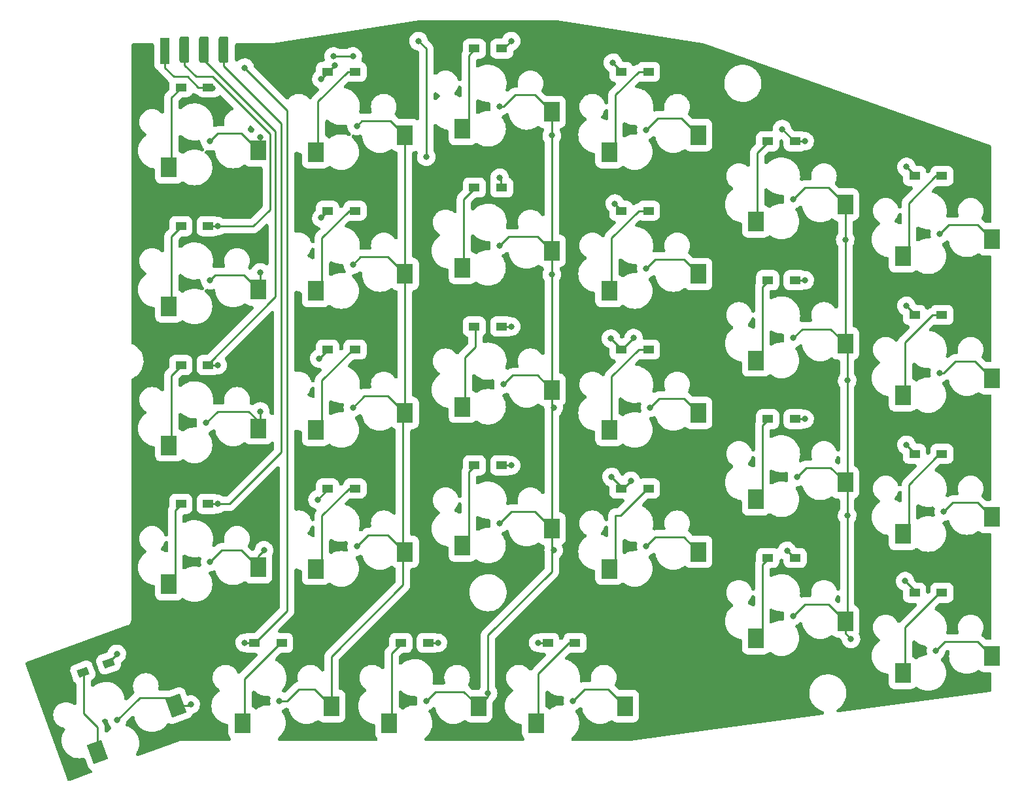
<source format=gtl>
%TF.GenerationSoftware,KiCad,Pcbnew,(6.0.11-0)*%
%TF.CreationDate,2023-02-13T17:10:23+08:00*%
%TF.ProjectId,V4,56342e6b-6963-4616-945f-706362585858,1*%
%TF.SameCoordinates,PX7bfa480PY6052340*%
%TF.FileFunction,Copper,L1,Top*%
%TF.FilePolarity,Positive*%
%FSLAX46Y46*%
G04 Gerber Fmt 4.6, Leading zero omitted, Abs format (unit mm)*
G04 Created by KiCad (PCBNEW (6.0.11-0)) date 2023-02-13 17:10:23*
%MOMM*%
%LPD*%
G01*
G04 APERTURE LIST*
G04 Aperture macros list*
%AMRoundRect*
0 Rectangle with rounded corners*
0 $1 Rounding radius*
0 $2 $3 $4 $5 $6 $7 $8 $9 X,Y pos of 4 corners*
0 Add a 4 corners polygon primitive as box body*
4,1,4,$2,$3,$4,$5,$6,$7,$8,$9,$2,$3,0*
0 Add four circle primitives for the rounded corners*
1,1,$1+$1,$2,$3*
1,1,$1+$1,$4,$5*
1,1,$1+$1,$6,$7*
1,1,$1+$1,$8,$9*
0 Add four rect primitives between the rounded corners*
20,1,$1+$1,$2,$3,$4,$5,0*
20,1,$1+$1,$4,$5,$6,$7,0*
20,1,$1+$1,$6,$7,$8,$9,0*
20,1,$1+$1,$8,$9,$2,$3,0*%
%AMRotRect*
0 Rectangle, with rotation*
0 The origin of the aperture is its center*
0 $1 length*
0 $2 width*
0 $3 Rotation angle, in degrees counterclockwise*
0 Add horizontal line*
21,1,$1,$2,0,0,$3*%
G04 Aperture macros list end*
%TA.AperFunction,SMDPad,CuDef*%
%ADD10R,2.000000X2.600000*%
%TD*%
%TA.AperFunction,SMDPad,CuDef*%
%ADD11R,1.400000X1.000000*%
%TD*%
%TA.AperFunction,SMDPad,CuDef*%
%ADD12RotRect,1.400000X1.000000X20.000000*%
%TD*%
%TA.AperFunction,ConnectorPad*%
%ADD13R,1.270000X3.429000*%
%TD*%
%TA.AperFunction,ConnectorPad*%
%ADD14RoundRect,0.317500X-0.317500X-1.397000X0.317500X-1.397000X0.317500X1.397000X-0.317500X1.397000X0*%
%TD*%
%TA.AperFunction,SMDPad,CuDef*%
%ADD15RotRect,2.000000X2.600000X200.000000*%
%TD*%
%TA.AperFunction,ViaPad*%
%ADD16C,0.800000*%
%TD*%
%TA.AperFunction,Conductor*%
%ADD17C,0.250000*%
%TD*%
G04 APERTURE END LIST*
D10*
%TO.P,SW17,1,1*%
%TO.N,C12*%
X27255000Y16300000D03*
%TO.P,SW17,2,2*%
%TO.N,Net-(D17-Pad2)*%
X15698000Y14100000D03*
%TD*%
%TO.P,SW29,1,1*%
%TO.N,C12*%
X27255000Y-1700000D03*
%TO.P,SW29,2,2*%
%TO.N,Net-(D29-Pad2)*%
X15698000Y-3900000D03*
%TD*%
%TO.P,SW51,1,1*%
%TO.N,C34*%
X55755000Y-39700000D03*
%TO.P,SW51,2,2*%
%TO.N,Net-(D51-Pad2)*%
X44198000Y-41900000D03*
%TD*%
D11*
%TO.P,D27,1,K*%
%TO.N,Row 3*%
X55225000Y6500000D03*
%TO.P,D27,2,A*%
%TO.N,Net-(D27-Pad2)*%
X58775000Y6500000D03*
%TD*%
%TO.P,D18,1,K*%
%TO.N,Net-(D18-Pad1)*%
X-1775000Y22500000D03*
%TO.P,D18,2,A*%
%TO.N,Row 2*%
X1775000Y22500000D03*
%TD*%
D10*
%TO.P,SW15,1,1*%
%TO.N,C34*%
X65255000Y16300000D03*
%TO.P,SW15,2,2*%
%TO.N,Net-(D15-Pad2)*%
X53698000Y14100000D03*
%TD*%
D11*
%TO.P,D15,1,K*%
%TO.N,Row 2*%
X55225000Y24500000D03*
%TO.P,D15,2,A*%
%TO.N,Net-(D15-Pad2)*%
X58775000Y24500000D03*
%TD*%
%TO.P,D1,1,K*%
%TO.N,Row 1*%
X93225000Y29000000D03*
%TO.P,D1,2,A*%
%TO.N,Net-(D1-Pad2)*%
X96775000Y29000000D03*
%TD*%
%TO.P,D37,1,K*%
%TO.N,Row 4*%
X93225000Y-25000000D03*
%TO.P,D37,2,A*%
%TO.N,Net-(D37-Pad2)*%
X96775000Y-25000000D03*
%TD*%
%TO.P,D52,1,K*%
%TO.N,Net-(D52-Pad1)*%
X26725000Y-31500000D03*
%TO.P,D52,2,A*%
%TO.N,Row 5*%
X30275000Y-31500000D03*
%TD*%
%TO.P,D2,1,K*%
%TO.N,Net-(D2-Pad1)*%
X74225000Y33500000D03*
%TO.P,D2,2,A*%
%TO.N,Row 1*%
X77775000Y33500000D03*
%TD*%
D10*
%TO.P,SW3,1,1*%
%TO.N,C34*%
X65255000Y34300000D03*
%TO.P,SW3,2,2*%
%TO.N,Net-(D3-Pad2)*%
X53698000Y32100000D03*
%TD*%
D11*
%TO.P,D16,1,K*%
%TO.N,Net-(D16-Pad1)*%
X36225000Y27500000D03*
%TO.P,D16,2,A*%
%TO.N,Row 2*%
X39775000Y27500000D03*
%TD*%
D10*
%TO.P,SW4,1,1*%
%TO.N,C34*%
X46255000Y37299997D03*
%TO.P,SW4,2,2*%
%TO.N,Net-(D4-Pad1)*%
X34698000Y35099997D03*
%TD*%
%TO.P,SW26,1,1*%
%TO.N,C56*%
X84255000Y-10700000D03*
%TO.P,SW26,2,2*%
%TO.N,Net-(D26-Pad1)*%
X72698000Y-12900000D03*
%TD*%
D11*
%TO.P,D4,1,K*%
%TO.N,Net-(D4-Pad1)*%
X36225000Y45500000D03*
%TO.P,D4,2,A*%
%TO.N,Row 1*%
X39775000Y45500000D03*
%TD*%
%TO.P,D3,1,K*%
%TO.N,Row 1*%
X55225000Y42500000D03*
%TO.P,D3,2,A*%
%TO.N,Net-(D3-Pad2)*%
X58775000Y42500000D03*
%TD*%
D10*
%TO.P,SW38,1,1*%
%TO.N,C56*%
X84255000Y-28700000D03*
%TO.P,SW38,2,2*%
%TO.N,Net-(D38-Pad1)*%
X72698000Y-30900000D03*
%TD*%
D12*
%TO.P,D54,1,K*%
%TO.N,Net-(D54-Pad1)*%
X-14467954Y-35307086D03*
%TO.P,D54,2,A*%
%TO.N,Row 5*%
X-11132046Y-34092914D03*
%TD*%
D10*
%TO.P,SW27,1,1*%
%TO.N,C34*%
X65255000Y-1700000D03*
%TO.P,SW27,2,2*%
%TO.N,Net-(D27-Pad2)*%
X53698000Y-3900000D03*
%TD*%
D11*
%TO.P,D53,1,K*%
%TO.N,Row 5*%
X7725000Y-31500000D03*
%TO.P,D53,2,A*%
%TO.N,Net-(D53-Pad2)*%
X11275000Y-31500000D03*
%TD*%
%TO.P,D39,1,K*%
%TO.N,Row 4*%
X55225000Y-11500000D03*
%TO.P,D39,2,A*%
%TO.N,Net-(D39-Pad2)*%
X58775000Y-11500000D03*
%TD*%
D10*
%TO.P,SW52,1,1*%
%TO.N,C34*%
X36755000Y-39700000D03*
%TO.P,SW52,2,2*%
%TO.N,Net-(D52-Pad1)*%
X25198000Y-41900000D03*
%TD*%
D11*
%TO.P,D42,1,K*%
%TO.N,Net-(D42-Pad1)*%
X-1775000Y-13500000D03*
%TO.P,D42,2,A*%
%TO.N,Row 4*%
X1775000Y-13500000D03*
%TD*%
%TO.P,D30,1,K*%
%TO.N,Net-(D30-Pad1)*%
X-1775000Y4500000D03*
%TO.P,D30,2,A*%
%TO.N,Row 3*%
X1775000Y4500000D03*
%TD*%
D10*
%TO.P,SW13,1,1*%
%TO.N,C56*%
X103255000Y2800000D03*
%TO.P,SW13,2,2*%
%TO.N,Net-(D13-Pad2)*%
X91698000Y600000D03*
%TD*%
D11*
%TO.P,D28,1,K*%
%TO.N,Net-(D28-Pad1)*%
X36225000Y9500000D03*
%TO.P,D28,2,A*%
%TO.N,Row 3*%
X39775000Y9500000D03*
%TD*%
%TO.P,D6,1,K*%
%TO.N,Net-(D6-Pad1)*%
X-1775000Y40500000D03*
%TO.P,D6,2,A*%
%TO.N,Row 1*%
X1775000Y40500000D03*
%TD*%
D10*
%TO.P,SW5,1,1*%
%TO.N,C12*%
X27255000Y34300002D03*
%TO.P,SW5,2,2*%
%TO.N,Net-(D5-Pad2)*%
X15698000Y32100002D03*
%TD*%
%TO.P,SW28,1,1*%
%TO.N,C34*%
X46255000Y1300000D03*
%TO.P,SW28,2,2*%
%TO.N,Net-(D28-Pad1)*%
X34698000Y-900000D03*
%TD*%
%TO.P,SW1,1,1*%
%TO.N,C56*%
X103255000Y20800000D03*
%TO.P,SW1,2,2*%
%TO.N,Net-(D1-Pad2)*%
X91698000Y18600000D03*
%TD*%
D11*
%TO.P,D13,1,K*%
%TO.N,Row 2*%
X93225000Y11000000D03*
%TO.P,D13,2,A*%
%TO.N,Net-(D13-Pad2)*%
X96775000Y11000000D03*
%TD*%
D10*
%TO.P,SW42,1,1*%
%TO.N,C12*%
X8255000Y-21700000D03*
%TO.P,SW42,2,2*%
%TO.N,Net-(D42-Pad1)*%
X-3302000Y-23900000D03*
%TD*%
%TO.P,SW14,1,1*%
%TO.N,C56*%
X84255000Y7300000D03*
%TO.P,SW14,2,2*%
%TO.N,Net-(D14-Pad1)*%
X72698000Y5100000D03*
%TD*%
%TO.P,SW30,1,1*%
%TO.N,C12*%
X8255000Y-3700000D03*
%TO.P,SW30,2,2*%
%TO.N,Net-(D30-Pad1)*%
X-3302000Y-5900000D03*
%TD*%
D13*
%TO.P,J1,1,Pin_1*%
%TO.N,Row 1*%
X-3810000Y45222000D03*
D14*
%TO.P,J1,3,Pin_3*%
%TO.N,Row 2*%
X-1270000Y45349000D03*
%TO.P,J1,5,Pin_5*%
%TO.N,Row 3*%
X1270000Y45349000D03*
%TO.P,J1,7,Pin_7*%
%TO.N,Row 4*%
X3810000Y45349000D03*
%TD*%
D11*
%TO.P,D26,1,K*%
%TO.N,Net-(D26-Pad1)*%
X74225000Y-2500000D03*
%TO.P,D26,2,A*%
%TO.N,Row 3*%
X77775000Y-2500000D03*
%TD*%
D10*
%TO.P,SW53,1,1*%
%TO.N,C12*%
X17754996Y-39700000D03*
%TO.P,SW53,2,2*%
%TO.N,Net-(D53-Pad2)*%
X6197996Y-41900000D03*
%TD*%
%TO.P,SW18,1,1*%
%TO.N,C12*%
X8255000Y14300000D03*
%TO.P,SW18,2,2*%
%TO.N,Net-(D18-Pad1)*%
X-3302000Y12100000D03*
%TD*%
%TO.P,SW40,1,1*%
%TO.N,C34*%
X46255000Y-16700000D03*
%TO.P,SW40,2,2*%
%TO.N,Net-(D40-Pad1)*%
X34698000Y-18900000D03*
%TD*%
%TO.P,SW41,1,1*%
%TO.N,C12*%
X27255000Y-19700000D03*
%TO.P,SW41,2,2*%
%TO.N,Net-(D41-Pad2)*%
X15698000Y-21900000D03*
%TD*%
D11*
%TO.P,D14,1,K*%
%TO.N,Net-(D14-Pad1)*%
X74225000Y15500000D03*
%TO.P,D14,2,A*%
%TO.N,Row 2*%
X77775000Y15500000D03*
%TD*%
%TO.P,D17,1,K*%
%TO.N,Row 2*%
X17225000Y24500000D03*
%TO.P,D17,2,A*%
%TO.N,Net-(D17-Pad2)*%
X20775000Y24500000D03*
%TD*%
D10*
%TO.P,SW39,1,1*%
%TO.N,C34*%
X65255000Y-19700000D03*
%TO.P,SW39,2,2*%
%TO.N,Net-(D39-Pad2)*%
X53698000Y-21900000D03*
%TD*%
D11*
%TO.P,D40,1,K*%
%TO.N,Net-(D40-Pad1)*%
X36225000Y-8500000D03*
%TO.P,D40,2,A*%
%TO.N,Row 4*%
X39775000Y-8500000D03*
%TD*%
%TO.P,D51,1,K*%
%TO.N,Row 5*%
X45725000Y-31500000D03*
%TO.P,D51,2,A*%
%TO.N,Net-(D51-Pad2)*%
X49275000Y-31500000D03*
%TD*%
D10*
%TO.P,SW6,1,1*%
%TO.N,C12*%
X8255000Y32300000D03*
%TO.P,SW6,2,2*%
%TO.N,Net-(D6-Pad1)*%
X-3302000Y30100000D03*
%TD*%
%TO.P,SW2,1,1*%
%TO.N,C56*%
X84255000Y25300000D03*
%TO.P,SW2,2,2*%
%TO.N,Net-(D2-Pad1)*%
X72698000Y23100000D03*
%TD*%
%TO.P,SW25,1,1*%
%TO.N,C56*%
X103255000Y-15200000D03*
%TO.P,SW25,2,2*%
%TO.N,Net-(D25-Pad2)*%
X91698000Y-17400000D03*
%TD*%
D11*
%TO.P,D29,1,K*%
%TO.N,Row 3*%
X17225000Y6500000D03*
%TO.P,D29,2,A*%
%TO.N,Net-(D29-Pad2)*%
X20775000Y6500000D03*
%TD*%
%TO.P,D5,1,K*%
%TO.N,Row 1*%
X17225000Y42500002D03*
%TO.P,D5,2,A*%
%TO.N,Net-(D5-Pad2)*%
X20775000Y42500002D03*
%TD*%
%TO.P,D25,1,K*%
%TO.N,Row 3*%
X93225000Y-7000000D03*
%TO.P,D25,2,A*%
%TO.N,Net-(D25-Pad2)*%
X96775000Y-7000000D03*
%TD*%
D10*
%TO.P,SW16,1,1*%
%TO.N,C34*%
X46255000Y19300000D03*
%TO.P,SW16,2,2*%
%TO.N,Net-(D16-Pad1)*%
X34698000Y17100000D03*
%TD*%
D15*
%TO.P,SW54,1,1*%
%TO.N,C12*%
X-2447363Y-39617486D03*
%TO.P,SW54,2,2*%
%TO.N,Net-(D54-Pad1)*%
X-12554946Y-45637537D03*
%TD*%
D10*
%TO.P,SW37,1,1*%
%TO.N,C56*%
X103255000Y-33200000D03*
%TO.P,SW37,2,2*%
%TO.N,Net-(D37-Pad2)*%
X91698000Y-35400000D03*
%TD*%
D11*
%TO.P,D38,1,K*%
%TO.N,Net-(D38-Pad1)*%
X74225000Y-20500000D03*
%TO.P,D38,2,A*%
%TO.N,Row 4*%
X77775000Y-20500000D03*
%TD*%
%TO.P,D41,1,K*%
%TO.N,Row 4*%
X17225000Y-11500000D03*
%TO.P,D41,2,A*%
%TO.N,Net-(D41-Pad2)*%
X20775000Y-11500000D03*
%TD*%
D16*
%TO.N,Row 1*%
X92175000Y30175000D03*
X76075000Y35075000D03*
X79000000Y33500000D03*
X16425000Y41575000D03*
X2369856Y40369856D03*
X18174999Y43325001D03*
X41000000Y46500000D03*
X54175000Y43675000D03*
%TO.N,Row 2*%
X54425000Y25425000D03*
X79000000Y15500000D03*
X16425000Y23575000D03*
X39500000Y28775500D03*
X92175000Y12175000D03*
X3000000Y22500000D03*
%TO.N,C12*%
X21000000Y-19000000D03*
X2000000Y15500000D03*
X-10000000Y-41500000D03*
X9000000Y-19500000D03*
X8500000Y16500000D03*
X11000000Y-39000000D03*
X-500000Y-39500000D03*
X1500000Y-3000000D03*
X2000000Y33500000D03*
X21000000Y35500000D03*
X8500000Y-1500000D03*
X2000000Y-21000000D03*
X20500000Y17500000D03*
X8500000Y34000000D03*
X20500000Y-1000000D03*
%TO.N,C34*%
X46500000Y-19500000D03*
X58500000Y17000000D03*
X58500000Y35000000D03*
X46500000Y-1000000D03*
X38000000Y-38000000D03*
X46255000Y34245000D03*
X39500000Y38000000D03*
X59000000Y-1000000D03*
X30000000Y-39000000D03*
X18000000Y44500000D03*
X39500000Y20000000D03*
X49000000Y-39000000D03*
X40000000Y2000000D03*
X46255000Y16255000D03*
X58500000Y-19000000D03*
X20500000Y44500000D03*
X39500000Y-16000000D03*
%TO.N,C56*%
X84500000Y-15000000D03*
X77500000Y-28000000D03*
X77500000Y26000000D03*
X96500000Y21500000D03*
X84500000Y2500000D03*
X77500000Y8000000D03*
X78000000Y-10000000D03*
X85000000Y-31000000D03*
X96500000Y3500000D03*
X30000000Y31500000D03*
X29000000Y46500000D03*
X97000000Y-14500000D03*
X96000000Y-32500000D03*
X84255000Y20755000D03*
%TO.N,Row 3*%
X53925000Y7925000D03*
X79000000Y-2500000D03*
X16162500Y5337500D03*
X56850000Y8000000D03*
X2999997Y4499997D03*
X41000000Y9500000D03*
X92175000Y-5825000D03*
%TO.N,Row 4*%
X76725000Y-19575000D03*
X15925000Y-12925000D03*
X2999997Y-13500003D03*
X54000000Y-10000000D03*
X41000000Y-8500000D03*
X92000000Y-23500000D03*
X56500000Y-10500000D03*
%TO.N,Row 5*%
X44500000Y-31500000D03*
X6500000Y-31500000D03*
X-10073268Y-32926732D03*
X6500000Y43033000D03*
X31500000Y-31500000D03*
%TD*%
D17*
%TO.N,Row 1*%
X55350000Y42500000D02*
X54175000Y43675000D01*
X-3810000Y43010000D02*
X-2700000Y41900000D01*
X93350000Y29000000D02*
X92175000Y30175000D01*
X77650000Y33500000D02*
X79000000Y33500000D01*
X2239712Y40500000D02*
X2369856Y40369856D01*
X500000Y40500000D02*
X1650000Y40500000D01*
X-3810000Y44222000D02*
X-3810000Y43010000D01*
X40000000Y45500000D02*
X41000000Y46500000D01*
X-2700000Y41900000D02*
X-900000Y41900000D01*
X-900000Y41900000D02*
X500000Y40500000D01*
X77650000Y33500000D02*
X76075000Y35075000D01*
X17350000Y42500002D02*
X18174999Y43325001D01*
X17350000Y42500002D02*
X16425000Y41575000D01*
%TO.N,Net-(D2-Pad1)*%
X72875001Y32025001D02*
X72875001Y23277001D01*
X74350000Y33500000D02*
X72875001Y32025001D01*
%TO.N,Row 2*%
X39650000Y27500000D02*
X39650000Y28625500D01*
X77650000Y15500000D02*
X79000000Y15500000D01*
X9750000Y34462155D02*
X9750000Y24650000D01*
X200000Y41900000D02*
X2312155Y41900000D01*
X1775000Y22500000D02*
X3000000Y22500000D01*
X7600000Y22500000D02*
X3000000Y22500000D01*
X2312155Y41900000D02*
X9750000Y34462155D01*
X55350000Y24500000D02*
X54425000Y25425000D01*
X93350000Y11000000D02*
X92175000Y12175000D01*
X9750000Y24650000D02*
X7600000Y22500000D01*
X39650000Y28625500D02*
X39500000Y28775500D01*
X-1270000Y44265868D02*
X-1270000Y43370000D01*
X17350000Y24500000D02*
X16425000Y23575000D01*
X-1270000Y43370000D02*
X200000Y41900000D01*
%TO.N,Net-(D3-Pad2)*%
X58650000Y42500000D02*
X57500000Y42500000D01*
X54500000Y39500000D02*
X54500000Y32902000D01*
X57500000Y42500000D02*
X54500000Y39500000D01*
%TO.N,Net-(D4-Pad1)*%
X35500000Y44650000D02*
X35500000Y35901997D01*
X36350000Y45500000D02*
X35500000Y44650000D01*
%TO.N,Net-(D5-Pad2)*%
X20650000Y42500002D02*
X19825001Y42500002D01*
X16000000Y38675001D02*
X16000000Y32402002D01*
X19825001Y42500002D02*
X16000000Y38675001D01*
%TO.N,Net-(D6-Pad1)*%
X-3000000Y39150000D02*
X-3000000Y30402000D01*
X-1650000Y40500000D02*
X-3000000Y39150000D01*
%TO.N,Net-(D1-Pad2)*%
X92500000Y25500000D02*
X92500000Y19402000D01*
X96000000Y29000000D02*
X92500000Y25500000D01*
X96650000Y29000000D02*
X96000000Y29000000D01*
%TO.N,Net-(D13-Pad2)*%
X96650000Y11000000D02*
X95575000Y11000000D01*
X92000000Y7425000D02*
X92000000Y902000D01*
X95575000Y11000000D02*
X92000000Y7425000D01*
%TO.N,Net-(D14-Pad1)*%
X73500000Y14650000D02*
X73500000Y5902000D01*
X74350000Y15500000D02*
X73500000Y14650000D01*
%TO.N,Net-(D15-Pad2)*%
X54000000Y21000000D02*
X54000000Y14402000D01*
X57500000Y24500000D02*
X54000000Y21000000D01*
X58650000Y24500000D02*
X57500000Y24500000D01*
%TO.N,Net-(D16-Pad1)*%
X34875001Y26025001D02*
X34875001Y17277001D01*
X36350000Y27500000D02*
X34875001Y26025001D01*
%TO.N,C12*%
X25055000Y18500000D02*
X27255000Y16300000D01*
X1500000Y-3000000D02*
X3000000Y-1500000D01*
X25055000Y-17500000D02*
X27255000Y-19700000D01*
X8500000Y16500000D02*
X8500000Y14545000D01*
X22000000Y500000D02*
X25055000Y500000D01*
X27255000Y34300002D02*
X27255000Y16300000D01*
X3000000Y34500000D02*
X6055000Y34500000D01*
X20500000Y17500000D02*
X21500000Y18500000D01*
X27000000Y-24000000D02*
X17754996Y-33245004D01*
X25379999Y36175003D02*
X21675003Y36175003D01*
X13500000Y-37500000D02*
X15554996Y-37500000D01*
X11000000Y-39000000D02*
X12000000Y-39000000D01*
X8500000Y-1500000D02*
X8500000Y-3455000D01*
X15554996Y-37500000D02*
X17754996Y-39700000D01*
X6055000Y34500000D02*
X8255000Y32300000D01*
X22500000Y-17500000D02*
X25055000Y-17500000D01*
X8255000Y14300000D02*
X6379999Y16175001D01*
X-7103218Y-38603218D02*
X-3461631Y-38603218D01*
X20500000Y-1000000D02*
X22000000Y500000D01*
X8255000Y-21700000D02*
X8255000Y-20245000D01*
X21500000Y18500000D02*
X25055000Y18500000D01*
X-617486Y-39617486D02*
X-500000Y-39500000D01*
X-3461631Y-38603218D02*
X-2447363Y-39617486D01*
X12000000Y-39000000D02*
X13500000Y-37500000D01*
X2000000Y-21000000D02*
X3500000Y-19500000D01*
X27000000Y-19955000D02*
X27000000Y-24000000D01*
X7000000Y-1500000D02*
X8255000Y-2755000D01*
X6379999Y16175001D02*
X2675001Y16175001D01*
X-2447363Y-39617486D02*
X-617486Y-39617486D01*
X8500000Y32545000D02*
X8500000Y34000000D01*
X-10000000Y-41500000D02*
X-7103218Y-38603218D01*
X27000000Y-1955000D02*
X27000000Y-19445000D01*
X2675001Y16175001D02*
X2000000Y15500000D01*
X3000000Y-1500000D02*
X7000000Y-1500000D01*
X6055000Y-19500000D02*
X8255000Y-21700000D01*
X27255000Y34300002D02*
X25379999Y36175003D01*
X21000000Y-19000000D02*
X22500000Y-17500000D01*
X27255000Y16300000D02*
X27255000Y-1700000D01*
X17754996Y-33245004D02*
X17754996Y-39700000D01*
X2000000Y33500000D02*
X3000000Y34500000D01*
X3500000Y-19500000D02*
X6055000Y-19500000D01*
X8255000Y-20245000D02*
X9000000Y-19500000D01*
X25055000Y500000D02*
X27255000Y-1700000D01*
X21675003Y36175003D02*
X21000000Y35500000D01*
%TO.N,Net-(D17-Pad2)*%
X20650000Y24500000D02*
X20000000Y24500000D01*
X16500000Y21000000D02*
X16500000Y14902000D01*
X20000000Y24500000D02*
X16500000Y21000000D01*
%TO.N,Net-(D18-Pad1)*%
X-3000000Y21150000D02*
X-3000000Y12402000D01*
X-1650000Y22500000D02*
X-3000000Y21150000D01*
%TO.N,C34*%
X46255000Y37299997D02*
X46255000Y34245000D01*
X46255000Y1300000D02*
X46255000Y-755000D01*
X63379999Y175001D02*
X65255000Y-1700000D01*
X55755000Y-39700000D02*
X53555000Y-37500000D01*
X31175001Y-37824999D02*
X34879999Y-37824999D01*
X58500000Y-19000000D02*
X59675001Y-17824999D01*
X46255000Y-16700000D02*
X46255000Y-22245000D01*
X46255000Y-16700000D02*
X46255000Y-19255000D01*
X46255000Y19300000D02*
X46255000Y16255000D01*
X34879999Y-37824999D02*
X36755000Y-39700000D01*
X38000000Y-30500000D02*
X38000000Y-38000000D01*
X36755000Y-39700000D02*
X38000000Y-38455000D01*
X60175001Y175001D02*
X63379999Y175001D01*
X44054997Y39500000D02*
X46255000Y37299997D01*
X40000000Y38000000D02*
X41500000Y39500000D01*
X39500000Y38000000D02*
X40000000Y38000000D01*
X40000000Y2000000D02*
X41175001Y3175001D01*
X46255000Y34245000D02*
X46255000Y19300000D01*
X18000000Y44500000D02*
X20500000Y44500000D01*
X53555000Y-37500000D02*
X50500000Y-37500000D01*
X60000000Y36500000D02*
X63055000Y36500000D01*
X59675001Y-17824999D02*
X63379999Y-17824999D01*
X39500000Y20000000D02*
X40675001Y21175001D01*
X58500000Y35000000D02*
X60000000Y36500000D01*
X39500000Y-16000000D02*
X41000000Y-14500000D01*
X44379999Y3175001D02*
X46255000Y1300000D01*
X46255000Y-755000D02*
X46500000Y-1000000D01*
X41500000Y39500000D02*
X44054997Y39500000D01*
X63379999Y18175001D02*
X65255000Y16300000D01*
X58500000Y17000000D02*
X59675001Y18175001D01*
X59675001Y18175001D02*
X63379999Y18175001D01*
X44055000Y-14500000D02*
X46255000Y-16700000D01*
X46255000Y16255000D02*
X46255000Y1300000D01*
X46255000Y1300000D02*
X46255000Y-16700000D01*
X46255000Y-19255000D02*
X46500000Y-19500000D01*
X59000000Y-1000000D02*
X60175001Y175001D01*
X30000000Y-39000000D02*
X31175001Y-37824999D01*
X63379999Y-17824999D02*
X65255000Y-19700000D01*
X41175001Y3175001D02*
X44379999Y3175001D01*
X44379999Y21175001D02*
X46255000Y19300000D01*
X40675001Y21175001D02*
X44379999Y21175001D01*
X50500000Y-37500000D02*
X49000000Y-39000000D01*
X63055000Y36500000D02*
X65255000Y34300000D01*
X38000000Y-38455000D02*
X38000000Y-38000000D01*
X41000000Y-14500000D02*
X44055000Y-14500000D01*
X46255000Y-22245000D02*
X38000000Y-30500000D01*
%TO.N,C56*%
X101379999Y-31324999D02*
X103255000Y-33200000D01*
X84255000Y-28700000D02*
X84255000Y-30255000D01*
X96500000Y21500000D02*
X97675001Y22675001D01*
X97675001Y22675001D02*
X101379999Y22675001D01*
X77500000Y8000000D02*
X78675001Y9175001D01*
X29000000Y46500000D02*
X30000000Y45500000D01*
X97000000Y3500000D02*
X98500000Y5000000D01*
X101055000Y5000000D02*
X103255000Y2800000D01*
X84255000Y-30255000D02*
X85000000Y-31000000D01*
X82055000Y27500000D02*
X84255000Y25300000D01*
X77500000Y26000000D02*
X79000000Y27500000D01*
X79000000Y-26500000D02*
X82055000Y-26500000D01*
X77500000Y-28000000D02*
X79000000Y-26500000D01*
X98500000Y5000000D02*
X101055000Y5000000D01*
X84500000Y7055000D02*
X84500000Y-10455000D01*
X96000000Y-32500000D02*
X97175001Y-31324999D01*
X96500000Y3500000D02*
X97000000Y3500000D01*
X98175001Y-13324999D02*
X97000000Y-14500000D01*
X97175001Y-31324999D02*
X101379999Y-31324999D01*
X84255000Y20755000D02*
X84255000Y7300000D01*
X78675001Y9175001D02*
X82379999Y9175001D01*
X79000000Y27500000D02*
X82055000Y27500000D01*
X101379999Y22675001D02*
X103255000Y20800000D01*
X82379999Y9175001D02*
X84255000Y7300000D01*
X30000000Y45500000D02*
X30000000Y31500000D01*
X78000000Y-10000000D02*
X79175001Y-8824999D01*
X103255000Y-15200000D02*
X101379999Y-13324999D01*
X82379999Y-8824999D02*
X84255000Y-10700000D01*
X101379999Y-13324999D02*
X98175001Y-13324999D01*
X84500000Y-10945000D02*
X84500000Y-28455000D01*
X84255000Y25300000D02*
X84255000Y20755000D01*
X79175001Y-8824999D02*
X82379999Y-8824999D01*
X82055000Y-26500000D02*
X84255000Y-28700000D01*
%TO.N,Row 3*%
X10500000Y13350000D02*
X1650000Y4500000D01*
X77650000Y-2500000D02*
X79000000Y-2500000D01*
X55350000Y6500000D02*
X53925000Y7925000D01*
X93350000Y-7000000D02*
X92175000Y-5825000D01*
X1270000Y43980000D02*
X10500000Y34750000D01*
X17325000Y6500000D02*
X16162500Y5337500D01*
X39650000Y9500000D02*
X41000000Y9500000D01*
X10500000Y34750000D02*
X10500000Y13350000D01*
X1650000Y4500000D02*
X2999994Y4500000D01*
X2999994Y4500000D02*
X2999997Y4499997D01*
X55350000Y6500000D02*
X56850000Y8000000D01*
%TO.N,Net-(D25-Pad2)*%
X96174999Y-7325001D02*
X92500000Y-11000000D01*
X96975001Y-7325001D02*
X96174999Y-7325001D01*
X92500000Y-11000000D02*
X92500000Y-16598000D01*
%TO.N,Net-(D26-Pad1)*%
X73500000Y-3350000D02*
X73500000Y-12098000D01*
X74350000Y-2500000D02*
X73500000Y-3350000D01*
%TO.N,Net-(D27-Pad2)*%
X54000000Y3000000D02*
X54000000Y-3598000D01*
X57500000Y6500000D02*
X54000000Y3000000D01*
X58650000Y6500000D02*
X57500000Y6500000D01*
%TO.N,Net-(D28-Pad1)*%
X35000000Y5500000D02*
X35000000Y-598000D01*
X36350000Y9500000D02*
X36350000Y6850000D01*
X36350000Y6850000D02*
X35000000Y5500000D01*
%TO.N,Net-(D29-Pad2)*%
X20500000Y6500000D02*
X16500000Y2500000D01*
X16500000Y2500000D02*
X16500000Y-3098000D01*
%TO.N,Net-(D30-Pad1)*%
X-1650000Y4500000D02*
X-3000000Y3150000D01*
X-3000000Y3150000D02*
X-3000000Y-5598000D01*
%TO.N,Row 4*%
X77650000Y-20500000D02*
X76725000Y-19575000D01*
X1650000Y-13500000D02*
X2999994Y-13500000D01*
X11250000Y-6750000D02*
X4499997Y-13500003D01*
X2999994Y-13500000D02*
X2999997Y-13500003D01*
X17350000Y-11500000D02*
X15925000Y-12925000D01*
X55500000Y-11500000D02*
X56500000Y-10500000D01*
X3810000Y43240000D02*
X11250000Y35800000D01*
X4499997Y-13500003D02*
X2999997Y-13500003D01*
X55350000Y-11350000D02*
X54000000Y-10000000D01*
X3810000Y43690000D02*
X3810000Y43240000D01*
X39650000Y-8500000D02*
X41000000Y-8500000D01*
X93350000Y-24850000D02*
X92000000Y-23500000D01*
X11250000Y35800000D02*
X11250000Y-6750000D01*
%TO.N,Net-(D37-Pad2)*%
X96500000Y-25000000D02*
X92000000Y-29500000D01*
X92000000Y-29500000D02*
X92000000Y-35098000D01*
%TO.N,Net-(D38-Pad1)*%
X74350000Y-20500000D02*
X73500000Y-21350000D01*
X73500000Y-21350000D02*
X73500000Y-30098000D01*
%TO.N,Net-(D39-Pad2)*%
X58650000Y-11500000D02*
X55150000Y-15000000D01*
X55150000Y-15000000D02*
X54500000Y-15000000D01*
X54500000Y-15000000D02*
X54500000Y-21098000D01*
%TO.N,Net-(D40-Pad1)*%
X36350000Y-8500000D02*
X35500000Y-9350000D01*
X35500000Y-9350000D02*
X35500000Y-18098000D01*
%TO.N,Net-(D41-Pad2)*%
X16500000Y-15000000D02*
X16500000Y-21098000D01*
X20650000Y-11500000D02*
X20000000Y-11500000D01*
X20000000Y-11500000D02*
X16500000Y-15000000D01*
%TO.N,Net-(D42-Pad1)*%
X-2500000Y-23098000D02*
X-2500000Y-14350000D01*
X-2500000Y-14350000D02*
X-1650000Y-13500000D01*
%TO.N,Row 5*%
X7850000Y-31500000D02*
X6500000Y-31500000D01*
X7850000Y-31500000D02*
X12000000Y-27350000D01*
X12000000Y-27350000D02*
X12000000Y37533000D01*
X-11249507Y-34102971D02*
X-10073268Y-32926732D01*
X12000000Y37533000D02*
X6500000Y43033000D01*
X45850000Y-31500000D02*
X44500000Y-31500000D01*
X30150000Y-31500000D02*
X31500000Y-31500000D01*
%TO.N,Net-(D51-Pad2)*%
X44500000Y-35500000D02*
X44500000Y-41598000D01*
X48500000Y-31500000D02*
X44500000Y-35500000D01*
X49150000Y-31500000D02*
X48500000Y-31500000D01*
%TO.N,Net-(D52-Pad1)*%
X26850000Y-31500000D02*
X25500000Y-32850000D01*
X25500000Y-32850000D02*
X25500000Y-41598000D01*
%TO.N,Net-(D53-Pad2)*%
X6500000Y-36150000D02*
X6500000Y-41597996D01*
X11150000Y-31500000D02*
X6500000Y-36150000D01*
%TO.N,Net-(D54-Pad1)*%
X-12554946Y-42445054D02*
X-12554946Y-45637537D01*
X-14350493Y-40649507D02*
X-12554946Y-42445054D01*
X-14350493Y-35264333D02*
X-14350493Y-40649507D01*
%TD*%
%TA.AperFunction,NonConductor*%
G36*
X34383628Y40709063D02*
G01*
X34471858Y40668388D01*
X34537807Y40597045D01*
X34571434Y40505895D01*
X34574500Y40466943D01*
X34574500Y39480584D01*
X34555546Y39385296D01*
X34501570Y39304514D01*
X34420788Y39250538D01*
X34325500Y39231584D01*
X34230212Y39250538D01*
X34187165Y39273547D01*
X34159495Y39292035D01*
X34159492Y39292037D01*
X34152718Y39296563D01*
X33882252Y39429942D01*
X33874533Y39432562D01*
X33874524Y39432566D01*
X33801738Y39457274D01*
X33717600Y39505852D01*
X33658456Y39582930D01*
X33633311Y39676775D01*
X33645993Y39773099D01*
X33692437Y39854772D01*
X33693249Y39855722D01*
X33825122Y40010126D01*
X33833062Y40019422D01*
X33833063Y40019423D01*
X33839412Y40026857D01*
X33938604Y40188725D01*
X33970044Y40240030D01*
X33970045Y40240031D01*
X33975154Y40248369D01*
X33982358Y40265759D01*
X34070830Y40479350D01*
X34070831Y40479353D01*
X34074573Y40488387D01*
X34078777Y40505895D01*
X34083380Y40525071D01*
X34124055Y40613301D01*
X34195398Y40679250D01*
X34286548Y40712877D01*
X34383628Y40709063D01*
G37*
%TD.AperFunction*%
%TA.AperFunction,NonConductor*%
G36*
X31269788Y39864118D02*
G01*
X31336213Y39823413D01*
X31464776Y39713610D01*
X31526860Y39660585D01*
X31535195Y39655477D01*
X31535201Y39655473D01*
X31646514Y39587261D01*
X31717858Y39521312D01*
X31758533Y39433082D01*
X31762348Y39336002D01*
X31728721Y39244852D01*
X31662772Y39173508D01*
X31654772Y39167932D01*
X31596539Y39129022D01*
X31369811Y38930186D01*
X31364436Y38924057D01*
X31364433Y38924054D01*
X31361711Y38920950D01*
X31360069Y38919690D01*
X31358673Y38918294D01*
X31358489Y38918478D01*
X31284633Y38861804D01*
X31190789Y38836657D01*
X31094465Y38849337D01*
X31010326Y38897913D01*
X30951180Y38974991D01*
X30926033Y39068835D01*
X30925500Y39085124D01*
X30925500Y39634072D01*
X30944454Y39729360D01*
X30998430Y39810142D01*
X31079212Y39864118D01*
X31174500Y39883072D01*
X31269788Y39864118D01*
G37*
%TD.AperFunction*%
%TA.AperFunction,NonConductor*%
G36*
X36769788Y38935818D02*
G01*
X36800315Y38920647D01*
X36912336Y38855056D01*
X36912342Y38855053D01*
X36919189Y38851044D01*
X36926477Y38847943D01*
X36926483Y38847940D01*
X37193701Y38734238D01*
X37193705Y38734237D01*
X37201006Y38731130D01*
X37208648Y38728975D01*
X37208650Y38728974D01*
X37228042Y38723505D01*
X37495775Y38647996D01*
X37798718Y38602991D01*
X37805268Y38602716D01*
X37805273Y38602716D01*
X37879474Y38599606D01*
X37879492Y38599606D01*
X37882084Y38599497D01*
X38077474Y38599497D01*
X38081422Y38599749D01*
X38083186Y38599805D01*
X38179029Y38583892D01*
X38261487Y38532513D01*
X38318006Y38453490D01*
X38339982Y38358853D01*
X38328908Y38277094D01*
X38324090Y38261579D01*
X38324087Y38261566D01*
X38320703Y38250667D01*
X38294770Y38031560D01*
X38296839Y38000000D01*
X38301524Y37928519D01*
X38309200Y37811396D01*
X38334920Y37710126D01*
X38340004Y37613104D01*
X38307573Y37521522D01*
X38242564Y37449322D01*
X38154873Y37407495D01*
X38083477Y37400932D01*
X38083450Y37400097D01*
X38079381Y37400230D01*
X38075310Y37400497D01*
X37924690Y37400497D01*
X37770953Y37390421D01*
X37707211Y37386243D01*
X37707210Y37386243D01*
X37699080Y37385710D01*
X37691092Y37384121D01*
X37691084Y37384120D01*
X37411301Y37328467D01*
X37411297Y37328466D01*
X37403309Y37326877D01*
X37117748Y37229942D01*
X36847282Y37096563D01*
X36840508Y37092037D01*
X36840505Y37092035D01*
X36812835Y37073547D01*
X36723075Y37036368D01*
X36625920Y37036369D01*
X36536161Y37073549D01*
X36467463Y37142249D01*
X36430284Y37232009D01*
X36425500Y37280584D01*
X36425500Y38705772D01*
X36444454Y38801060D01*
X36498430Y38881842D01*
X36579212Y38935818D01*
X36674500Y38954772D01*
X36769788Y38935818D01*
G37*
%TD.AperFunction*%
%TA.AperFunction,NonConductor*%
G36*
X-36022Y39737770D02*
G01*
X-14117Y39725428D01*
X-6840Y39719535D01*
X4781Y39713614D01*
X4787Y39713610D01*
X52419Y39689341D01*
X63879Y39683119D01*
X91909Y39666936D01*
X121492Y39649856D01*
X133907Y39645822D01*
X144278Y39641205D01*
X154874Y39637137D01*
X166503Y39631212D01*
X230800Y39613984D01*
X243240Y39610298D01*
X306518Y39589738D01*
X309308Y39589445D01*
X393526Y39553261D01*
X447088Y39503400D01*
X496689Y39441266D01*
X496693Y39441262D01*
X505380Y39430380D01*
X516262Y39421693D01*
X619333Y39339412D01*
X645734Y39318336D01*
X807423Y39240173D01*
X820985Y39237042D01*
X972136Y39202146D01*
X972138Y39202146D01*
X982411Y39199774D01*
X987163Y39199500D01*
X1114789Y39199500D01*
X2074301Y39199501D01*
X2129254Y39193361D01*
X2212488Y39174527D01*
X2322212Y39170216D01*
X2421543Y39166313D01*
X2421547Y39166313D01*
X2432954Y39165865D01*
X2585802Y39188027D01*
X2640005Y39195886D01*
X2640006Y39195886D01*
X2651308Y39197525D01*
X2662116Y39201194D01*
X2662121Y39201195D01*
X2831633Y39258737D01*
X2860235Y39268446D01*
X3052740Y39376254D01*
X3137026Y39446355D01*
X3222408Y39492713D01*
X3319031Y39502868D01*
X3412185Y39475275D01*
X3472317Y39430983D01*
X4965538Y37937762D01*
X5019514Y37856980D01*
X5038468Y37761692D01*
X5019514Y37666404D01*
X4965538Y37585622D01*
X4884757Y37531647D01*
X4860314Y37521522D01*
X4757410Y37478898D01*
X4757407Y37478896D01*
X4748372Y37475154D01*
X4526860Y37339412D01*
X4329311Y37170689D01*
X4160588Y36973140D01*
X4024846Y36751628D01*
X4021104Y36742593D01*
X4021102Y36742590D01*
X3929447Y36521315D01*
X3925427Y36511610D01*
X3923144Y36502102D01*
X3923143Y36502098D01*
X3868391Y36274038D01*
X3864779Y36258994D01*
X3844396Y36000000D01*
X3864779Y35741006D01*
X3867064Y35731488D01*
X3868594Y35721828D01*
X3867225Y35721611D01*
X3870603Y35635537D01*
X3836972Y35544389D01*
X3771020Y35473048D01*
X3682788Y35432377D01*
X3624670Y35425500D01*
X3092441Y35425500D01*
X3074641Y35426901D01*
X3074625Y35426599D01*
X3061591Y35427282D01*
X3048704Y35429323D01*
X2984990Y35425984D01*
X2982258Y35425841D01*
X2969227Y35425500D01*
X2951496Y35425500D01*
X2945020Y35424819D01*
X2944995Y35424818D01*
X2933856Y35423647D01*
X2920865Y35422624D01*
X2867450Y35419825D01*
X2867447Y35419824D01*
X2854423Y35419142D01*
X2841820Y35415765D01*
X2830632Y35413993D01*
X2819498Y35411626D01*
X2806518Y35410262D01*
X2743243Y35389703D01*
X2730762Y35386007D01*
X2688053Y35374563D01*
X2591106Y35368208D01*
X2499107Y35399437D01*
X2426062Y35463496D01*
X2383091Y35550631D01*
X2375993Y35641321D01*
X2376701Y35648001D01*
X2403332Y35899271D01*
X2396651Y36205465D01*
X2351117Y36508330D01*
X2307888Y36660590D01*
X2269635Y36795325D01*
X2269634Y36795329D01*
X2267469Y36802953D01*
X2147063Y37084560D01*
X1991851Y37348585D01*
X1804349Y37590747D01*
X1653828Y37741006D01*
X1593214Y37801514D01*
X1593212Y37801515D01*
X1587596Y37807122D01*
X1468154Y37899271D01*
X1351392Y37989353D01*
X1351386Y37989357D01*
X1345106Y37994202D01*
X1338266Y37998207D01*
X1338260Y37998211D01*
X1158977Y38103185D01*
X1080811Y38148953D01*
X1073522Y38152055D01*
X1073517Y38152057D01*
X806299Y38265759D01*
X806295Y38265760D01*
X798994Y38268867D01*
X791352Y38271022D01*
X791350Y38271023D01*
X677940Y38303008D01*
X504225Y38352001D01*
X201282Y38397006D01*
X194732Y38397281D01*
X194727Y38397281D01*
X120526Y38400391D01*
X120508Y38400391D01*
X117916Y38400500D01*
X-77474Y38400500D01*
X-127937Y38397281D01*
X-297733Y38386450D01*
X-297736Y38386450D01*
X-305647Y38385945D01*
X-606338Y38327768D01*
X-613867Y38325285D01*
X-613872Y38325284D01*
X-889656Y38234344D01*
X-889661Y38234342D01*
X-897200Y38231856D01*
X-1173518Y38099763D01*
X-1430812Y37933631D01*
X-1664910Y37736152D01*
X-1666444Y37737970D01*
X-1736636Y37693839D01*
X-1832414Y37677538D01*
X-1927139Y37699131D01*
X-2006391Y37755329D01*
X-2058103Y37837578D01*
X-2074500Y37926442D01*
X-2074500Y38663505D01*
X-2055546Y38758793D01*
X-2001570Y38839575D01*
X-1714574Y39126571D01*
X-1633792Y39180547D01*
X-1538504Y39199501D01*
X-987164Y39199501D01*
X-982411Y39199774D01*
X-807423Y39240173D01*
X-645734Y39318336D01*
X-619332Y39339412D01*
X-516262Y39421693D01*
X-505380Y39430380D01*
X-469637Y39475154D01*
X-402022Y39559853D01*
X-402021Y39559855D01*
X-393336Y39570734D01*
X-387273Y39583275D01*
X-368572Y39621960D01*
X-310036Y39699501D01*
X-226282Y39748739D01*
X-130061Y39762177D01*
X-36022Y39737770D01*
G37*
%TD.AperFunction*%
%TA.AperFunction,NonConductor*%
G36*
X7356980Y35519514D02*
G01*
X7437762Y35465538D01*
X7676116Y35227184D01*
X7730092Y35146402D01*
X7749046Y35051114D01*
X7730092Y34955826D01*
X7676116Y34875044D01*
X7664238Y34863920D01*
X7625457Y34829910D01*
X7538182Y34719201D01*
X7464307Y34656105D01*
X7371907Y34626082D01*
X7275052Y34633704D01*
X7188486Y34677811D01*
X7166569Y34697286D01*
X6977296Y34886559D01*
X6923320Y34967341D01*
X6904366Y35062629D01*
X6923320Y35157917D01*
X6941057Y35192729D01*
X6970043Y35240030D01*
X6970048Y35240039D01*
X6975154Y35248372D01*
X6982079Y35265089D01*
X7031646Y35384756D01*
X7085622Y35465537D01*
X7166404Y35519514D01*
X7261692Y35538468D01*
X7356980Y35519514D01*
G37*
%TD.AperFunction*%
%TA.AperFunction,NonConductor*%
G36*
X17269788Y36308583D02*
G01*
X17350416Y36254760D01*
X17412404Y36192880D01*
X17418692Y36188029D01*
X17648608Y36010649D01*
X17648614Y36010645D01*
X17654894Y36005800D01*
X17661734Y36001795D01*
X17661740Y36001791D01*
X17796730Y35922752D01*
X17919189Y35851049D01*
X17926478Y35847947D01*
X17926483Y35847945D01*
X18193701Y35734243D01*
X18193705Y35734242D01*
X18201006Y35731135D01*
X18208648Y35728980D01*
X18208650Y35728979D01*
X18277416Y35709585D01*
X18495775Y35648001D01*
X18798718Y35602996D01*
X18805268Y35602721D01*
X18805273Y35602721D01*
X18879474Y35599611D01*
X18879492Y35599611D01*
X18882084Y35599502D01*
X19077474Y35599502D01*
X19147508Y35603969D01*
X19297733Y35613552D01*
X19297736Y35613552D01*
X19305647Y35614057D01*
X19416668Y35635537D01*
X19506012Y35652823D01*
X19603166Y35652315D01*
X19692730Y35614666D01*
X19761068Y35545608D01*
X19797777Y35455656D01*
X19801777Y35424646D01*
X19802138Y35419142D01*
X19808265Y35325667D01*
X19809200Y35311396D01*
X19812009Y35300335D01*
X19812010Y35300330D01*
X19860701Y35108612D01*
X19863511Y35097548D01*
X19868289Y35087184D01*
X19868290Y35087181D01*
X19888704Y35042901D01*
X19955883Y34897179D01*
X20083222Y34716998D01*
X20091394Y34709037D01*
X20091395Y34709036D01*
X20175702Y34626907D01*
X20230731Y34546839D01*
X20250930Y34451807D01*
X20233224Y34356279D01*
X20180309Y34274798D01*
X20100241Y34219769D01*
X20005209Y34199570D01*
X19909681Y34217276D01*
X19891819Y34225229D01*
X19882252Y34229947D01*
X19596691Y34326882D01*
X19588703Y34328471D01*
X19588699Y34328472D01*
X19308916Y34384125D01*
X19308908Y34384126D01*
X19300920Y34385715D01*
X19292790Y34386248D01*
X19292789Y34386248D01*
X19229047Y34390426D01*
X19075310Y34400502D01*
X18924690Y34400502D01*
X18770953Y34390426D01*
X18707211Y34386248D01*
X18707210Y34386248D01*
X18699080Y34385715D01*
X18691092Y34384126D01*
X18691084Y34384125D01*
X18411301Y34328472D01*
X18411297Y34328471D01*
X18403309Y34326882D01*
X18117748Y34229947D01*
X17847282Y34096568D01*
X17596539Y33929027D01*
X17595604Y33930427D01*
X17518637Y33892473D01*
X17421690Y33886121D01*
X17329692Y33917353D01*
X17278127Y33956920D01*
X17276307Y33958740D01*
X17267620Y33969622D01*
X17227325Y34001789D01*
X17138147Y34072980D01*
X17138145Y34072981D01*
X17127266Y34081666D01*
X17066128Y34111221D01*
X16988588Y34169758D01*
X16939351Y34253512D01*
X16925500Y34335401D01*
X16925500Y36078537D01*
X16944454Y36173825D01*
X16998430Y36254607D01*
X17079212Y36308583D01*
X17174500Y36327537D01*
X17269788Y36308583D01*
G37*
%TD.AperFunction*%
%TA.AperFunction,NonConductor*%
G36*
X-1730212Y34308581D02*
G01*
X-1649584Y34254758D01*
X-1612506Y34217745D01*
X-1587596Y34192878D01*
X-1549283Y34163320D01*
X-1351392Y34010647D01*
X-1351386Y34010643D01*
X-1345106Y34005798D01*
X-1338266Y34001793D01*
X-1338260Y34001789D01*
X-1205508Y33924060D01*
X-1080811Y33851047D01*
X-1073522Y33847945D01*
X-1073517Y33847943D01*
X-806299Y33734241D01*
X-806295Y33734240D01*
X-798994Y33731133D01*
X-791352Y33728978D01*
X-791350Y33728977D01*
X-722591Y33709585D01*
X-504225Y33647999D01*
X-201282Y33602994D01*
X-194732Y33602719D01*
X-194727Y33602719D01*
X-120526Y33599609D01*
X-120508Y33599609D01*
X-117916Y33599500D01*
X77474Y33599500D01*
X147508Y33603967D01*
X297733Y33613550D01*
X297736Y33613550D01*
X305647Y33614055D01*
X437549Y33639575D01*
X506012Y33652821D01*
X603166Y33652313D01*
X692730Y33614664D01*
X761068Y33545606D01*
X797777Y33455654D01*
X801778Y33424642D01*
X809200Y33311396D01*
X812009Y33300335D01*
X812010Y33300330D01*
X850880Y33147282D01*
X863511Y33097548D01*
X955883Y32897179D01*
X1083222Y32716998D01*
X1091394Y32709037D01*
X1091395Y32709036D01*
X1175706Y32626903D01*
X1230735Y32546835D01*
X1250934Y32451803D01*
X1233228Y32356275D01*
X1180313Y32274794D01*
X1100245Y32219765D01*
X1005213Y32199566D01*
X909685Y32217272D01*
X891823Y32225225D01*
X882252Y32229945D01*
X596691Y32326880D01*
X588703Y32328469D01*
X588699Y32328470D01*
X308916Y32384123D01*
X308908Y32384124D01*
X300920Y32385713D01*
X292790Y32386246D01*
X292789Y32386246D01*
X192959Y32392789D01*
X75310Y32400500D01*
X-75310Y32400500D01*
X-192959Y32392789D01*
X-292789Y32386246D01*
X-292790Y32386246D01*
X-300920Y32385713D01*
X-308908Y32384124D01*
X-308916Y32384123D01*
X-588699Y32328470D01*
X-588703Y32328469D01*
X-596691Y32326880D01*
X-882252Y32229945D01*
X-1152718Y32096566D01*
X-1403461Y31929025D01*
X-1404396Y31930425D01*
X-1481363Y31892471D01*
X-1578310Y31886119D01*
X-1670308Y31917351D01*
X-1721873Y31956918D01*
X-1723693Y31958738D01*
X-1732380Y31969620D01*
X-1788335Y32014289D01*
X-1861853Y32072978D01*
X-1861855Y32072979D01*
X-1872734Y32081664D01*
X-1933872Y32111219D01*
X-2011412Y32169756D01*
X-2060649Y32253510D01*
X-2074500Y32335399D01*
X-2074500Y34078535D01*
X-2055546Y34173823D01*
X-2001570Y34254605D01*
X-1920788Y34308581D01*
X-1825500Y34327535D01*
X-1730212Y34308581D01*
G37*
%TD.AperFunction*%
%TA.AperFunction,NonConductor*%
G36*
X91383628Y24209066D02*
G01*
X91471858Y24168391D01*
X91537807Y24097048D01*
X91571434Y24005898D01*
X91574500Y23966946D01*
X91574500Y22980587D01*
X91555546Y22885299D01*
X91501570Y22804517D01*
X91420788Y22750541D01*
X91325500Y22731587D01*
X91230212Y22750541D01*
X91187165Y22773550D01*
X91159495Y22792038D01*
X91159492Y22792040D01*
X91152718Y22796566D01*
X90882252Y22929945D01*
X90874533Y22932565D01*
X90874524Y22932569D01*
X90801738Y22957277D01*
X90717600Y23005855D01*
X90658456Y23082933D01*
X90633311Y23176778D01*
X90645993Y23273102D01*
X90692437Y23354775D01*
X90707999Y23372995D01*
X90839412Y23526860D01*
X90961800Y23726580D01*
X90970044Y23740033D01*
X90970045Y23740034D01*
X90975154Y23748372D01*
X90995180Y23796717D01*
X91070830Y23979353D01*
X91070831Y23979356D01*
X91074573Y23988390D01*
X91078777Y24005898D01*
X91083380Y24025074D01*
X91124055Y24113304D01*
X91195398Y24179253D01*
X91286548Y24212880D01*
X91383628Y24209066D01*
G37*
%TD.AperFunction*%
%TA.AperFunction,NonConductor*%
G36*
X93769788Y22435821D02*
G01*
X93800315Y22420650D01*
X93912336Y22355059D01*
X93912343Y22355055D01*
X93919189Y22351047D01*
X93926478Y22347945D01*
X93926483Y22347943D01*
X94193701Y22234241D01*
X94193705Y22234240D01*
X94201006Y22231133D01*
X94208648Y22228978D01*
X94208650Y22228977D01*
X94221096Y22225467D01*
X94495775Y22147999D01*
X94798718Y22102994D01*
X94805268Y22102719D01*
X94805273Y22102719D01*
X94879474Y22099609D01*
X94879492Y22099609D01*
X94882084Y22099500D01*
X95077474Y22099500D01*
X95081421Y22099752D01*
X95083187Y22099808D01*
X95179030Y22083895D01*
X95261488Y22032516D01*
X95318007Y21953493D01*
X95339983Y21858856D01*
X95328909Y21777096D01*
X95326746Y21770130D01*
X95320703Y21750667D01*
X95319361Y21739328D01*
X95296778Y21548523D01*
X95294770Y21531560D01*
X95298467Y21475154D01*
X95308241Y21326030D01*
X95309200Y21311396D01*
X95334919Y21210127D01*
X95340004Y21113109D01*
X95307574Y21021526D01*
X95242565Y20949326D01*
X95154875Y20907499D01*
X95083477Y20900935D01*
X95083450Y20900100D01*
X95079381Y20900233D01*
X95075310Y20900500D01*
X94924690Y20900500D01*
X94770953Y20890424D01*
X94707211Y20886246D01*
X94707210Y20886246D01*
X94699080Y20885713D01*
X94691092Y20884124D01*
X94691084Y20884123D01*
X94411301Y20828470D01*
X94411297Y20828469D01*
X94403309Y20826880D01*
X94117748Y20729945D01*
X93847282Y20596566D01*
X93840508Y20592040D01*
X93840505Y20592038D01*
X93812835Y20573550D01*
X93723075Y20536371D01*
X93625920Y20536372D01*
X93536161Y20573552D01*
X93467463Y20642252D01*
X93430284Y20732012D01*
X93425500Y20780587D01*
X93425500Y22205775D01*
X93444454Y22301063D01*
X93498430Y22381845D01*
X93579212Y22435821D01*
X93674500Y22454775D01*
X93769788Y22435821D01*
G37*
%TD.AperFunction*%
%TA.AperFunction,NonConductor*%
G36*
X21566685Y34347474D02*
G01*
X21643763Y34288330D01*
X21692341Y34204191D01*
X21705022Y34140438D01*
X21711256Y34045330D01*
X21714287Y33999082D01*
X21715876Y33991094D01*
X21715877Y33991086D01*
X21771530Y33711303D01*
X21773120Y33703311D01*
X21870055Y33417750D01*
X22003434Y33147284D01*
X22170975Y32896541D01*
X22369811Y32669813D01*
X22596539Y32470977D01*
X22847282Y32303436D01*
X23117748Y32170057D01*
X23403309Y32073122D01*
X23411297Y32071533D01*
X23411301Y32071532D01*
X23691084Y32015879D01*
X23691092Y32015878D01*
X23699080Y32014289D01*
X23707210Y32013756D01*
X23707211Y32013756D01*
X23770953Y32009578D01*
X23924690Y31999502D01*
X24075310Y31999502D01*
X24229047Y32009578D01*
X24292789Y32013756D01*
X24292790Y32013756D01*
X24300920Y32014289D01*
X24308908Y32015878D01*
X24308916Y32015879D01*
X24588699Y32071532D01*
X24588703Y32071533D01*
X24596691Y32073122D01*
X24882252Y32170057D01*
X25152718Y32303436D01*
X25165950Y32312277D01*
X25379531Y32454986D01*
X25469290Y32492166D01*
X25566445Y32492165D01*
X25656205Y32454986D01*
X25683851Y32432298D01*
X25685380Y32430382D01*
X25704885Y32414811D01*
X25806977Y32333312D01*
X25825734Y32318338D01*
X25987423Y32240175D01*
X26000985Y32237044D01*
X26136513Y32205755D01*
X26225095Y32165852D01*
X26291664Y32095087D01*
X26326085Y32004234D01*
X26329500Y31963137D01*
X26329500Y21056277D01*
X26310546Y20960989D01*
X26256570Y20880207D01*
X26175788Y20826231D01*
X26080500Y20807277D01*
X25985212Y20826231D01*
X25904430Y20880207D01*
X25868192Y20926175D01*
X25844520Y20964804D01*
X25839412Y20973140D01*
X25707984Y21127022D01*
X25677046Y21163246D01*
X25670689Y21170689D01*
X25661770Y21178307D01*
X25518095Y21301017D01*
X25473140Y21339412D01*
X25296623Y21447581D01*
X25259967Y21470044D01*
X25259966Y21470045D01*
X25251628Y21475154D01*
X25242593Y21478896D01*
X25242590Y21478898D01*
X25020647Y21570830D01*
X25020644Y21570831D01*
X25011610Y21574573D01*
X25002102Y21576856D01*
X25002098Y21576857D01*
X24768512Y21632936D01*
X24768511Y21632936D01*
X24758994Y21635221D01*
X24564853Y21650500D01*
X24435147Y21650500D01*
X24241006Y21635221D01*
X24231489Y21632936D01*
X24231488Y21632936D01*
X23997902Y21576857D01*
X23997898Y21576856D01*
X23988390Y21574573D01*
X23979356Y21570831D01*
X23979353Y21570830D01*
X23757410Y21478898D01*
X23757407Y21478896D01*
X23748372Y21475154D01*
X23740034Y21470045D01*
X23740033Y21470044D01*
X23703377Y21447581D01*
X23526860Y21339412D01*
X23481905Y21301017D01*
X23338231Y21178307D01*
X23329311Y21170689D01*
X23322954Y21163246D01*
X23292016Y21127022D01*
X23160588Y20973140D01*
X23085770Y20851047D01*
X23059472Y20808132D01*
X23024846Y20751628D01*
X23021104Y20742593D01*
X23021102Y20742590D01*
X22929170Y20520647D01*
X22925427Y20511610D01*
X22923144Y20502102D01*
X22923143Y20502098D01*
X22869125Y20277096D01*
X22864779Y20258994D01*
X22844396Y20000000D01*
X22864779Y19741006D01*
X22867064Y19731488D01*
X22868594Y19721828D01*
X22867225Y19721611D01*
X22870603Y19635537D01*
X22836972Y19544389D01*
X22771020Y19473048D01*
X22682788Y19432377D01*
X22624670Y19425500D01*
X21629904Y19425500D01*
X21534616Y19444454D01*
X21453834Y19498430D01*
X21399858Y19579212D01*
X21380904Y19674500D01*
X21382291Y19700743D01*
X21384526Y19721828D01*
X21403332Y19899271D01*
X21397169Y20181716D01*
X21396824Y20197538D01*
X21396824Y20197539D01*
X21396651Y20205465D01*
X21351117Y20508330D01*
X21320275Y20616961D01*
X21269635Y20795325D01*
X21269634Y20795329D01*
X21267469Y20802953D01*
X21147063Y21084560D01*
X20991851Y21348585D01*
X20804349Y21590747D01*
X20665875Y21728980D01*
X20593214Y21801514D01*
X20593212Y21801515D01*
X20587596Y21807122D01*
X20470937Y21897124D01*
X20351392Y21989353D01*
X20351386Y21989357D01*
X20345106Y21994202D01*
X20338266Y21998207D01*
X20338260Y21998211D01*
X20189585Y22085263D01*
X20080811Y22148953D01*
X20073522Y22152055D01*
X20073517Y22152057D01*
X19806299Y22265759D01*
X19806295Y22265760D01*
X19798994Y22268867D01*
X19791352Y22271022D01*
X19791350Y22271023D01*
X19645277Y22312220D01*
X19558711Y22356327D01*
X19495614Y22430205D01*
X19465592Y22522605D01*
X19473215Y22619460D01*
X19517322Y22706026D01*
X19536796Y22727941D01*
X19935425Y23126570D01*
X20016207Y23180546D01*
X20111495Y23199500D01*
X21510971Y23199501D01*
X21562836Y23199501D01*
X21567589Y23199774D01*
X21742577Y23240173D01*
X21757449Y23247362D01*
X21825185Y23280107D01*
X21904266Y23318336D01*
X22044620Y23430380D01*
X22093942Y23492164D01*
X22147978Y23559853D01*
X22147979Y23559855D01*
X22156664Y23570734D01*
X22234827Y23732423D01*
X22249933Y23797854D01*
X22272854Y23897136D01*
X22272854Y23897138D01*
X22275226Y23907411D01*
X22275500Y23912163D01*
X22275500Y24500000D01*
X22275499Y25084276D01*
X22275499Y25087836D01*
X22275226Y25092589D01*
X22234827Y25267577D01*
X22228240Y25281204D01*
X22207424Y25324263D01*
X22156664Y25429266D01*
X22134876Y25456560D01*
X22053307Y25558738D01*
X22044620Y25569620D01*
X21927338Y25663246D01*
X21915147Y25672978D01*
X21915145Y25672979D01*
X21904266Y25681664D01*
X21742577Y25759827D01*
X21701796Y25769242D01*
X21577864Y25797854D01*
X21577862Y25797854D01*
X21567589Y25800226D01*
X21562837Y25800500D01*
X21559241Y25800500D01*
X20771037Y25800499D01*
X19987164Y25800499D01*
X19982411Y25800226D01*
X19807423Y25759827D01*
X19645734Y25681664D01*
X19634855Y25672979D01*
X19634853Y25672978D01*
X19622662Y25663246D01*
X19505380Y25569620D01*
X19496693Y25558738D01*
X19415125Y25456560D01*
X19393336Y25429266D01*
X19342576Y25324263D01*
X19321761Y25281204D01*
X19315173Y25267577D01*
X19312042Y25254015D01*
X19288146Y25150510D01*
X19248243Y25061928D01*
X19221598Y25030453D01*
X19146388Y24955243D01*
X19065606Y24901267D01*
X18970318Y24882313D01*
X18875030Y24901267D01*
X18794248Y24955243D01*
X18740272Y25036025D01*
X18725346Y25090505D01*
X18725226Y25092589D01*
X18722841Y25102923D01*
X18687958Y25254015D01*
X18684827Y25267577D01*
X18678240Y25281204D01*
X18657424Y25324263D01*
X18606664Y25429266D01*
X18584876Y25456560D01*
X18503307Y25558738D01*
X18494620Y25569620D01*
X18377338Y25663246D01*
X18365147Y25672978D01*
X18365145Y25672979D01*
X18354266Y25681664D01*
X18192577Y25759827D01*
X18151796Y25769242D01*
X18027864Y25797854D01*
X18027862Y25797854D01*
X18017589Y25800226D01*
X18012837Y25800500D01*
X18009241Y25800500D01*
X17221037Y25800499D01*
X16437164Y25800499D01*
X16432411Y25800226D01*
X16257423Y25759827D01*
X16095734Y25681664D01*
X16084855Y25672979D01*
X16084853Y25672978D01*
X16072662Y25663246D01*
X15955380Y25569620D01*
X15946693Y25558738D01*
X15865125Y25456560D01*
X15843336Y25429266D01*
X15792576Y25324263D01*
X15771761Y25281204D01*
X15765173Y25267577D01*
X15762042Y25254015D01*
X15737787Y25148953D01*
X15724774Y25092589D01*
X15724500Y25087837D01*
X15724500Y24670362D01*
X15705546Y24575074D01*
X15651570Y24494292D01*
X15639677Y24483154D01*
X15559038Y24412436D01*
X15559034Y24412432D01*
X15550457Y24404910D01*
X15413863Y24231640D01*
X15311131Y24036380D01*
X15307747Y24025481D01*
X15307746Y24025479D01*
X15283695Y23948022D01*
X15245703Y23825667D01*
X15244361Y23814328D01*
X15227982Y23675940D01*
X15219770Y23606560D01*
X15221166Y23585263D01*
X15232212Y23416731D01*
X15234200Y23386396D01*
X15237009Y23375335D01*
X15237010Y23375330D01*
X15266556Y23258994D01*
X15288511Y23172548D01*
X15293289Y23162184D01*
X15293290Y23162181D01*
X15296381Y23155476D01*
X15380883Y22972179D01*
X15508222Y22791998D01*
X15516394Y22784037D01*
X15516395Y22784036D01*
X15658082Y22646009D01*
X15658086Y22646006D01*
X15666264Y22638039D01*
X15849717Y22515460D01*
X15860207Y22510953D01*
X15860209Y22510952D01*
X15934517Y22479027D01*
X16052436Y22428365D01*
X16074475Y22423378D01*
X16163229Y22383864D01*
X16230107Y22313391D01*
X16264926Y22222690D01*
X16262384Y22125568D01*
X16222869Y22036812D01*
X16195593Y22004448D01*
X15910929Y21719784D01*
X15897358Y21708193D01*
X15897561Y21707968D01*
X15887873Y21699245D01*
X15877308Y21691569D01*
X15835571Y21645215D01*
X15832801Y21642139D01*
X15823828Y21632683D01*
X15811275Y21620130D01*
X15807172Y21615064D01*
X15807170Y21615061D01*
X15800110Y21606343D01*
X15791645Y21596432D01*
X15755863Y21556692D01*
X15755859Y21556687D01*
X15747130Y21546992D01*
X15740606Y21535693D01*
X15733937Y21526513D01*
X15727745Y21516979D01*
X15719535Y21506840D01*
X15713615Y21495221D01*
X15713611Y21495215D01*
X15689341Y21447581D01*
X15683119Y21436121D01*
X15658858Y21394099D01*
X15649856Y21378508D01*
X15645822Y21366093D01*
X15641205Y21355722D01*
X15637137Y21345126D01*
X15631212Y21333497D01*
X15613984Y21269200D01*
X15610298Y21256760D01*
X15589738Y21193482D01*
X15588374Y21180507D01*
X15586014Y21169404D01*
X15584237Y21158184D01*
X15580859Y21145578D01*
X15580176Y21132548D01*
X15580176Y21132547D01*
X15577377Y21079140D01*
X15576354Y21066145D01*
X15574500Y21048504D01*
X15574500Y21030768D01*
X15574159Y21017737D01*
X15570677Y20951297D01*
X15572718Y20938410D01*
X15573401Y20925376D01*
X15573099Y20925360D01*
X15574500Y20907560D01*
X15574500Y20533054D01*
X15555546Y20437766D01*
X15501570Y20356984D01*
X15420788Y20303008D01*
X15325500Y20284054D01*
X15230212Y20303008D01*
X15149430Y20356984D01*
X15095454Y20437766D01*
X15083380Y20474926D01*
X15076857Y20502098D01*
X15076856Y20502102D01*
X15074573Y20511610D01*
X15070830Y20520647D01*
X14978898Y20742590D01*
X14978896Y20742593D01*
X14975154Y20751628D01*
X14940529Y20808132D01*
X14914230Y20851047D01*
X14839412Y20973140D01*
X14707984Y21127022D01*
X14677046Y21163246D01*
X14670689Y21170689D01*
X14661770Y21178307D01*
X14518095Y21301017D01*
X14473140Y21339412D01*
X14296623Y21447581D01*
X14259967Y21470044D01*
X14259966Y21470045D01*
X14251628Y21475154D01*
X14242593Y21478896D01*
X14242590Y21478898D01*
X14020647Y21570830D01*
X14020644Y21570831D01*
X14011610Y21574573D01*
X14002102Y21576856D01*
X14002098Y21576857D01*
X13768512Y21632936D01*
X13768511Y21632936D01*
X13758994Y21635221D01*
X13564853Y21650500D01*
X13435147Y21650500D01*
X13241006Y21635221D01*
X13231487Y21632936D01*
X13221828Y21631406D01*
X13221611Y21632775D01*
X13135537Y21629397D01*
X13044389Y21663028D01*
X12973048Y21728980D01*
X12932377Y21817212D01*
X12925500Y21875330D01*
X12925500Y31887837D01*
X12944454Y31983125D01*
X12998430Y32063907D01*
X13079212Y32117883D01*
X13174500Y32136837D01*
X13254539Y32123622D01*
X13395586Y32075743D01*
X13395595Y32075741D01*
X13403309Y32073122D01*
X13411297Y32071533D01*
X13411301Y32071532D01*
X13697079Y32014687D01*
X13786838Y31977508D01*
X13855537Y31908809D01*
X13892717Y31819049D01*
X13897501Y31770472D01*
X13897501Y30712166D01*
X13897774Y30707413D01*
X13938173Y30532425D01*
X14016336Y30370736D01*
X14025021Y30359857D01*
X14025022Y30359855D01*
X14067063Y30307192D01*
X14128380Y30230382D01*
X14144015Y30217901D01*
X14203156Y30170689D01*
X14268734Y30118338D01*
X14430423Y30040175D01*
X14443985Y30037044D01*
X14595136Y30002148D01*
X14595138Y30002148D01*
X14605411Y29999776D01*
X14610163Y29999502D01*
X14613759Y29999502D01*
X15703472Y29999503D01*
X16785836Y29999503D01*
X16790589Y29999776D01*
X16965577Y30040175D01*
X17127266Y30118338D01*
X17192845Y30170689D01*
X17251985Y30217901D01*
X17267620Y30230382D01*
X17276307Y30241264D01*
X17278127Y30243084D01*
X17358909Y30297060D01*
X17454197Y30316014D01*
X17549485Y30297060D01*
X17596017Y30270195D01*
X17596539Y30270977D01*
X17847282Y30103436D01*
X18117748Y29970057D01*
X18403309Y29873122D01*
X18411297Y29871533D01*
X18411301Y29871532D01*
X18691084Y29815879D01*
X18691092Y29815878D01*
X18699080Y29814289D01*
X18707210Y29813756D01*
X18707211Y29813756D01*
X18770953Y29809578D01*
X18924690Y29799502D01*
X19075310Y29799502D01*
X19229047Y29809578D01*
X19292789Y29813756D01*
X19292790Y29813756D01*
X19300920Y29814289D01*
X19308908Y29815878D01*
X19308916Y29815879D01*
X19588699Y29871532D01*
X19588703Y29871533D01*
X19596691Y29873122D01*
X19882252Y29970057D01*
X20152718Y30103436D01*
X20403461Y30270977D01*
X20630189Y30469813D01*
X20829025Y30696541D01*
X20996566Y30947284D01*
X21129945Y31217750D01*
X21226880Y31503311D01*
X21265129Y31695600D01*
X21284123Y31791086D01*
X21284124Y31791094D01*
X21285713Y31799082D01*
X21298867Y31999769D01*
X21304903Y32091870D01*
X21305436Y32100002D01*
X21297750Y32217272D01*
X21286246Y32392791D01*
X21286246Y32392792D01*
X21285713Y32400922D01*
X21284123Y32408916D01*
X21284123Y32408918D01*
X21228470Y32688701D01*
X21228469Y32688705D01*
X21226880Y32696693D01*
X21129945Y32982254D01*
X20996566Y33252720D01*
X20829025Y33503463D01*
X20630189Y33730191D01*
X20624060Y33735566D01*
X20624053Y33735573D01*
X20410584Y33922781D01*
X20351439Y33999860D01*
X20326294Y34093704D01*
X20338976Y34190028D01*
X20387553Y34274166D01*
X20464632Y34333311D01*
X20558476Y34358456D01*
X20629714Y34352849D01*
X20831490Y34307192D01*
X20831492Y34307192D01*
X20842632Y34304671D01*
X20952865Y34300340D01*
X21051687Y34296457D01*
X21051691Y34296457D01*
X21063098Y34296009D01*
X21208670Y34317116D01*
X21270149Y34326030D01*
X21270150Y34326030D01*
X21281452Y34327669D01*
X21292260Y34331338D01*
X21292265Y34331339D01*
X21376517Y34359939D01*
X21472841Y34372620D01*
X21566685Y34347474D01*
G37*
%TD.AperFunction*%
%TA.AperFunction,NonConductor*%
G36*
X36144789Y21433362D02*
G01*
X36225417Y21379539D01*
X36383539Y21221693D01*
X36412404Y21192878D01*
X36444993Y21167736D01*
X36648608Y21010647D01*
X36648614Y21010643D01*
X36654894Y21005798D01*
X36661734Y21001793D01*
X36661740Y21001789D01*
X36789199Y20927159D01*
X36919189Y20851047D01*
X36926478Y20847945D01*
X36926483Y20847943D01*
X37193701Y20734241D01*
X37193705Y20734240D01*
X37201006Y20731133D01*
X37208648Y20728978D01*
X37208650Y20728977D01*
X37218011Y20726337D01*
X37495775Y20647999D01*
X37798718Y20602994D01*
X37805268Y20602719D01*
X37805273Y20602719D01*
X37879474Y20599609D01*
X37879492Y20599609D01*
X37882084Y20599500D01*
X38077474Y20599500D01*
X38081421Y20599752D01*
X38083187Y20599808D01*
X38179030Y20583895D01*
X38261488Y20532516D01*
X38318007Y20453493D01*
X38339983Y20358856D01*
X38328909Y20277096D01*
X38326354Y20268867D01*
X38320703Y20250667D01*
X38319361Y20239328D01*
X38300750Y20082082D01*
X38294770Y20031560D01*
X38295517Y20020166D01*
X38303610Y19896691D01*
X38309200Y19811396D01*
X38334919Y19710127D01*
X38340004Y19613109D01*
X38307574Y19521526D01*
X38242565Y19449326D01*
X38154875Y19407499D01*
X38083477Y19400935D01*
X38083450Y19400100D01*
X38079381Y19400233D01*
X38075310Y19400500D01*
X37924690Y19400500D01*
X37770953Y19390424D01*
X37707211Y19386246D01*
X37707210Y19386246D01*
X37699080Y19385713D01*
X37691092Y19384124D01*
X37691084Y19384123D01*
X37411301Y19328470D01*
X37411297Y19328469D01*
X37403309Y19326880D01*
X37117748Y19229945D01*
X36847282Y19096566D01*
X36596539Y18929025D01*
X36595604Y18930425D01*
X36518637Y18892471D01*
X36421690Y18886119D01*
X36329692Y18917351D01*
X36278127Y18956918D01*
X36276307Y18958738D01*
X36267620Y18969620D01*
X36230366Y18999360D01*
X36138147Y19072978D01*
X36138145Y19072979D01*
X36127266Y19081664D01*
X35965577Y19159827D01*
X35961839Y19160690D01*
X35883214Y19207279D01*
X35824947Y19285023D01*
X35800866Y19379146D01*
X35800501Y19392616D01*
X35800501Y21203316D01*
X35819455Y21298604D01*
X35873431Y21379386D01*
X35954213Y21433362D01*
X36049501Y21452316D01*
X36144789Y21433362D01*
G37*
%TD.AperFunction*%
%TA.AperFunction,NonConductor*%
G36*
X15383628Y19709066D02*
G01*
X15471858Y19668391D01*
X15537807Y19597048D01*
X15571434Y19505898D01*
X15574500Y19466946D01*
X15574500Y18480587D01*
X15555546Y18385299D01*
X15501570Y18304517D01*
X15420788Y18250541D01*
X15325500Y18231587D01*
X15230212Y18250541D01*
X15187165Y18273550D01*
X15159495Y18292038D01*
X15159492Y18292040D01*
X15152718Y18296566D01*
X14882252Y18429945D01*
X14874533Y18432565D01*
X14874524Y18432569D01*
X14801738Y18457277D01*
X14717600Y18505855D01*
X14658456Y18582933D01*
X14633311Y18676778D01*
X14645993Y18773102D01*
X14692437Y18854775D01*
X14707999Y18872995D01*
X14839412Y19026860D01*
X14963862Y19229945D01*
X14970044Y19240033D01*
X14970045Y19240034D01*
X14975154Y19248372D01*
X14984377Y19270637D01*
X15070830Y19479353D01*
X15070831Y19479356D01*
X15074573Y19488390D01*
X15076984Y19498430D01*
X15083380Y19525074D01*
X15124055Y19613304D01*
X15195398Y19679253D01*
X15286548Y19712880D01*
X15383628Y19709066D01*
G37*
%TD.AperFunction*%
%TA.AperFunction,NonConductor*%
G36*
X17769788Y17935821D02*
G01*
X17800315Y17920650D01*
X17912336Y17855059D01*
X17912343Y17855055D01*
X17919189Y17851047D01*
X17926478Y17847945D01*
X17926483Y17847943D01*
X18193701Y17734241D01*
X18193705Y17734240D01*
X18201006Y17731133D01*
X18208648Y17728978D01*
X18208650Y17728977D01*
X18305094Y17701777D01*
X18495775Y17647999D01*
X18798718Y17602994D01*
X18805268Y17602719D01*
X18805273Y17602719D01*
X18879474Y17599609D01*
X18879492Y17599609D01*
X18882084Y17599500D01*
X19057103Y17599500D01*
X19152391Y17580546D01*
X19233173Y17526570D01*
X19287149Y17445788D01*
X19305570Y17366784D01*
X19308176Y17327022D01*
X19309200Y17311396D01*
X19312009Y17300335D01*
X19312010Y17300330D01*
X19351080Y17146495D01*
X19363511Y17097548D01*
X19368289Y17087184D01*
X19368290Y17087181D01*
X19399136Y17020271D01*
X19455883Y16897179D01*
X19542205Y16775036D01*
X19581720Y16686283D01*
X19584264Y16589161D01*
X19549446Y16498459D01*
X19482569Y16427985D01*
X19393814Y16388469D01*
X19307062Y16384491D01*
X19300920Y16385713D01*
X19075310Y16400500D01*
X18924690Y16400500D01*
X18770953Y16390424D01*
X18707211Y16386246D01*
X18707210Y16386246D01*
X18699080Y16385713D01*
X18691092Y16384124D01*
X18691084Y16384123D01*
X18411301Y16328470D01*
X18411297Y16328469D01*
X18403309Y16326880D01*
X18117748Y16229945D01*
X17847282Y16096566D01*
X17840510Y16092041D01*
X17840505Y16092038D01*
X17812835Y16073550D01*
X17723075Y16036371D01*
X17625920Y16036372D01*
X17536161Y16073552D01*
X17467463Y16142252D01*
X17430284Y16232012D01*
X17425500Y16280587D01*
X17425500Y17705775D01*
X17444454Y17801063D01*
X17498430Y17881845D01*
X17579212Y17935821D01*
X17674500Y17954775D01*
X17769788Y17935821D01*
G37*
%TD.AperFunction*%
%TA.AperFunction,NonConductor*%
G36*
X-1730212Y16308581D02*
G01*
X-1649584Y16254758D01*
X-1612509Y16217748D01*
X-1587596Y16192878D01*
X-1549283Y16163320D01*
X-1351392Y16010647D01*
X-1351386Y16010643D01*
X-1345106Y16005798D01*
X-1338266Y16001793D01*
X-1338260Y16001789D01*
X-1205508Y15924060D01*
X-1080811Y15851047D01*
X-1073522Y15847945D01*
X-1073517Y15847943D01*
X-806299Y15734241D01*
X-806295Y15734240D01*
X-798994Y15731133D01*
X-791352Y15728978D01*
X-791350Y15728977D01*
X-700338Y15703309D01*
X-504225Y15647999D01*
X-201282Y15602994D01*
X-194732Y15602719D01*
X-194727Y15602719D01*
X-120526Y15599609D01*
X-120508Y15599609D01*
X-117916Y15599500D01*
X77474Y15599500D01*
X147508Y15603967D01*
X297733Y15613550D01*
X297736Y15613550D01*
X305647Y15614055D01*
X316181Y15616093D01*
X506012Y15652821D01*
X603166Y15652313D01*
X692730Y15614664D01*
X761068Y15545606D01*
X797777Y15455654D01*
X801778Y15424642D01*
X809200Y15311396D01*
X812009Y15300335D01*
X812010Y15300330D01*
X849024Y15154589D01*
X863511Y15097548D01*
X955883Y14897179D01*
X1083222Y14716998D01*
X1091394Y14709037D01*
X1091395Y14709036D01*
X1175706Y14626903D01*
X1230735Y14546835D01*
X1250934Y14451803D01*
X1233228Y14356275D01*
X1180313Y14274794D01*
X1100245Y14219765D01*
X1005213Y14199566D01*
X909685Y14217272D01*
X891823Y14225225D01*
X882252Y14229945D01*
X596691Y14326880D01*
X588703Y14328469D01*
X588699Y14328470D01*
X308916Y14384123D01*
X308908Y14384124D01*
X300920Y14385713D01*
X292790Y14386246D01*
X292789Y14386246D01*
X192959Y14392789D01*
X75310Y14400500D01*
X-75310Y14400500D01*
X-192959Y14392789D01*
X-292789Y14386246D01*
X-292790Y14386246D01*
X-300920Y14385713D01*
X-308908Y14384124D01*
X-308916Y14384123D01*
X-588699Y14328470D01*
X-588703Y14328469D01*
X-596691Y14326880D01*
X-882252Y14229945D01*
X-1152718Y14096566D01*
X-1403461Y13929025D01*
X-1404396Y13930425D01*
X-1481363Y13892471D01*
X-1578310Y13886119D01*
X-1670308Y13917351D01*
X-1721873Y13956918D01*
X-1723693Y13958738D01*
X-1732380Y13969620D01*
X-1788333Y14014287D01*
X-1861853Y14072978D01*
X-1861855Y14072979D01*
X-1872734Y14081664D01*
X-1933872Y14111219D01*
X-2011412Y14169756D01*
X-2060649Y14253510D01*
X-2074500Y14335399D01*
X-2074500Y16078535D01*
X-2055546Y16173823D01*
X-2001570Y16254605D01*
X-1920788Y16308581D01*
X-1825500Y16327535D01*
X-1730212Y16308581D01*
G37*
%TD.AperFunction*%
%TA.AperFunction,NonConductor*%
G36*
X93269788Y4808581D02*
G01*
X93350416Y4754758D01*
X93412404Y4692878D01*
X93460212Y4655994D01*
X93648608Y4510647D01*
X93648614Y4510643D01*
X93654894Y4505798D01*
X93661734Y4501793D01*
X93661740Y4501789D01*
X93784967Y4429637D01*
X93919189Y4351047D01*
X93926478Y4347945D01*
X93926483Y4347943D01*
X94193701Y4234241D01*
X94193705Y4234240D01*
X94201006Y4231133D01*
X94208648Y4228978D01*
X94208650Y4228977D01*
X94221096Y4225467D01*
X94495775Y4147999D01*
X94798718Y4102994D01*
X94805268Y4102719D01*
X94805273Y4102719D01*
X94879474Y4099609D01*
X94879492Y4099609D01*
X94882084Y4099500D01*
X95077474Y4099500D01*
X95081421Y4099752D01*
X95083187Y4099808D01*
X95179030Y4083895D01*
X95261488Y4032516D01*
X95318007Y3953493D01*
X95339983Y3858856D01*
X95328909Y3777096D01*
X95326746Y3770130D01*
X95320703Y3750667D01*
X95319361Y3739328D01*
X95296778Y3548523D01*
X95294770Y3531560D01*
X95298467Y3475154D01*
X95308176Y3327022D01*
X95309200Y3311396D01*
X95334919Y3210127D01*
X95340004Y3113109D01*
X95307574Y3021526D01*
X95242565Y2949326D01*
X95154875Y2907499D01*
X95083477Y2900935D01*
X95083450Y2900100D01*
X95079381Y2900233D01*
X95075310Y2900500D01*
X94924690Y2900500D01*
X94770953Y2890424D01*
X94707211Y2886246D01*
X94707210Y2886246D01*
X94699080Y2885713D01*
X94691092Y2884124D01*
X94691084Y2884123D01*
X94411301Y2828470D01*
X94411297Y2828469D01*
X94403309Y2826880D01*
X94117748Y2729945D01*
X93847282Y2596566D01*
X93596539Y2429025D01*
X93595604Y2430425D01*
X93518637Y2392471D01*
X93421690Y2386119D01*
X93329692Y2417351D01*
X93278127Y2456918D01*
X93276307Y2458738D01*
X93267620Y2469620D01*
X93228954Y2500487D01*
X93138147Y2572978D01*
X93138145Y2572979D01*
X93127266Y2581664D01*
X93066128Y2611219D01*
X92988588Y2669756D01*
X92939351Y2753510D01*
X92925500Y2835399D01*
X92925500Y4578535D01*
X92944454Y4673823D01*
X92998430Y4754605D01*
X93079212Y4808581D01*
X93174500Y4827535D01*
X93269788Y4808581D01*
G37*
%TD.AperFunction*%
%TA.AperFunction,NonConductor*%
G36*
X21567938Y16626719D02*
G01*
X21643442Y16565578D01*
X21689801Y16480196D01*
X21700468Y16390074D01*
X21694564Y16300000D01*
X21695097Y16291868D01*
X21709444Y16072978D01*
X21714287Y15999080D01*
X21715876Y15991092D01*
X21715877Y15991084D01*
X21771530Y15711301D01*
X21773120Y15703309D01*
X21870055Y15417748D01*
X22003434Y15147282D01*
X22170975Y14896539D01*
X22369811Y14669811D01*
X22596539Y14470975D01*
X22847282Y14303434D01*
X23117748Y14170055D01*
X23403309Y14073120D01*
X23411297Y14071531D01*
X23411301Y14071530D01*
X23691084Y14015877D01*
X23691092Y14015876D01*
X23699080Y14014287D01*
X23707210Y14013754D01*
X23707211Y14013754D01*
X23770953Y14009576D01*
X23924690Y13999500D01*
X24075310Y13999500D01*
X24229047Y14009576D01*
X24292789Y14013754D01*
X24292790Y14013754D01*
X24300920Y14014287D01*
X24308908Y14015876D01*
X24308916Y14015877D01*
X24588699Y14071530D01*
X24588703Y14071531D01*
X24596691Y14073120D01*
X24882252Y14170055D01*
X25152718Y14303434D01*
X25159749Y14308132D01*
X25379531Y14454984D01*
X25469290Y14492164D01*
X25566445Y14492163D01*
X25656205Y14454984D01*
X25683851Y14432296D01*
X25685380Y14430380D01*
X25696262Y14421693D01*
X25809446Y14331339D01*
X25825734Y14318336D01*
X25987423Y14240173D01*
X26000985Y14237042D01*
X26136513Y14205753D01*
X26225095Y14165850D01*
X26291664Y14095085D01*
X26326085Y14004232D01*
X26329500Y13963135D01*
X26329500Y3056277D01*
X26310546Y2960989D01*
X26256570Y2880207D01*
X26175788Y2826231D01*
X26080500Y2807277D01*
X25985212Y2826231D01*
X25904430Y2880207D01*
X25868192Y2926175D01*
X25854005Y2949326D01*
X25839412Y2973140D01*
X25707984Y3127022D01*
X25677046Y3163246D01*
X25670689Y3170689D01*
X25661770Y3178307D01*
X25480576Y3333061D01*
X25473140Y3339412D01*
X25251628Y3475154D01*
X25242593Y3478896D01*
X25242590Y3478898D01*
X25020647Y3570830D01*
X25020644Y3570831D01*
X25011610Y3574573D01*
X25002102Y3576856D01*
X25002098Y3576857D01*
X24768512Y3632936D01*
X24768511Y3632936D01*
X24758994Y3635221D01*
X24564853Y3650500D01*
X24435147Y3650500D01*
X24241006Y3635221D01*
X24231489Y3632936D01*
X24231488Y3632936D01*
X23997902Y3576857D01*
X23997898Y3576856D01*
X23988390Y3574573D01*
X23979356Y3570831D01*
X23979353Y3570830D01*
X23757410Y3478898D01*
X23757407Y3478896D01*
X23748372Y3475154D01*
X23526860Y3339412D01*
X23519424Y3333061D01*
X23338231Y3178307D01*
X23329311Y3170689D01*
X23322954Y3163246D01*
X23292016Y3127022D01*
X23160588Y2973140D01*
X23085770Y2851047D01*
X23048123Y2789612D01*
X23024846Y2751628D01*
X23021104Y2742593D01*
X23021102Y2742590D01*
X22930660Y2524243D01*
X22925427Y2511610D01*
X22923144Y2502102D01*
X22923143Y2502098D01*
X22870795Y2284054D01*
X22864779Y2258994D01*
X22844396Y2000000D01*
X22864779Y1741006D01*
X22867064Y1731488D01*
X22868594Y1721828D01*
X22867225Y1721611D01*
X22870603Y1635537D01*
X22836972Y1544389D01*
X22771020Y1473048D01*
X22682788Y1432377D01*
X22624670Y1425500D01*
X22092440Y1425500D01*
X22074640Y1426901D01*
X22074624Y1426599D01*
X22061590Y1427282D01*
X22048703Y1429323D01*
X21982264Y1425841D01*
X21969232Y1425500D01*
X21951496Y1425500D01*
X21945009Y1424818D01*
X21945006Y1424818D01*
X21933855Y1423646D01*
X21920860Y1422623D01*
X21867453Y1419824D01*
X21867452Y1419824D01*
X21854422Y1419141D01*
X21841816Y1415763D01*
X21830596Y1413986D01*
X21819493Y1411626D01*
X21806518Y1410262D01*
X21743240Y1389702D01*
X21730800Y1386016D01*
X21688047Y1374561D01*
X21591105Y1368207D01*
X21499106Y1399437D01*
X21426061Y1463496D01*
X21383090Y1550631D01*
X21375993Y1641320D01*
X21385322Y1729339D01*
X21403332Y1899271D01*
X21397169Y2181716D01*
X21396824Y2197538D01*
X21396824Y2197539D01*
X21396651Y2205465D01*
X21351117Y2508330D01*
X21307985Y2660250D01*
X21269635Y2795325D01*
X21269634Y2795329D01*
X21267469Y2802953D01*
X21147063Y3084560D01*
X20991851Y3348585D01*
X20804349Y3590747D01*
X20665875Y3728980D01*
X20593214Y3801514D01*
X20593212Y3801515D01*
X20587596Y3807122D01*
X20470937Y3897124D01*
X20351392Y3989353D01*
X20351386Y3989357D01*
X20345106Y3994202D01*
X20338266Y3998207D01*
X20338260Y3998211D01*
X20189585Y4085263D01*
X20080811Y4148953D01*
X20073515Y4152057D01*
X20073506Y4152062D01*
X19983139Y4190513D01*
X19902879Y4245261D01*
X19849680Y4326557D01*
X19831640Y4422022D01*
X19851508Y4517124D01*
X19904559Y4595704D01*
X20435425Y5126570D01*
X20516207Y5180546D01*
X20611495Y5199500D01*
X21527654Y5199501D01*
X21562836Y5199501D01*
X21567589Y5199774D01*
X21742577Y5240173D01*
X21757449Y5247362D01*
X21849799Y5292006D01*
X21904266Y5318336D01*
X21953534Y5357666D01*
X22033738Y5421693D01*
X22044620Y5430380D01*
X22112940Y5515962D01*
X22147978Y5559853D01*
X22147979Y5559855D01*
X22156664Y5570734D01*
X22220740Y5703283D01*
X22228770Y5719893D01*
X22228771Y5719895D01*
X22234827Y5732423D01*
X22250170Y5798880D01*
X22272854Y5897136D01*
X22272854Y5897138D01*
X22275226Y5907411D01*
X22275500Y5912163D01*
X22275500Y6500000D01*
X22275499Y7084276D01*
X22275499Y7087836D01*
X22275226Y7092589D01*
X22234827Y7267577D01*
X22156664Y7429266D01*
X22140717Y7449243D01*
X22053307Y7558738D01*
X22044620Y7569620D01*
X21904266Y7681664D01*
X21742577Y7759827D01*
X21654037Y7780268D01*
X21577864Y7797854D01*
X21577862Y7797854D01*
X21567589Y7800226D01*
X21562837Y7800500D01*
X21559241Y7800500D01*
X20771037Y7800499D01*
X19987164Y7800499D01*
X19982411Y7800226D01*
X19807423Y7759827D01*
X19645734Y7681664D01*
X19505380Y7569620D01*
X19496693Y7558738D01*
X19409284Y7449243D01*
X19393336Y7429266D01*
X19315173Y7267577D01*
X19312042Y7254015D01*
X19286240Y7142252D01*
X19274774Y7092589D01*
X19274500Y7087837D01*
X19274500Y6686495D01*
X19255546Y6591207D01*
X19201570Y6510425D01*
X19150569Y6459424D01*
X19069787Y6405448D01*
X18974499Y6386494D01*
X18879211Y6405448D01*
X18798429Y6459424D01*
X18744453Y6540206D01*
X18725499Y6635494D01*
X18725499Y7087836D01*
X18725226Y7092589D01*
X18684827Y7267577D01*
X18606664Y7429266D01*
X18590717Y7449243D01*
X18503307Y7558738D01*
X18494620Y7569620D01*
X18354266Y7681664D01*
X18192577Y7759827D01*
X18104037Y7780268D01*
X18027864Y7797854D01*
X18027862Y7797854D01*
X18017589Y7800226D01*
X18012837Y7800500D01*
X18009241Y7800500D01*
X17221037Y7800499D01*
X16437164Y7800499D01*
X16432411Y7800226D01*
X16257423Y7759827D01*
X16095734Y7681664D01*
X15955380Y7569620D01*
X15946693Y7558738D01*
X15859284Y7449243D01*
X15843336Y7429266D01*
X15765173Y7267577D01*
X15762042Y7254015D01*
X15736240Y7142252D01*
X15724774Y7092589D01*
X15724500Y7087837D01*
X15724501Y6773715D01*
X15724501Y6615508D01*
X15705547Y6520219D01*
X15651571Y6439438D01*
X15602815Y6401516D01*
X15453841Y6312886D01*
X15445256Y6305357D01*
X15296538Y6174936D01*
X15296534Y6174932D01*
X15287957Y6167410D01*
X15280892Y6158448D01*
X15280891Y6158447D01*
X15260581Y6132683D01*
X15151363Y5994140D01*
X15048631Y5798880D01*
X15045247Y5787981D01*
X15045246Y5787979D01*
X15030358Y5740030D01*
X14983203Y5588167D01*
X14981861Y5576828D01*
X14960079Y5392789D01*
X14957270Y5369060D01*
X14959875Y5329311D01*
X14970934Y5160588D01*
X14971700Y5148896D01*
X14974509Y5137835D01*
X14974510Y5137830D01*
X15009515Y5000000D01*
X15026011Y4935048D01*
X15030789Y4924684D01*
X15030790Y4924681D01*
X15046139Y4891387D01*
X15118383Y4734679D01*
X15245722Y4554498D01*
X15253894Y4546537D01*
X15253895Y4546536D01*
X15395582Y4408509D01*
X15395586Y4408506D01*
X15403764Y4400539D01*
X15587217Y4277960D01*
X15597707Y4273453D01*
X15597709Y4273452D01*
X15746364Y4209585D01*
X15789936Y4190865D01*
X16005132Y4142171D01*
X16225598Y4133509D01*
X16225527Y4131706D01*
X16307261Y4119854D01*
X16390756Y4070179D01*
X16448886Y3992333D01*
X16472801Y3898168D01*
X16458859Y3802018D01*
X16409184Y3718523D01*
X16400212Y3709067D01*
X15910929Y3219784D01*
X15897358Y3208193D01*
X15897561Y3207968D01*
X15887873Y3199245D01*
X15877308Y3191569D01*
X15832801Y3142139D01*
X15823828Y3132683D01*
X15811275Y3120130D01*
X15807172Y3115064D01*
X15807170Y3115061D01*
X15800110Y3106343D01*
X15791645Y3096432D01*
X15755863Y3056692D01*
X15755859Y3056687D01*
X15747130Y3046992D01*
X15740606Y3035693D01*
X15733937Y3026513D01*
X15727745Y3016979D01*
X15719535Y3006840D01*
X15713615Y2995221D01*
X15713611Y2995215D01*
X15689341Y2947581D01*
X15683119Y2936121D01*
X15660426Y2896815D01*
X15649856Y2878508D01*
X15645822Y2866093D01*
X15641205Y2855722D01*
X15637137Y2845126D01*
X15631212Y2833497D01*
X15613984Y2769200D01*
X15610298Y2756760D01*
X15589738Y2693482D01*
X15588374Y2680507D01*
X15586014Y2669404D01*
X15584237Y2658184D01*
X15580859Y2645578D01*
X15580176Y2632548D01*
X15580176Y2632547D01*
X15577377Y2579140D01*
X15576354Y2566145D01*
X15574500Y2548504D01*
X15574500Y2533054D01*
X15555546Y2437766D01*
X15501570Y2356984D01*
X15420788Y2303008D01*
X15325500Y2284054D01*
X15230212Y2303008D01*
X15149430Y2356984D01*
X15095454Y2437766D01*
X15083380Y2474926D01*
X15076857Y2502098D01*
X15076856Y2502102D01*
X15074573Y2511610D01*
X15069340Y2524243D01*
X14978898Y2742590D01*
X14978896Y2742593D01*
X14975154Y2751628D01*
X14951878Y2789612D01*
X14914230Y2851047D01*
X14839412Y2973140D01*
X14707984Y3127022D01*
X14677046Y3163246D01*
X14670689Y3170689D01*
X14661770Y3178307D01*
X14480576Y3333061D01*
X14473140Y3339412D01*
X14251628Y3475154D01*
X14242593Y3478896D01*
X14242590Y3478898D01*
X14020647Y3570830D01*
X14020644Y3570831D01*
X14011610Y3574573D01*
X14002102Y3576856D01*
X14002098Y3576857D01*
X13768512Y3632936D01*
X13768511Y3632936D01*
X13758994Y3635221D01*
X13564853Y3650500D01*
X13435147Y3650500D01*
X13241006Y3635221D01*
X13231487Y3632936D01*
X13221828Y3631406D01*
X13221611Y3632775D01*
X13135537Y3629397D01*
X13044389Y3663028D01*
X12973048Y3728980D01*
X12932377Y3817212D01*
X12925500Y3875330D01*
X12925500Y13887835D01*
X12944454Y13983123D01*
X12998430Y14063905D01*
X13079212Y14117881D01*
X13174500Y14136835D01*
X13254539Y14123620D01*
X13395586Y14075741D01*
X13395595Y14075739D01*
X13403309Y14073120D01*
X13411297Y14071531D01*
X13411301Y14071530D01*
X13697079Y14014685D01*
X13786838Y13977506D01*
X13855537Y13908807D01*
X13892717Y13819047D01*
X13897501Y13770470D01*
X13897501Y12712164D01*
X13897774Y12707411D01*
X13938173Y12532423D01*
X14016336Y12370734D01*
X14025021Y12359855D01*
X14025022Y12359853D01*
X14074516Y12297854D01*
X14128380Y12230380D01*
X14139262Y12221693D01*
X14212477Y12163246D01*
X14268734Y12118336D01*
X14430423Y12040173D01*
X14443985Y12037042D01*
X14595136Y12002146D01*
X14595138Y12002146D01*
X14605411Y11999774D01*
X14610163Y11999500D01*
X14613759Y11999500D01*
X15703472Y11999501D01*
X16785836Y11999501D01*
X16790589Y11999774D01*
X16965577Y12040173D01*
X17127266Y12118336D01*
X17183524Y12163246D01*
X17256738Y12221693D01*
X17267620Y12230380D01*
X17276307Y12241262D01*
X17278127Y12243082D01*
X17358909Y12297058D01*
X17454197Y12316012D01*
X17549485Y12297058D01*
X17596017Y12270193D01*
X17596539Y12270975D01*
X17847282Y12103434D01*
X18117748Y11970055D01*
X18403309Y11873120D01*
X18411297Y11871531D01*
X18411301Y11871530D01*
X18691084Y11815877D01*
X18691092Y11815876D01*
X18699080Y11814287D01*
X18707210Y11813754D01*
X18707211Y11813754D01*
X18760750Y11810245D01*
X18924690Y11799500D01*
X19075310Y11799500D01*
X19239250Y11810245D01*
X19292789Y11813754D01*
X19292790Y11813754D01*
X19300920Y11814287D01*
X19308908Y11815876D01*
X19308916Y11815877D01*
X19588699Y11871530D01*
X19588703Y11871531D01*
X19596691Y11873120D01*
X19882252Y11970055D01*
X20152718Y12103434D01*
X20403461Y12270975D01*
X20630189Y12469811D01*
X20829025Y12696539D01*
X20996566Y12947282D01*
X21129945Y13217748D01*
X21226880Y13503309D01*
X21228470Y13511301D01*
X21284123Y13791084D01*
X21284124Y13791092D01*
X21285713Y13799080D01*
X21287692Y13829266D01*
X21304903Y14091868D01*
X21305436Y14100000D01*
X21292261Y14301017D01*
X21286246Y14392789D01*
X21286246Y14392790D01*
X21285713Y14400920D01*
X21284124Y14408908D01*
X21284123Y14408916D01*
X21228470Y14688699D01*
X21228469Y14688703D01*
X21226880Y14696691D01*
X21129945Y14982252D01*
X20996566Y15252718D01*
X20829025Y15503461D01*
X20630189Y15730189D01*
X20495917Y15847943D01*
X20473100Y15867953D01*
X20413956Y15945032D01*
X20388811Y16038876D01*
X20401493Y16135200D01*
X20450070Y16219339D01*
X20527149Y16278483D01*
X20601548Y16301584D01*
X20770149Y16326030D01*
X20770150Y16326030D01*
X20781452Y16327669D01*
X20792260Y16331338D01*
X20792265Y16331339D01*
X20952444Y16385713D01*
X20990379Y16398590D01*
X21182884Y16506398D01*
X21230777Y16546230D01*
X21292780Y16597798D01*
X21378162Y16644157D01*
X21474784Y16654312D01*
X21567938Y16626719D01*
G37*
%TD.AperFunction*%
%TA.AperFunction,NonConductor*%
G36*
X36269788Y3308581D02*
G01*
X36350416Y3254758D01*
X36365026Y3240173D01*
X36405904Y3199367D01*
X36412404Y3192878D01*
X36444993Y3167736D01*
X36648608Y3010647D01*
X36648614Y3010643D01*
X36654894Y3005798D01*
X36661734Y3001793D01*
X36661740Y3001789D01*
X36789199Y2927159D01*
X36919189Y2851047D01*
X36926478Y2847945D01*
X36926483Y2847943D01*
X37193701Y2734241D01*
X37193705Y2734240D01*
X37201006Y2731133D01*
X37208648Y2728978D01*
X37208650Y2728977D01*
X37218011Y2726337D01*
X37495775Y2647999D01*
X37798718Y2602994D01*
X37805268Y2602719D01*
X37805273Y2602719D01*
X37879474Y2599609D01*
X37879492Y2599609D01*
X37882084Y2599500D01*
X38077474Y2599500D01*
X38147508Y2603967D01*
X38297733Y2613550D01*
X38297736Y2613550D01*
X38305647Y2614055D01*
X38565196Y2664272D01*
X38662349Y2663764D01*
X38751912Y2626115D01*
X38820251Y2557058D01*
X38856960Y2467105D01*
X38856452Y2369951D01*
X38850294Y2345968D01*
X38827024Y2271023D01*
X38820703Y2250667D01*
X38819361Y2239328D01*
X38801068Y2084769D01*
X38794770Y2031560D01*
X38795517Y2020166D01*
X38803610Y1896691D01*
X38809200Y1811396D01*
X38812009Y1800335D01*
X38812010Y1800330D01*
X38852963Y1639080D01*
X38858048Y1542058D01*
X38825617Y1450475D01*
X38760608Y1378275D01*
X38672918Y1336449D01*
X38575896Y1331364D01*
X38563057Y1333570D01*
X38477212Y1350646D01*
X38308916Y1384123D01*
X38308908Y1384124D01*
X38300920Y1385713D01*
X38292790Y1386246D01*
X38292789Y1386246D01*
X38229047Y1390424D01*
X38075310Y1400500D01*
X37924690Y1400500D01*
X37770953Y1390424D01*
X37707211Y1386246D01*
X37707210Y1386246D01*
X37699080Y1385713D01*
X37691092Y1384124D01*
X37691084Y1384123D01*
X37411301Y1328470D01*
X37411297Y1328469D01*
X37403309Y1326880D01*
X37117748Y1229945D01*
X36847282Y1096566D01*
X36596539Y929025D01*
X36595604Y930425D01*
X36518637Y892471D01*
X36421690Y886119D01*
X36329692Y917351D01*
X36278127Y956918D01*
X36276307Y958738D01*
X36267620Y969620D01*
X36150597Y1063039D01*
X36138147Y1072978D01*
X36138145Y1072979D01*
X36127266Y1081664D01*
X36066128Y1111219D01*
X35988588Y1169756D01*
X35939351Y1253510D01*
X35925500Y1335399D01*
X35925500Y3078535D01*
X35944454Y3173823D01*
X35998430Y3254605D01*
X36079212Y3308581D01*
X36174500Y3327535D01*
X36269788Y3308581D01*
G37*
%TD.AperFunction*%
%TA.AperFunction,NonConductor*%
G36*
X15383628Y1709066D02*
G01*
X15471858Y1668391D01*
X15537807Y1597048D01*
X15571434Y1505898D01*
X15574500Y1466946D01*
X15574500Y480587D01*
X15555546Y385299D01*
X15501570Y304517D01*
X15420788Y250541D01*
X15325500Y231587D01*
X15230212Y250541D01*
X15187165Y273550D01*
X15159495Y292038D01*
X15159492Y292040D01*
X15152718Y296566D01*
X14882252Y429945D01*
X14874533Y432565D01*
X14874524Y432569D01*
X14801738Y457277D01*
X14717600Y505855D01*
X14658456Y582933D01*
X14633311Y676778D01*
X14645993Y773102D01*
X14692437Y854775D01*
X14707999Y872995D01*
X14839412Y1026860D01*
X14963862Y1229945D01*
X14970044Y1240033D01*
X14970045Y1240034D01*
X14975154Y1248372D01*
X14982079Y1265089D01*
X15070830Y1479353D01*
X15070831Y1479356D01*
X15074573Y1488390D01*
X15078777Y1505898D01*
X15083380Y1525074D01*
X15124055Y1613304D01*
X15195398Y1679253D01*
X15286548Y1712880D01*
X15383628Y1709066D01*
G37*
%TD.AperFunction*%
%TA.AperFunction,NonConductor*%
G36*
X17769788Y-64179D02*
G01*
X17800315Y-79350D01*
X17912336Y-144941D01*
X17912343Y-144945D01*
X17919189Y-148953D01*
X17926478Y-152055D01*
X17926483Y-152057D01*
X18193701Y-265759D01*
X18193705Y-265760D01*
X18201006Y-268867D01*
X18208648Y-271022D01*
X18208650Y-271023D01*
X18305094Y-298223D01*
X18495775Y-352001D01*
X18798718Y-397006D01*
X18805268Y-397281D01*
X18805273Y-397281D01*
X18879474Y-400391D01*
X18879492Y-400391D01*
X18882084Y-400500D01*
X19077474Y-400500D01*
X19081421Y-400248D01*
X19083187Y-400192D01*
X19179030Y-416105D01*
X19261488Y-467484D01*
X19318007Y-546507D01*
X19339983Y-641144D01*
X19328909Y-722904D01*
X19320703Y-749333D01*
X19319361Y-760672D01*
X19299999Y-924263D01*
X19294770Y-968440D01*
X19298817Y-1030189D01*
X19308026Y-1170689D01*
X19309200Y-1188604D01*
X19334919Y-1289873D01*
X19340004Y-1386891D01*
X19307574Y-1478474D01*
X19242565Y-1550674D01*
X19154875Y-1592501D01*
X19083477Y-1599065D01*
X19083450Y-1599900D01*
X19079381Y-1599767D01*
X19075310Y-1599500D01*
X18924690Y-1599500D01*
X18770953Y-1609576D01*
X18707211Y-1613754D01*
X18707210Y-1613754D01*
X18699080Y-1614287D01*
X18691092Y-1615876D01*
X18691084Y-1615877D01*
X18411301Y-1671530D01*
X18411297Y-1671531D01*
X18403309Y-1673120D01*
X18117748Y-1770055D01*
X17847282Y-1903434D01*
X17840510Y-1907959D01*
X17840505Y-1907962D01*
X17812835Y-1926450D01*
X17723075Y-1963629D01*
X17625920Y-1963628D01*
X17536161Y-1926448D01*
X17467463Y-1857748D01*
X17430284Y-1767988D01*
X17425500Y-1719413D01*
X17425500Y-294225D01*
X17444454Y-198937D01*
X17498430Y-118155D01*
X17579212Y-64179D01*
X17674500Y-45225D01*
X17769788Y-64179D01*
G37*
%TD.AperFunction*%
%TA.AperFunction,NonConductor*%
G36*
X-1730212Y-1691419D02*
G01*
X-1649584Y-1745242D01*
X-1648840Y-1745985D01*
X-1612509Y-1782252D01*
X-1587596Y-1807122D01*
X-1549283Y-1836680D01*
X-1351392Y-1989353D01*
X-1351386Y-1989357D01*
X-1345106Y-1994202D01*
X-1338266Y-1998207D01*
X-1338260Y-1998211D01*
X-1205508Y-2075940D01*
X-1080811Y-2148953D01*
X-1073522Y-2152055D01*
X-1073517Y-2152057D01*
X-806299Y-2265759D01*
X-806295Y-2265760D01*
X-798994Y-2268867D01*
X-791352Y-2271022D01*
X-791350Y-2271023D01*
X-700338Y-2296691D01*
X-504225Y-2352001D01*
X-201282Y-2397006D01*
X-194732Y-2397281D01*
X-194727Y-2397281D01*
X-120526Y-2400391D01*
X-120508Y-2400391D01*
X-117916Y-2400500D01*
X77474Y-2400500D01*
X81421Y-2400248D01*
X83187Y-2400192D01*
X179030Y-2416105D01*
X261488Y-2467484D01*
X318007Y-2546507D01*
X339983Y-2641144D01*
X328909Y-2722904D01*
X327009Y-2729025D01*
X320703Y-2749333D01*
X319361Y-2760672D01*
X301228Y-2913879D01*
X294770Y-2968440D01*
X296493Y-2994732D01*
X305259Y-3128470D01*
X309200Y-3188604D01*
X334919Y-3289873D01*
X340004Y-3386891D01*
X307574Y-3478474D01*
X242565Y-3550674D01*
X154875Y-3592501D01*
X83477Y-3599065D01*
X83450Y-3599900D01*
X79381Y-3599767D01*
X75310Y-3599500D01*
X-75310Y-3599500D01*
X-192959Y-3607211D01*
X-292789Y-3613754D01*
X-292790Y-3613754D01*
X-300920Y-3614287D01*
X-308908Y-3615876D01*
X-308916Y-3615877D01*
X-588699Y-3671530D01*
X-588703Y-3671531D01*
X-596691Y-3673120D01*
X-882252Y-3770055D01*
X-1152718Y-3903434D01*
X-1403461Y-4070975D01*
X-1404396Y-4069575D01*
X-1481363Y-4107529D01*
X-1578310Y-4113881D01*
X-1670308Y-4082649D01*
X-1721873Y-4043082D01*
X-1723693Y-4041262D01*
X-1732380Y-4030380D01*
X-1770144Y-4000233D01*
X-1861853Y-3927022D01*
X-1861855Y-3927021D01*
X-1872734Y-3918336D01*
X-1933872Y-3888781D01*
X-2011412Y-3830244D01*
X-2060649Y-3746490D01*
X-2074500Y-3664601D01*
X-2074500Y-1921465D01*
X-2055546Y-1826177D01*
X-2001570Y-1745395D01*
X-1920788Y-1691419D01*
X-1825500Y-1672465D01*
X-1730212Y-1691419D01*
G37*
%TD.AperFunction*%
%TA.AperFunction,NonConductor*%
G36*
X91383628Y-11790934D02*
G01*
X91471858Y-11831609D01*
X91537807Y-11902952D01*
X91571434Y-11994102D01*
X91574500Y-12033054D01*
X91574500Y-13019413D01*
X91555546Y-13114701D01*
X91501570Y-13195483D01*
X91420788Y-13249459D01*
X91325500Y-13268413D01*
X91230212Y-13249459D01*
X91187165Y-13226450D01*
X91159495Y-13207962D01*
X91159492Y-13207960D01*
X91152718Y-13203434D01*
X90882252Y-13070055D01*
X90874533Y-13067435D01*
X90874524Y-13067431D01*
X90801738Y-13042723D01*
X90717600Y-12994145D01*
X90658456Y-12917067D01*
X90633311Y-12823222D01*
X90645993Y-12726898D01*
X90692437Y-12645225D01*
X90707999Y-12627005D01*
X90839412Y-12473140D01*
X90964901Y-12268360D01*
X90970044Y-12259967D01*
X90970045Y-12259966D01*
X90975154Y-12251628D01*
X90995180Y-12203283D01*
X91070830Y-12020647D01*
X91070831Y-12020644D01*
X91074573Y-12011610D01*
X91078777Y-11994102D01*
X91083380Y-11974926D01*
X91124055Y-11886696D01*
X91195398Y-11820747D01*
X91286548Y-11787120D01*
X91383628Y-11790934D01*
G37*
%TD.AperFunction*%
%TA.AperFunction,NonConductor*%
G36*
X34383628Y-13290934D02*
G01*
X34471858Y-13331609D01*
X34537807Y-13402952D01*
X34571434Y-13494102D01*
X34574500Y-13533054D01*
X34574500Y-14519413D01*
X34555546Y-14614701D01*
X34501570Y-14695483D01*
X34420788Y-14749459D01*
X34325500Y-14768413D01*
X34230212Y-14749459D01*
X34187165Y-14726450D01*
X34159495Y-14707962D01*
X34159492Y-14707960D01*
X34152718Y-14703434D01*
X33882252Y-14570055D01*
X33874533Y-14567435D01*
X33874524Y-14567431D01*
X33801738Y-14542723D01*
X33717600Y-14494145D01*
X33658456Y-14417067D01*
X33633311Y-14323222D01*
X33645993Y-14226898D01*
X33692437Y-14145225D01*
X33693389Y-14144111D01*
X33825825Y-13989048D01*
X33833062Y-13980575D01*
X33833063Y-13980574D01*
X33839412Y-13973140D01*
X33951385Y-13790415D01*
X33970044Y-13759967D01*
X33970045Y-13759966D01*
X33975154Y-13751628D01*
X33982079Y-13734911D01*
X34070830Y-13520647D01*
X34070831Y-13520644D01*
X34074573Y-13511610D01*
X34078753Y-13494202D01*
X34083380Y-13474926D01*
X34124055Y-13386696D01*
X34195398Y-13320747D01*
X34286548Y-13287120D01*
X34383628Y-13290934D01*
G37*
%TD.AperFunction*%
%TA.AperFunction,NonConductor*%
G36*
X93769788Y-13564179D02*
G01*
X93800315Y-13579350D01*
X93912336Y-13644941D01*
X93912343Y-13644945D01*
X93919189Y-13648953D01*
X93926478Y-13652055D01*
X93926483Y-13652057D01*
X94193701Y-13765759D01*
X94193705Y-13765760D01*
X94201006Y-13768867D01*
X94208648Y-13771022D01*
X94208650Y-13771023D01*
X94221096Y-13774533D01*
X94495775Y-13852001D01*
X94798718Y-13897006D01*
X94805268Y-13897281D01*
X94805273Y-13897281D01*
X94879474Y-13900391D01*
X94879492Y-13900391D01*
X94882084Y-13900500D01*
X95077474Y-13900500D01*
X95147508Y-13896033D01*
X95297733Y-13886450D01*
X95297736Y-13886450D01*
X95305647Y-13885945D01*
X95565196Y-13835728D01*
X95662349Y-13836236D01*
X95751912Y-13873885D01*
X95820251Y-13942942D01*
X95856960Y-14032895D01*
X95856452Y-14130049D01*
X95850294Y-14154032D01*
X95830602Y-14217453D01*
X95820703Y-14249333D01*
X95819361Y-14260672D01*
X95796778Y-14451477D01*
X95794770Y-14468440D01*
X95798421Y-14524141D01*
X95808176Y-14672978D01*
X95809200Y-14688604D01*
X95812009Y-14699665D01*
X95812010Y-14699670D01*
X95852963Y-14860920D01*
X95858048Y-14957942D01*
X95825617Y-15049525D01*
X95760608Y-15121725D01*
X95672918Y-15163551D01*
X95575896Y-15168636D01*
X95563057Y-15166430D01*
X95475196Y-15148953D01*
X95308916Y-15115877D01*
X95308908Y-15115876D01*
X95300920Y-15114287D01*
X95292790Y-15113754D01*
X95292789Y-15113754D01*
X95229047Y-15109576D01*
X95075310Y-15099500D01*
X94924690Y-15099500D01*
X94770953Y-15109576D01*
X94707211Y-15113754D01*
X94707210Y-15113754D01*
X94699080Y-15114287D01*
X94691092Y-15115876D01*
X94691084Y-15115877D01*
X94411301Y-15171530D01*
X94411297Y-15171531D01*
X94403309Y-15173120D01*
X94117748Y-15270055D01*
X93847282Y-15403434D01*
X93840508Y-15407960D01*
X93840505Y-15407962D01*
X93812835Y-15426450D01*
X93723075Y-15463629D01*
X93625920Y-15463628D01*
X93536161Y-15426448D01*
X93467463Y-15357748D01*
X93430284Y-15267988D01*
X93425500Y-15219413D01*
X93425500Y-13794225D01*
X93444454Y-13698937D01*
X93498430Y-13618155D01*
X93579212Y-13564179D01*
X93674500Y-13545225D01*
X93769788Y-13564179D01*
G37*
%TD.AperFunction*%
%TA.AperFunction,NonConductor*%
G36*
X36769788Y-15064179D02*
G01*
X36800315Y-15079350D01*
X36912336Y-15144941D01*
X36912343Y-15144945D01*
X36919189Y-15148953D01*
X36926478Y-15152055D01*
X36926483Y-15152057D01*
X37193701Y-15265759D01*
X37193705Y-15265760D01*
X37201006Y-15268867D01*
X37208648Y-15271022D01*
X37208650Y-15271023D01*
X37290918Y-15294225D01*
X37495775Y-15352001D01*
X37798718Y-15397006D01*
X37805268Y-15397281D01*
X37805273Y-15397281D01*
X37879474Y-15400391D01*
X37879492Y-15400391D01*
X37882084Y-15400500D01*
X38077474Y-15400500D01*
X38081421Y-15400248D01*
X38083187Y-15400192D01*
X38179030Y-15416105D01*
X38261488Y-15467484D01*
X38318007Y-15546507D01*
X38339983Y-15641144D01*
X38328909Y-15722904D01*
X38326354Y-15731133D01*
X38320703Y-15749333D01*
X38319361Y-15760672D01*
X38297317Y-15946923D01*
X38294770Y-15968440D01*
X38295517Y-15979834D01*
X38303610Y-16103309D01*
X38309200Y-16188604D01*
X38334919Y-16289873D01*
X38340004Y-16386891D01*
X38307574Y-16478474D01*
X38242565Y-16550674D01*
X38154875Y-16592501D01*
X38083477Y-16599065D01*
X38083450Y-16599900D01*
X38079381Y-16599767D01*
X38075310Y-16599500D01*
X37924690Y-16599500D01*
X37770953Y-16609576D01*
X37707211Y-16613754D01*
X37707210Y-16613754D01*
X37699080Y-16614287D01*
X37691092Y-16615876D01*
X37691084Y-16615877D01*
X37411301Y-16671530D01*
X37411297Y-16671531D01*
X37403309Y-16673120D01*
X37117748Y-16770055D01*
X36847282Y-16903434D01*
X36840508Y-16907960D01*
X36840505Y-16907962D01*
X36812835Y-16926450D01*
X36723075Y-16963629D01*
X36625920Y-16963628D01*
X36536161Y-16926448D01*
X36467463Y-16857748D01*
X36430284Y-16767988D01*
X36425500Y-16719413D01*
X36425500Y-15294225D01*
X36444454Y-15198937D01*
X36498430Y-15118155D01*
X36579212Y-15064179D01*
X36674500Y-15045225D01*
X36769788Y-15064179D01*
G37*
%TD.AperFunction*%
%TA.AperFunction,NonConductor*%
G36*
X21590978Y-1854117D02*
G01*
X21666482Y-1915259D01*
X21712841Y-2000640D01*
X21719256Y-2025902D01*
X21771359Y-2287836D01*
X21773120Y-2296691D01*
X21870055Y-2582252D01*
X22003434Y-2852718D01*
X22170975Y-3103461D01*
X22369811Y-3330189D01*
X22596539Y-3529025D01*
X22847282Y-3696566D01*
X23117748Y-3829945D01*
X23403309Y-3926880D01*
X23411297Y-3928469D01*
X23411301Y-3928470D01*
X23691084Y-3984123D01*
X23691092Y-3984124D01*
X23699080Y-3985713D01*
X23707210Y-3986246D01*
X23707211Y-3986246D01*
X23770953Y-3990424D01*
X23924690Y-4000500D01*
X24075310Y-4000500D01*
X24229047Y-3990424D01*
X24292789Y-3986246D01*
X24292790Y-3986246D01*
X24300920Y-3985713D01*
X24308908Y-3984124D01*
X24308916Y-3984123D01*
X24588699Y-3928470D01*
X24588703Y-3928469D01*
X24596691Y-3926880D01*
X24882252Y-3829945D01*
X25152718Y-3696566D01*
X25165948Y-3687726D01*
X25379531Y-3545016D01*
X25469290Y-3507836D01*
X25566445Y-3507837D01*
X25656205Y-3545016D01*
X25683851Y-3567704D01*
X25685380Y-3569620D01*
X25696262Y-3578307D01*
X25809446Y-3668661D01*
X25825734Y-3681664D01*
X25838266Y-3687722D01*
X25838272Y-3687726D01*
X25933873Y-3733941D01*
X26011413Y-3792478D01*
X26060650Y-3876232D01*
X26074500Y-3958120D01*
X26074500Y-14634075D01*
X26055546Y-14729363D01*
X26001570Y-14810145D01*
X25920788Y-14864121D01*
X25825500Y-14883075D01*
X25730212Y-14864121D01*
X25663787Y-14823416D01*
X25480576Y-14666939D01*
X25473140Y-14660588D01*
X25251628Y-14524846D01*
X25242593Y-14521104D01*
X25242590Y-14521102D01*
X25020647Y-14429170D01*
X25020644Y-14429169D01*
X25011610Y-14425427D01*
X25002102Y-14423144D01*
X25002098Y-14423143D01*
X24768512Y-14367064D01*
X24768511Y-14367064D01*
X24758994Y-14364779D01*
X24564853Y-14349500D01*
X24435147Y-14349500D01*
X24241006Y-14364779D01*
X24231489Y-14367064D01*
X24231488Y-14367064D01*
X23997902Y-14423143D01*
X23997898Y-14423144D01*
X23988390Y-14425427D01*
X23979356Y-14429169D01*
X23979353Y-14429170D01*
X23757410Y-14521102D01*
X23757407Y-14521104D01*
X23748372Y-14524846D01*
X23526860Y-14660588D01*
X23519424Y-14666939D01*
X23338231Y-14821693D01*
X23329311Y-14829311D01*
X23322954Y-14836754D01*
X23292016Y-14872978D01*
X23160588Y-15026860D01*
X23085770Y-15148953D01*
X23059472Y-15191868D01*
X23024846Y-15248372D01*
X23021104Y-15257407D01*
X23021102Y-15257410D01*
X22933370Y-15469213D01*
X22925427Y-15488390D01*
X22923144Y-15497898D01*
X22923143Y-15497902D01*
X22869125Y-15722904D01*
X22864779Y-15741006D01*
X22844396Y-16000000D01*
X22864779Y-16258994D01*
X22867064Y-16268512D01*
X22868594Y-16278172D01*
X22867225Y-16278389D01*
X22870603Y-16364463D01*
X22836972Y-16455611D01*
X22771020Y-16526952D01*
X22682788Y-16567623D01*
X22624670Y-16574500D01*
X22592440Y-16574500D01*
X22574640Y-16573099D01*
X22574624Y-16573401D01*
X22561590Y-16572718D01*
X22548703Y-16570677D01*
X22482264Y-16574159D01*
X22469232Y-16574500D01*
X22451496Y-16574500D01*
X22445009Y-16575182D01*
X22445006Y-16575182D01*
X22433855Y-16576354D01*
X22420860Y-16577377D01*
X22367453Y-16580176D01*
X22367452Y-16580176D01*
X22354422Y-16580859D01*
X22341816Y-16584237D01*
X22330596Y-16586014D01*
X22319493Y-16588374D01*
X22306518Y-16589738D01*
X22243240Y-16610298D01*
X22230800Y-16613984D01*
X22166503Y-16631212D01*
X22154874Y-16637137D01*
X22144278Y-16641205D01*
X22133907Y-16645822D01*
X22121492Y-16649856D01*
X22110192Y-16656380D01*
X22110190Y-16656381D01*
X22063879Y-16683119D01*
X22052419Y-16689341D01*
X22004785Y-16713611D01*
X22004779Y-16713615D01*
X21993160Y-16719535D01*
X21983021Y-16727745D01*
X21973487Y-16733937D01*
X21964307Y-16740606D01*
X21953008Y-16747130D01*
X21943313Y-16755859D01*
X21943308Y-16755863D01*
X21903568Y-16791645D01*
X21893657Y-16800110D01*
X21889707Y-16803309D01*
X21879870Y-16811275D01*
X21867317Y-16823828D01*
X21857862Y-16832800D01*
X21808431Y-16877308D01*
X21800755Y-16887873D01*
X21792032Y-16897561D01*
X21791807Y-16897358D01*
X21780216Y-16910929D01*
X21700595Y-16990550D01*
X21619813Y-17044526D01*
X21524525Y-17063480D01*
X21429237Y-17044526D01*
X21348455Y-16990550D01*
X21294479Y-16909768D01*
X21275525Y-16814480D01*
X21291522Y-16726669D01*
X21300336Y-16703283D01*
X21318240Y-16627837D01*
X21369220Y-16413017D01*
X21369221Y-16413010D01*
X21371053Y-16405291D01*
X21375105Y-16367064D01*
X21384526Y-16278172D01*
X21403332Y-16100729D01*
X21397326Y-15825467D01*
X21396824Y-15802462D01*
X21396824Y-15802461D01*
X21396651Y-15794535D01*
X21351117Y-15491670D01*
X21321100Y-15385945D01*
X21269635Y-15204675D01*
X21269634Y-15204671D01*
X21267469Y-15197047D01*
X21147063Y-14915440D01*
X20991851Y-14651415D01*
X20804349Y-14409253D01*
X20665714Y-14270860D01*
X20593214Y-14198486D01*
X20593212Y-14198485D01*
X20587596Y-14192878D01*
X20483068Y-14112235D01*
X20351392Y-14010647D01*
X20351386Y-14010643D01*
X20345106Y-14005798D01*
X20338266Y-14001793D01*
X20338260Y-14001789D01*
X20141666Y-13886679D01*
X20080811Y-13851047D01*
X20073522Y-13847945D01*
X20073517Y-13847943D01*
X19806299Y-13734241D01*
X19806295Y-13734240D01*
X19798994Y-13731133D01*
X19791352Y-13728978D01*
X19791350Y-13728977D01*
X19645277Y-13687780D01*
X19558711Y-13643673D01*
X19495614Y-13569795D01*
X19465592Y-13477395D01*
X19473215Y-13380540D01*
X19517322Y-13293974D01*
X19536796Y-13272059D01*
X19935425Y-12873430D01*
X20016207Y-12819454D01*
X20111495Y-12800500D01*
X21510971Y-12800499D01*
X21562836Y-12800499D01*
X21567589Y-12800226D01*
X21742577Y-12759827D01*
X21904266Y-12681664D01*
X21927109Y-12663429D01*
X22033738Y-12578307D01*
X22044620Y-12569620D01*
X22093942Y-12507836D01*
X22147978Y-12440147D01*
X22147979Y-12440145D01*
X22156664Y-12429266D01*
X22234827Y-12267577D01*
X22249933Y-12202146D01*
X22272854Y-12102864D01*
X22272854Y-12102862D01*
X22275226Y-12092589D01*
X22275500Y-12087837D01*
X22275500Y-11500000D01*
X22275499Y-10915724D01*
X22275499Y-10912164D01*
X22275226Y-10907411D01*
X22234827Y-10732423D01*
X22220108Y-10701974D01*
X22207424Y-10675737D01*
X22156664Y-10570734D01*
X22115704Y-10519424D01*
X22053307Y-10441262D01*
X22044620Y-10430380D01*
X21995395Y-10391084D01*
X21915147Y-10327022D01*
X21915145Y-10327021D01*
X21904266Y-10318336D01*
X21742577Y-10240173D01*
X21711018Y-10232887D01*
X21577864Y-10202146D01*
X21577862Y-10202146D01*
X21567589Y-10199774D01*
X21562837Y-10199500D01*
X21559241Y-10199500D01*
X20771037Y-10199501D01*
X19987164Y-10199501D01*
X19982411Y-10199774D01*
X19807423Y-10240173D01*
X19645734Y-10318336D01*
X19634855Y-10327021D01*
X19634853Y-10327022D01*
X19554605Y-10391084D01*
X19505380Y-10430380D01*
X19496693Y-10441262D01*
X19434297Y-10519424D01*
X19393336Y-10570734D01*
X19342576Y-10675737D01*
X19329893Y-10701974D01*
X19315173Y-10732423D01*
X19312042Y-10745985D01*
X19288146Y-10849490D01*
X19248243Y-10938072D01*
X19221598Y-10969547D01*
X19146388Y-11044757D01*
X19065606Y-11098733D01*
X18970318Y-11117687D01*
X18875030Y-11098733D01*
X18794248Y-11044757D01*
X18740272Y-10963975D01*
X18725346Y-10909495D01*
X18725226Y-10907411D01*
X18713761Y-10857748D01*
X18687958Y-10745985D01*
X18684827Y-10732423D01*
X18670108Y-10701974D01*
X18657424Y-10675737D01*
X18606664Y-10570734D01*
X18565704Y-10519424D01*
X18503307Y-10441262D01*
X18494620Y-10430380D01*
X18445395Y-10391084D01*
X18365147Y-10327022D01*
X18365145Y-10327021D01*
X18354266Y-10318336D01*
X18192577Y-10240173D01*
X18161018Y-10232887D01*
X18027864Y-10202146D01*
X18027862Y-10202146D01*
X18017589Y-10199774D01*
X18012837Y-10199500D01*
X18009241Y-10199500D01*
X17221037Y-10199501D01*
X16437164Y-10199501D01*
X16432411Y-10199774D01*
X16257423Y-10240173D01*
X16095734Y-10318336D01*
X16084855Y-10327021D01*
X16084853Y-10327022D01*
X16004605Y-10391084D01*
X15955380Y-10430380D01*
X15946693Y-10441262D01*
X15884297Y-10519424D01*
X15843336Y-10570734D01*
X15792576Y-10675737D01*
X15779893Y-10701974D01*
X15765173Y-10732423D01*
X15762042Y-10745985D01*
X15736240Y-10857748D01*
X15724774Y-10907411D01*
X15724500Y-10912163D01*
X15724501Y-11312135D01*
X15724501Y-11545744D01*
X15705547Y-11641032D01*
X15651571Y-11721813D01*
X15570790Y-11775790D01*
X15561688Y-11779352D01*
X15405957Y-11836804D01*
X15216341Y-11949614D01*
X15207756Y-11957143D01*
X15059038Y-12087564D01*
X15059034Y-12087568D01*
X15050457Y-12095090D01*
X14913863Y-12268360D01*
X14811131Y-12463620D01*
X14745703Y-12674333D01*
X14744361Y-12685672D01*
X14722821Y-12867666D01*
X14719770Y-12893440D01*
X14720517Y-12904834D01*
X14733276Y-13099501D01*
X14734200Y-13113604D01*
X14737009Y-13124665D01*
X14737010Y-13124670D01*
X14781700Y-13300633D01*
X14788511Y-13327452D01*
X14793289Y-13337816D01*
X14793290Y-13337819D01*
X14827398Y-13411804D01*
X14880883Y-13527821D01*
X15008222Y-13708002D01*
X15016394Y-13715963D01*
X15016395Y-13715964D01*
X15158082Y-13853991D01*
X15158086Y-13853994D01*
X15166264Y-13861961D01*
X15349717Y-13984540D01*
X15360207Y-13989047D01*
X15360209Y-13989048D01*
X15512760Y-14054589D01*
X15552436Y-14071635D01*
X15590385Y-14080222D01*
X15679140Y-14119738D01*
X15746017Y-14190212D01*
X15780834Y-14280914D01*
X15778291Y-14378036D01*
X15744897Y-14451741D01*
X15747120Y-14453025D01*
X15744697Y-14457221D01*
X15737997Y-14466969D01*
X15736880Y-14469435D01*
X15733938Y-14473485D01*
X15727744Y-14483022D01*
X15719535Y-14493160D01*
X15713615Y-14504779D01*
X15713611Y-14504785D01*
X15689341Y-14552419D01*
X15683119Y-14563879D01*
X15661449Y-14601413D01*
X15649856Y-14621492D01*
X15645823Y-14633906D01*
X15641205Y-14644278D01*
X15637137Y-14654874D01*
X15631212Y-14666503D01*
X15613984Y-14730800D01*
X15610298Y-14743240D01*
X15589738Y-14806518D01*
X15588374Y-14819493D01*
X15586014Y-14830596D01*
X15584237Y-14841816D01*
X15580859Y-14854422D01*
X15580176Y-14867452D01*
X15580176Y-14867453D01*
X15577377Y-14920860D01*
X15576354Y-14933855D01*
X15574500Y-14951496D01*
X15574500Y-14969232D01*
X15574159Y-14982263D01*
X15570677Y-15048703D01*
X15572718Y-15061590D01*
X15573401Y-15074624D01*
X15573099Y-15074640D01*
X15574500Y-15092440D01*
X15574500Y-15466946D01*
X15555546Y-15562234D01*
X15501570Y-15643016D01*
X15420788Y-15696992D01*
X15325500Y-15715946D01*
X15230212Y-15696992D01*
X15149430Y-15643016D01*
X15095454Y-15562234D01*
X15083380Y-15525074D01*
X15076857Y-15497902D01*
X15076856Y-15497898D01*
X15074573Y-15488390D01*
X15066630Y-15469213D01*
X14978898Y-15257410D01*
X14978896Y-15257407D01*
X14975154Y-15248372D01*
X14940529Y-15191868D01*
X14914230Y-15148953D01*
X14839412Y-15026860D01*
X14707984Y-14872978D01*
X14677046Y-14836754D01*
X14670689Y-14829311D01*
X14661770Y-14821693D01*
X14480576Y-14666939D01*
X14473140Y-14660588D01*
X14251628Y-14524846D01*
X14242593Y-14521104D01*
X14242590Y-14521102D01*
X14020647Y-14429170D01*
X14020644Y-14429169D01*
X14011610Y-14425427D01*
X14002102Y-14423144D01*
X14002098Y-14423143D01*
X13768512Y-14367064D01*
X13768511Y-14367064D01*
X13758994Y-14364779D01*
X13564853Y-14349500D01*
X13435147Y-14349500D01*
X13241006Y-14364779D01*
X13231487Y-14367064D01*
X13221828Y-14368594D01*
X13221611Y-14367225D01*
X13135537Y-14370603D01*
X13044389Y-14336972D01*
X12973048Y-14271020D01*
X12932377Y-14182788D01*
X12925500Y-14124670D01*
X12925500Y-4112165D01*
X12944454Y-4016877D01*
X12998430Y-3936095D01*
X13079212Y-3882119D01*
X13174500Y-3863165D01*
X13254539Y-3876380D01*
X13395586Y-3924259D01*
X13395595Y-3924261D01*
X13403309Y-3926880D01*
X13411297Y-3928469D01*
X13411301Y-3928470D01*
X13697079Y-3985315D01*
X13786838Y-4022494D01*
X13855537Y-4091193D01*
X13892717Y-4180953D01*
X13897501Y-4229530D01*
X13897501Y-5287836D01*
X13897774Y-5292589D01*
X13938173Y-5467577D01*
X14016336Y-5629266D01*
X14025021Y-5640145D01*
X14025022Y-5640147D01*
X14074516Y-5702146D01*
X14128380Y-5769620D01*
X14139262Y-5778307D01*
X14212477Y-5836754D01*
X14268734Y-5881664D01*
X14430423Y-5959827D01*
X14443985Y-5962958D01*
X14595136Y-5997854D01*
X14595138Y-5997854D01*
X14605411Y-6000226D01*
X14610163Y-6000500D01*
X14613759Y-6000500D01*
X15703472Y-6000499D01*
X16785836Y-6000499D01*
X16790589Y-6000226D01*
X16965577Y-5959827D01*
X17127266Y-5881664D01*
X17183524Y-5836754D01*
X17256738Y-5778307D01*
X17267620Y-5769620D01*
X17276307Y-5758738D01*
X17278127Y-5756918D01*
X17358909Y-5702942D01*
X17454197Y-5683988D01*
X17549485Y-5702942D01*
X17596017Y-5729807D01*
X17596539Y-5729025D01*
X17847282Y-5896566D01*
X18117748Y-6029945D01*
X18403309Y-6126880D01*
X18411297Y-6128469D01*
X18411301Y-6128470D01*
X18691084Y-6184123D01*
X18691092Y-6184124D01*
X18699080Y-6185713D01*
X18707210Y-6186246D01*
X18707211Y-6186246D01*
X18760750Y-6189755D01*
X18924690Y-6200500D01*
X19075310Y-6200500D01*
X19239250Y-6189755D01*
X19292789Y-6186246D01*
X19292790Y-6186246D01*
X19300920Y-6185713D01*
X19308908Y-6184124D01*
X19308916Y-6184123D01*
X19588699Y-6128470D01*
X19588703Y-6128469D01*
X19596691Y-6126880D01*
X19882252Y-6029945D01*
X20152718Y-5896566D01*
X20403461Y-5729025D01*
X20630189Y-5530189D01*
X20829025Y-5303461D01*
X20996566Y-5052718D01*
X21129945Y-4782252D01*
X21226880Y-4496691D01*
X21262368Y-4318284D01*
X21284123Y-4208916D01*
X21284124Y-4208908D01*
X21285713Y-4200920D01*
X21287692Y-4170734D01*
X21304903Y-3908132D01*
X21305436Y-3900000D01*
X21292261Y-3698983D01*
X21286246Y-3607211D01*
X21286246Y-3607210D01*
X21285713Y-3599080D01*
X21284124Y-3591092D01*
X21284123Y-3591084D01*
X21228470Y-3311301D01*
X21228469Y-3311297D01*
X21226880Y-3303309D01*
X21129945Y-3017748D01*
X20996566Y-2747282D01*
X20829025Y-2496539D01*
X20829722Y-2496073D01*
X20789856Y-2415231D01*
X20783504Y-2318284D01*
X20814735Y-2226285D01*
X20878795Y-2153242D01*
X20950335Y-2115003D01*
X20950344Y-2115000D01*
X20990379Y-2101410D01*
X21182884Y-1993602D01*
X21315822Y-1883038D01*
X21401201Y-1836680D01*
X21497823Y-1826524D01*
X21590978Y-1854117D01*
G37*
%TD.AperFunction*%
%TA.AperFunction,NonConductor*%
G36*
X15383628Y-16290934D02*
G01*
X15471858Y-16331609D01*
X15537807Y-16402952D01*
X15571434Y-16494102D01*
X15574500Y-16533054D01*
X15574500Y-17519413D01*
X15555546Y-17614701D01*
X15501570Y-17695483D01*
X15420788Y-17749459D01*
X15325500Y-17768413D01*
X15230212Y-17749459D01*
X15187165Y-17726450D01*
X15159495Y-17707962D01*
X15159492Y-17707960D01*
X15152718Y-17703434D01*
X14882252Y-17570055D01*
X14874533Y-17567435D01*
X14874524Y-17567431D01*
X14801738Y-17542723D01*
X14717600Y-17494145D01*
X14658456Y-17417067D01*
X14633311Y-17323222D01*
X14645993Y-17226898D01*
X14692437Y-17145225D01*
X14707999Y-17127005D01*
X14822630Y-16992789D01*
X14833062Y-16980575D01*
X14833063Y-16980574D01*
X14839412Y-16973140D01*
X14965129Y-16767988D01*
X14970044Y-16759967D01*
X14970045Y-16759966D01*
X14975154Y-16751628D01*
X14982079Y-16734911D01*
X15070830Y-16520647D01*
X15070831Y-16520644D01*
X15074573Y-16511610D01*
X15078777Y-16494102D01*
X15083380Y-16474926D01*
X15124055Y-16386696D01*
X15195398Y-16320747D01*
X15286548Y-16287120D01*
X15383628Y-16290934D01*
G37*
%TD.AperFunction*%
%TA.AperFunction,NonConductor*%
G36*
X17769788Y-18064179D02*
G01*
X17800315Y-18079350D01*
X17912336Y-18144941D01*
X17912343Y-18144945D01*
X17919189Y-18148953D01*
X17926478Y-18152055D01*
X17926483Y-18152057D01*
X18193701Y-18265759D01*
X18193705Y-18265760D01*
X18201006Y-18268867D01*
X18208648Y-18271022D01*
X18208650Y-18271023D01*
X18305094Y-18298223D01*
X18495775Y-18352001D01*
X18798718Y-18397006D01*
X18805268Y-18397281D01*
X18805273Y-18397281D01*
X18879474Y-18400391D01*
X18879492Y-18400391D01*
X18882084Y-18400500D01*
X19077474Y-18400500D01*
X19168383Y-18394701D01*
X19297733Y-18386450D01*
X19297736Y-18386450D01*
X19305647Y-18385945D01*
X19565196Y-18335728D01*
X19662349Y-18336236D01*
X19751912Y-18373885D01*
X19820251Y-18442942D01*
X19856960Y-18532895D01*
X19856452Y-18630049D01*
X19850294Y-18654032D01*
X19828909Y-18722904D01*
X19820703Y-18749333D01*
X19819361Y-18760672D01*
X19799999Y-18924263D01*
X19794770Y-18968440D01*
X19798708Y-19028520D01*
X19808026Y-19170689D01*
X19809200Y-19188604D01*
X19812009Y-19199665D01*
X19812010Y-19199670D01*
X19852963Y-19360920D01*
X19858048Y-19457942D01*
X19825617Y-19549525D01*
X19760608Y-19621725D01*
X19672918Y-19663551D01*
X19575896Y-19668636D01*
X19563057Y-19666430D01*
X19477212Y-19649354D01*
X19308916Y-19615877D01*
X19308908Y-19615876D01*
X19300920Y-19614287D01*
X19292790Y-19613754D01*
X19292789Y-19613754D01*
X19229047Y-19609576D01*
X19075310Y-19599500D01*
X18924690Y-19599500D01*
X18770953Y-19609576D01*
X18707211Y-19613754D01*
X18707210Y-19613754D01*
X18699080Y-19614287D01*
X18691092Y-19615876D01*
X18691084Y-19615877D01*
X18411301Y-19671530D01*
X18411297Y-19671531D01*
X18403309Y-19673120D01*
X18117748Y-19770055D01*
X17847282Y-19903434D01*
X17840508Y-19907960D01*
X17840505Y-19907962D01*
X17812835Y-19926450D01*
X17723075Y-19963629D01*
X17625920Y-19963628D01*
X17536161Y-19926448D01*
X17467463Y-19857748D01*
X17430284Y-19767988D01*
X17425500Y-19719413D01*
X17425500Y-18294225D01*
X17444454Y-18198937D01*
X17498430Y-18118155D01*
X17579212Y-18064179D01*
X17674500Y-18045225D01*
X17769788Y-18064179D01*
G37*
%TD.AperFunction*%
%TA.AperFunction,NonConductor*%
G36*
X93269788Y-31191419D02*
G01*
X93350416Y-31245242D01*
X93412404Y-31307122D01*
X93466922Y-31349183D01*
X93648608Y-31489353D01*
X93648614Y-31489357D01*
X93654894Y-31494202D01*
X93661734Y-31498207D01*
X93661740Y-31498211D01*
X93784962Y-31570360D01*
X93919189Y-31648953D01*
X93926478Y-31652055D01*
X93926483Y-31652057D01*
X94193701Y-31765759D01*
X94193705Y-31765760D01*
X94201006Y-31768867D01*
X94208648Y-31771022D01*
X94208650Y-31771023D01*
X94299123Y-31796539D01*
X94495775Y-31852001D01*
X94503617Y-31853166D01*
X94636951Y-31872974D01*
X94728419Y-31905725D01*
X94800392Y-31970986D01*
X94841912Y-32058822D01*
X94846658Y-32155861D01*
X94838163Y-32193103D01*
X94820703Y-32249333D01*
X94819361Y-32260672D01*
X94798119Y-32440147D01*
X94794770Y-32468440D01*
X94798746Y-32529101D01*
X94808241Y-32673970D01*
X94809200Y-32688604D01*
X94812011Y-32699671D01*
X94812011Y-32699673D01*
X94842227Y-32818649D01*
X94847312Y-32915671D01*
X94814881Y-33007253D01*
X94749872Y-33079453D01*
X94662181Y-33121279D01*
X94649514Y-33124146D01*
X94403309Y-33173120D01*
X94117748Y-33270055D01*
X93847282Y-33403434D01*
X93596539Y-33570975D01*
X93595604Y-33569575D01*
X93518637Y-33607529D01*
X93421690Y-33613881D01*
X93329692Y-33582649D01*
X93278127Y-33543082D01*
X93276307Y-33541262D01*
X93267620Y-33530380D01*
X93201247Y-33477395D01*
X93138147Y-33427022D01*
X93138145Y-33427021D01*
X93127266Y-33418336D01*
X93066128Y-33388781D01*
X92988588Y-33330244D01*
X92939351Y-33246490D01*
X92925500Y-33164601D01*
X92925500Y-31421465D01*
X92944454Y-31326177D01*
X92998430Y-31245395D01*
X93079212Y-31191419D01*
X93174500Y-31172465D01*
X93269788Y-31191419D01*
G37*
%TD.AperFunction*%
%TA.AperFunction,NonConductor*%
G36*
X21640513Y-20127465D02*
G01*
X21717592Y-20186609D01*
X21766169Y-20270748D01*
X21770900Y-20286346D01*
X21771530Y-20288697D01*
X21773120Y-20296691D01*
X21870055Y-20582252D01*
X22003434Y-20852718D01*
X22170975Y-21103461D01*
X22369811Y-21330189D01*
X22596539Y-21529025D01*
X22847282Y-21696566D01*
X23117748Y-21829945D01*
X23403309Y-21926880D01*
X23411297Y-21928469D01*
X23411301Y-21928470D01*
X23691084Y-21984123D01*
X23691092Y-21984124D01*
X23699080Y-21985713D01*
X23707210Y-21986246D01*
X23707211Y-21986246D01*
X23770953Y-21990424D01*
X23924690Y-22000500D01*
X24075310Y-22000500D01*
X24229047Y-21990424D01*
X24292789Y-21986246D01*
X24292790Y-21986246D01*
X24300920Y-21985713D01*
X24308908Y-21984124D01*
X24308916Y-21984123D01*
X24588699Y-21928470D01*
X24588703Y-21928469D01*
X24596691Y-21926880D01*
X24882252Y-21829945D01*
X25152718Y-21696566D01*
X25165948Y-21687726D01*
X25379531Y-21545016D01*
X25469290Y-21507836D01*
X25566445Y-21507837D01*
X25656205Y-21545016D01*
X25683851Y-21567704D01*
X25685380Y-21569620D01*
X25825734Y-21681664D01*
X25838266Y-21687722D01*
X25838272Y-21687726D01*
X25933873Y-21733941D01*
X26011413Y-21792478D01*
X26060650Y-21876232D01*
X26074500Y-21958120D01*
X26074500Y-23513505D01*
X26055546Y-23608793D01*
X26001570Y-23689575D01*
X17165925Y-32525220D01*
X17152354Y-32536811D01*
X17152557Y-32537036D01*
X17142869Y-32545759D01*
X17132304Y-32553435D01*
X17094132Y-32595829D01*
X17087797Y-32602865D01*
X17078824Y-32612321D01*
X17066271Y-32624874D01*
X17062168Y-32629940D01*
X17062166Y-32629943D01*
X17055106Y-32638661D01*
X17046641Y-32648572D01*
X17010859Y-32688312D01*
X17010855Y-32688317D01*
X17002126Y-32698012D01*
X16995602Y-32709311D01*
X16988933Y-32718491D01*
X16982741Y-32728025D01*
X16974531Y-32738164D01*
X16968611Y-32749783D01*
X16968607Y-32749789D01*
X16944337Y-32797423D01*
X16938115Y-32808883D01*
X16913053Y-32852292D01*
X16904852Y-32866496D01*
X16900818Y-32878911D01*
X16896201Y-32889282D01*
X16892133Y-32899878D01*
X16886208Y-32911507D01*
X16868980Y-32975804D01*
X16865294Y-32988244D01*
X16844734Y-33051522D01*
X16843370Y-33064497D01*
X16841010Y-33075600D01*
X16839233Y-33086820D01*
X16835855Y-33099426D01*
X16835172Y-33112456D01*
X16835172Y-33112457D01*
X16832373Y-33165864D01*
X16831350Y-33178859D01*
X16829496Y-33196500D01*
X16829496Y-33214236D01*
X16829155Y-33227267D01*
X16825673Y-33293707D01*
X16827714Y-33306594D01*
X16828397Y-33319628D01*
X16828095Y-33319644D01*
X16829496Y-33337444D01*
X16829496Y-34943723D01*
X16810542Y-35039011D01*
X16756566Y-35119793D01*
X16675784Y-35173769D01*
X16580496Y-35192723D01*
X16485208Y-35173769D01*
X16404426Y-35119793D01*
X16368188Y-35073825D01*
X16351562Y-35046694D01*
X16339408Y-35026860D01*
X16170685Y-34829311D01*
X15973136Y-34660588D01*
X15751624Y-34524846D01*
X15742589Y-34521104D01*
X15742586Y-34521102D01*
X15520643Y-34429170D01*
X15520640Y-34429169D01*
X15511606Y-34425427D01*
X15502098Y-34423144D01*
X15502094Y-34423143D01*
X15268508Y-34367064D01*
X15268507Y-34367064D01*
X15258990Y-34364779D01*
X15064849Y-34349500D01*
X14935143Y-34349500D01*
X14741002Y-34364779D01*
X14731485Y-34367064D01*
X14731484Y-34367064D01*
X14497898Y-34423143D01*
X14497894Y-34423144D01*
X14488386Y-34425427D01*
X14479352Y-34429169D01*
X14479349Y-34429170D01*
X14257406Y-34521102D01*
X14257403Y-34521104D01*
X14248368Y-34524846D01*
X14026856Y-34660588D01*
X13829307Y-34829311D01*
X13660584Y-35026860D01*
X13524842Y-35248372D01*
X13521100Y-35257407D01*
X13521098Y-35257410D01*
X13441344Y-35449953D01*
X13425423Y-35488390D01*
X13423140Y-35497898D01*
X13423139Y-35497902D01*
X13376351Y-35692789D01*
X13364775Y-35741006D01*
X13344392Y-36000000D01*
X13364775Y-36258994D01*
X13367060Y-36268512D01*
X13367061Y-36268516D01*
X13380126Y-36322937D01*
X13383940Y-36420017D01*
X13350313Y-36511167D01*
X13284364Y-36582509D01*
X13202457Y-36621578D01*
X13166503Y-36631212D01*
X13154872Y-36637138D01*
X13144278Y-36641205D01*
X13133907Y-36645822D01*
X13121492Y-36649856D01*
X13110192Y-36656380D01*
X13110190Y-36656381D01*
X13063879Y-36683119D01*
X13052419Y-36689341D01*
X13004785Y-36713611D01*
X13004779Y-36713615D01*
X12993160Y-36719535D01*
X12983021Y-36727745D01*
X12973487Y-36733937D01*
X12964307Y-36740606D01*
X12953008Y-36747130D01*
X12943313Y-36755859D01*
X12943308Y-36755863D01*
X12903568Y-36791645D01*
X12893657Y-36800110D01*
X12884939Y-36807170D01*
X12879870Y-36811275D01*
X12867317Y-36823828D01*
X12857862Y-36832800D01*
X12808431Y-36877308D01*
X12800755Y-36887873D01*
X12792032Y-36897561D01*
X12791807Y-36897358D01*
X12780216Y-36910929D01*
X11818932Y-37872213D01*
X11738150Y-37926189D01*
X11642862Y-37945143D01*
X11548231Y-37926320D01*
X11547350Y-37925764D01*
X11542162Y-37923694D01*
X11542155Y-37923691D01*
X11474169Y-37896567D01*
X11392688Y-37843653D01*
X11337659Y-37763585D01*
X11317459Y-37668553D01*
X11335165Y-37573025D01*
X11371204Y-37511412D01*
X11372015Y-37510529D01*
X11548776Y-37260418D01*
X11554282Y-37250041D01*
X11688604Y-36996886D01*
X11688607Y-36996880D01*
X11692324Y-36989874D01*
X11695120Y-36982454D01*
X11695124Y-36982446D01*
X11797533Y-36710711D01*
X11797535Y-36710705D01*
X11800332Y-36703283D01*
X11814129Y-36645145D01*
X11869216Y-36413017D01*
X11869217Y-36413010D01*
X11871049Y-36405291D01*
X11903328Y-36100729D01*
X11896647Y-35794535D01*
X11851113Y-35491670D01*
X11805197Y-35329945D01*
X11769631Y-35204675D01*
X11769630Y-35204671D01*
X11767465Y-35197047D01*
X11647059Y-34915440D01*
X11491847Y-34651415D01*
X11304345Y-34409253D01*
X11139543Y-34244738D01*
X11093210Y-34198486D01*
X11093208Y-34198485D01*
X11087592Y-34192878D01*
X10964849Y-34098182D01*
X10851388Y-34010647D01*
X10851382Y-34010643D01*
X10845102Y-34005798D01*
X10838262Y-34001793D01*
X10838256Y-34001789D01*
X10587654Y-33855056D01*
X10587653Y-33855056D01*
X10580807Y-33851047D01*
X10573567Y-33847966D01*
X10496972Y-33788231D01*
X10449058Y-33703713D01*
X10437134Y-33607292D01*
X10463016Y-33513648D01*
X10509395Y-33449460D01*
X11085425Y-32873430D01*
X11166207Y-32819454D01*
X11261495Y-32800500D01*
X12032658Y-32800499D01*
X12062836Y-32800499D01*
X12067589Y-32800226D01*
X12242577Y-32759827D01*
X12404266Y-32681664D01*
X12420555Y-32668661D01*
X12533738Y-32578307D01*
X12544620Y-32569620D01*
X12617322Y-32478549D01*
X12647978Y-32440147D01*
X12647979Y-32440145D01*
X12656664Y-32429266D01*
X12723521Y-32290964D01*
X12728770Y-32280107D01*
X12728771Y-32280105D01*
X12734827Y-32267577D01*
X12747494Y-32212711D01*
X12772854Y-32102864D01*
X12772854Y-32102862D01*
X12775226Y-32092589D01*
X12775500Y-32087837D01*
X12775500Y-31500000D01*
X12775499Y-30915724D01*
X12775499Y-30912164D01*
X12775226Y-30907411D01*
X12734827Y-30732423D01*
X12720269Y-30702307D01*
X12680965Y-30621004D01*
X12656664Y-30570734D01*
X12636134Y-30545016D01*
X12553307Y-30441262D01*
X12544620Y-30430380D01*
X12436422Y-30344006D01*
X12415147Y-30327022D01*
X12415145Y-30327021D01*
X12404266Y-30318336D01*
X12242577Y-30240173D01*
X12201796Y-30230758D01*
X12077864Y-30202146D01*
X12077862Y-30202146D01*
X12067589Y-30199774D01*
X12062837Y-30199500D01*
X12053016Y-30199500D01*
X11060492Y-30199501D01*
X10965206Y-30180547D01*
X10884425Y-30126571D01*
X10830448Y-30045789D01*
X10811494Y-29950501D01*
X10830448Y-29855213D01*
X10884424Y-29774431D01*
X12589071Y-28069784D01*
X12602642Y-28058193D01*
X12602439Y-28057968D01*
X12612127Y-28049245D01*
X12622692Y-28041569D01*
X12667200Y-27992138D01*
X12676172Y-27982683D01*
X12688725Y-27970130D01*
X12692830Y-27965061D01*
X12699890Y-27956343D01*
X12708355Y-27946432D01*
X12744137Y-27906692D01*
X12744141Y-27906687D01*
X12752870Y-27896992D01*
X12759394Y-27885693D01*
X12766063Y-27876513D01*
X12772255Y-27866979D01*
X12780465Y-27856840D01*
X12786385Y-27845221D01*
X12786389Y-27845215D01*
X12810659Y-27797581D01*
X12816881Y-27786121D01*
X12843619Y-27739810D01*
X12843620Y-27739808D01*
X12850144Y-27728508D01*
X12854178Y-27716093D01*
X12858795Y-27705722D01*
X12862863Y-27695126D01*
X12868788Y-27683497D01*
X12886016Y-27619200D01*
X12889707Y-27606743D01*
X12910262Y-27543482D01*
X12911626Y-27530507D01*
X12913986Y-27519404D01*
X12915763Y-27508184D01*
X12919141Y-27495578D01*
X12922623Y-27429140D01*
X12923646Y-27416145D01*
X12924818Y-27404994D01*
X12924818Y-27404991D01*
X12925500Y-27398504D01*
X12925500Y-27380768D01*
X12925841Y-27367736D01*
X12926716Y-27351047D01*
X12929323Y-27301297D01*
X12927282Y-27288410D01*
X12926599Y-27275376D01*
X12926901Y-27275360D01*
X12925500Y-27257560D01*
X12925500Y-22112165D01*
X12944454Y-22016877D01*
X12998430Y-21936095D01*
X13079212Y-21882119D01*
X13174500Y-21863165D01*
X13254539Y-21876380D01*
X13395586Y-21924259D01*
X13395595Y-21924261D01*
X13403309Y-21926880D01*
X13411297Y-21928469D01*
X13411301Y-21928470D01*
X13697079Y-21985315D01*
X13786838Y-22022494D01*
X13855537Y-22091193D01*
X13892717Y-22180953D01*
X13897501Y-22229530D01*
X13897501Y-23287836D01*
X13897774Y-23292589D01*
X13938173Y-23467577D01*
X14016336Y-23629266D01*
X14025021Y-23640145D01*
X14025022Y-23640147D01*
X14074516Y-23702146D01*
X14128380Y-23769620D01*
X14139262Y-23778307D01*
X14212477Y-23836754D01*
X14268734Y-23881664D01*
X14362846Y-23927159D01*
X14412778Y-23951297D01*
X14430423Y-23959827D01*
X14443985Y-23962958D01*
X14595136Y-23997854D01*
X14595138Y-23997854D01*
X14605411Y-24000226D01*
X14610163Y-24000500D01*
X14613759Y-24000500D01*
X15703472Y-24000499D01*
X16785836Y-24000499D01*
X16790589Y-24000226D01*
X16965577Y-23959827D01*
X16983223Y-23951297D01*
X17033154Y-23927159D01*
X17127266Y-23881664D01*
X17183524Y-23836754D01*
X17256738Y-23778307D01*
X17267620Y-23769620D01*
X17276307Y-23758738D01*
X17278127Y-23756918D01*
X17358909Y-23702942D01*
X17454197Y-23683988D01*
X17549485Y-23702942D01*
X17596017Y-23729807D01*
X17596539Y-23729025D01*
X17847282Y-23896566D01*
X18117748Y-24029945D01*
X18403309Y-24126880D01*
X18411297Y-24128469D01*
X18411301Y-24128470D01*
X18691084Y-24184123D01*
X18691092Y-24184124D01*
X18699080Y-24185713D01*
X18707210Y-24186246D01*
X18707211Y-24186246D01*
X18760750Y-24189755D01*
X18924690Y-24200500D01*
X19075310Y-24200500D01*
X19239250Y-24189755D01*
X19292789Y-24186246D01*
X19292790Y-24186246D01*
X19300920Y-24185713D01*
X19308908Y-24184124D01*
X19308916Y-24184123D01*
X19588699Y-24128470D01*
X19588703Y-24128469D01*
X19596691Y-24126880D01*
X19882252Y-24029945D01*
X20152718Y-23896566D01*
X20403461Y-23729025D01*
X20630189Y-23530189D01*
X20829025Y-23303461D01*
X20996566Y-23052718D01*
X21129945Y-22782252D01*
X21226880Y-22496691D01*
X21238459Y-22438482D01*
X21284123Y-22208916D01*
X21284124Y-22208908D01*
X21285713Y-22200920D01*
X21295638Y-22049499D01*
X21304903Y-21908132D01*
X21305436Y-21900000D01*
X21292328Y-21700000D01*
X21286246Y-21607211D01*
X21286246Y-21607210D01*
X21285713Y-21599080D01*
X21284124Y-21591092D01*
X21284123Y-21591084D01*
X21228470Y-21311301D01*
X21228469Y-21311297D01*
X21226880Y-21303309D01*
X21129945Y-21017748D01*
X20996566Y-20747282D01*
X20992045Y-20740515D01*
X20992041Y-20740509D01*
X20890678Y-20588809D01*
X20853498Y-20499049D01*
X20853499Y-20401894D01*
X20890678Y-20312135D01*
X20959377Y-20243436D01*
X21049137Y-20206256D01*
X21063172Y-20204504D01*
X21063098Y-20203991D01*
X21270149Y-20173970D01*
X21270150Y-20173970D01*
X21281452Y-20172331D01*
X21292260Y-20168662D01*
X21292265Y-20168661D01*
X21450345Y-20115000D01*
X21546669Y-20102319D01*
X21640513Y-20127465D01*
G37*
%TD.AperFunction*%
%TA.AperFunction,NonConductor*%
G36*
X7769788Y-37691423D02*
G01*
X7850416Y-37745246D01*
X7912400Y-37807122D01*
X7947909Y-37834517D01*
X8148604Y-37989353D01*
X8148610Y-37989357D01*
X8154890Y-37994202D01*
X8161730Y-37998207D01*
X8161736Y-37998211D01*
X8284958Y-38070360D01*
X8419185Y-38148953D01*
X8426474Y-38152055D01*
X8426479Y-38152057D01*
X8693697Y-38265759D01*
X8693701Y-38265760D01*
X8701002Y-38268867D01*
X8708644Y-38271022D01*
X8708646Y-38271023D01*
X8805090Y-38298223D01*
X8995771Y-38352001D01*
X9298714Y-38397006D01*
X9305264Y-38397281D01*
X9305269Y-38397281D01*
X9379470Y-38400391D01*
X9379488Y-38400391D01*
X9382080Y-38400500D01*
X9577470Y-38400500D01*
X9581426Y-38400248D01*
X9583171Y-38400192D01*
X9679015Y-38416098D01*
X9761476Y-38467472D01*
X9818001Y-38546492D01*
X9839982Y-38641127D01*
X9828910Y-38722900D01*
X9828909Y-38722904D01*
X9820703Y-38749333D01*
X9819361Y-38760672D01*
X9796927Y-38950218D01*
X9794770Y-38968440D01*
X9796905Y-39001009D01*
X9803610Y-39103309D01*
X9809200Y-39188604D01*
X9834919Y-39289873D01*
X9840004Y-39386891D01*
X9807574Y-39478474D01*
X9742565Y-39550674D01*
X9654875Y-39592501D01*
X9583473Y-39599070D01*
X9583446Y-39599900D01*
X9579377Y-39599767D01*
X9575306Y-39599500D01*
X9424686Y-39599500D01*
X9270949Y-39609576D01*
X9207207Y-39613754D01*
X9207206Y-39613754D01*
X9199076Y-39614287D01*
X9191088Y-39615876D01*
X9191080Y-39615877D01*
X8911297Y-39671530D01*
X8911293Y-39671531D01*
X8903305Y-39673120D01*
X8617744Y-39770055D01*
X8347278Y-39903434D01*
X8096535Y-40070975D01*
X8095600Y-40069575D01*
X8018633Y-40107529D01*
X7921686Y-40113881D01*
X7829688Y-40082649D01*
X7778123Y-40043082D01*
X7776303Y-40041262D01*
X7767616Y-40030380D01*
X7729991Y-40000344D01*
X7638143Y-39927022D01*
X7638141Y-39927021D01*
X7627262Y-39918336D01*
X7566128Y-39888783D01*
X7488588Y-39830246D01*
X7439351Y-39746492D01*
X7425500Y-39664603D01*
X7425500Y-37921469D01*
X7444454Y-37826181D01*
X7498430Y-37745399D01*
X7579212Y-37691423D01*
X7674500Y-37672469D01*
X7769788Y-37691423D01*
G37*
%TD.AperFunction*%
%TA.AperFunction,NonConductor*%
G36*
X45769788Y-37691419D02*
G01*
X45850416Y-37745242D01*
X45912404Y-37807122D01*
X45947913Y-37834517D01*
X46148608Y-37989353D01*
X46148614Y-37989357D01*
X46154894Y-37994202D01*
X46161734Y-37998207D01*
X46161740Y-37998211D01*
X46284962Y-38070360D01*
X46419189Y-38148953D01*
X46426478Y-38152055D01*
X46426483Y-38152057D01*
X46693701Y-38265759D01*
X46693705Y-38265760D01*
X46701006Y-38268867D01*
X46708648Y-38271022D01*
X46708650Y-38271023D01*
X46805094Y-38298223D01*
X46995775Y-38352001D01*
X47298718Y-38397006D01*
X47305268Y-38397281D01*
X47305273Y-38397281D01*
X47379474Y-38400391D01*
X47379492Y-38400391D01*
X47382084Y-38400500D01*
X47577474Y-38400500D01*
X47581421Y-38400248D01*
X47583187Y-38400192D01*
X47679030Y-38416105D01*
X47761488Y-38467484D01*
X47818007Y-38546507D01*
X47839983Y-38641144D01*
X47828909Y-38722904D01*
X47820703Y-38749333D01*
X47819361Y-38760672D01*
X47796927Y-38950218D01*
X47794770Y-38968440D01*
X47796905Y-39001009D01*
X47803610Y-39103309D01*
X47809200Y-39188604D01*
X47834919Y-39289873D01*
X47840004Y-39386891D01*
X47807574Y-39478474D01*
X47742565Y-39550674D01*
X47654875Y-39592501D01*
X47583477Y-39599065D01*
X47583450Y-39599900D01*
X47579381Y-39599767D01*
X47575310Y-39599500D01*
X47424690Y-39599500D01*
X47270953Y-39609576D01*
X47207211Y-39613754D01*
X47207210Y-39613754D01*
X47199080Y-39614287D01*
X47191092Y-39615876D01*
X47191084Y-39615877D01*
X46911301Y-39671530D01*
X46911297Y-39671531D01*
X46903309Y-39673120D01*
X46617748Y-39770055D01*
X46347282Y-39903434D01*
X46096539Y-40070975D01*
X46095604Y-40069575D01*
X46018637Y-40107529D01*
X45921690Y-40113881D01*
X45829692Y-40082649D01*
X45778127Y-40043082D01*
X45776307Y-40041262D01*
X45767620Y-40030380D01*
X45729995Y-40000344D01*
X45638147Y-39927022D01*
X45638145Y-39927021D01*
X45627266Y-39918336D01*
X45566128Y-39888781D01*
X45488588Y-39830244D01*
X45439351Y-39746490D01*
X45425500Y-39664601D01*
X45425500Y-37921465D01*
X45444454Y-37826177D01*
X45498430Y-37745395D01*
X45579212Y-37691419D01*
X45674500Y-37672465D01*
X45769788Y-37691419D01*
G37*
%TD.AperFunction*%
%TA.AperFunction,NonConductor*%
G36*
X26769788Y-37691419D02*
G01*
X26850416Y-37745242D01*
X26912404Y-37807122D01*
X26947913Y-37834517D01*
X27148608Y-37989353D01*
X27148614Y-37989357D01*
X27154894Y-37994202D01*
X27161734Y-37998207D01*
X27161740Y-37998211D01*
X27284962Y-38070360D01*
X27419189Y-38148953D01*
X27426478Y-38152055D01*
X27426483Y-38152057D01*
X27693701Y-38265759D01*
X27693705Y-38265760D01*
X27701006Y-38268867D01*
X27708648Y-38271022D01*
X27708650Y-38271023D01*
X27805094Y-38298223D01*
X27995775Y-38352001D01*
X28298718Y-38397006D01*
X28305268Y-38397281D01*
X28305273Y-38397281D01*
X28379474Y-38400391D01*
X28379492Y-38400391D01*
X28382084Y-38400500D01*
X28577474Y-38400500D01*
X28581421Y-38400248D01*
X28583187Y-38400192D01*
X28679030Y-38416105D01*
X28761488Y-38467484D01*
X28818007Y-38546507D01*
X28839983Y-38641144D01*
X28828909Y-38722904D01*
X28820703Y-38749333D01*
X28819361Y-38760672D01*
X28796927Y-38950218D01*
X28794770Y-38968440D01*
X28796905Y-39001009D01*
X28803610Y-39103309D01*
X28809200Y-39188604D01*
X28834919Y-39289873D01*
X28840004Y-39386891D01*
X28807574Y-39478474D01*
X28742565Y-39550674D01*
X28654875Y-39592501D01*
X28583477Y-39599065D01*
X28583450Y-39599900D01*
X28579381Y-39599767D01*
X28575310Y-39599500D01*
X28424690Y-39599500D01*
X28270953Y-39609576D01*
X28207211Y-39613754D01*
X28207210Y-39613754D01*
X28199080Y-39614287D01*
X28191092Y-39615876D01*
X28191084Y-39615877D01*
X27911301Y-39671530D01*
X27911297Y-39671531D01*
X27903309Y-39673120D01*
X27617748Y-39770055D01*
X27347282Y-39903434D01*
X27096539Y-40070975D01*
X27095604Y-40069575D01*
X27018637Y-40107529D01*
X26921690Y-40113881D01*
X26829692Y-40082649D01*
X26778127Y-40043082D01*
X26776307Y-40041262D01*
X26767620Y-40030380D01*
X26729995Y-40000344D01*
X26638147Y-39927022D01*
X26638145Y-39927021D01*
X26627266Y-39918336D01*
X26566128Y-39888781D01*
X26488588Y-39830244D01*
X26439351Y-39746490D01*
X26425500Y-39664601D01*
X26425500Y-37921465D01*
X26444454Y-37826177D01*
X26498430Y-37745395D01*
X26579212Y-37691419D01*
X26674500Y-37672465D01*
X26769788Y-37691419D01*
G37*
%TD.AperFunction*%
%TA.AperFunction,NonConductor*%
G36*
X-11695454Y-41357415D02*
G01*
X-11677780Y-41360041D01*
X-11677774Y-41360042D01*
X-11671282Y-41361006D01*
X-11664732Y-41361281D01*
X-11664727Y-41361281D01*
X-11590526Y-41364391D01*
X-11590508Y-41364391D01*
X-11587916Y-41364500D01*
X-11445257Y-41364500D01*
X-11349969Y-41383454D01*
X-11269187Y-41437430D01*
X-11215211Y-41518212D01*
X-11196790Y-41597214D01*
X-11196260Y-41605295D01*
X-11190800Y-41688604D01*
X-11187991Y-41699665D01*
X-11187990Y-41699670D01*
X-11139299Y-41891388D01*
X-11136489Y-41902452D01*
X-11131711Y-41912816D01*
X-11131710Y-41912819D01*
X-11114643Y-41949839D01*
X-11044117Y-42102821D01*
X-10916778Y-42283002D01*
X-10908605Y-42290964D01*
X-10908604Y-42290965D01*
X-10866705Y-42331782D01*
X-10811677Y-42411850D01*
X-10791478Y-42506882D01*
X-10809184Y-42602410D01*
X-10862100Y-42683891D01*
X-10876280Y-42697347D01*
X-11076134Y-42872615D01*
X-11076141Y-42872622D01*
X-11082270Y-42877997D01*
X-11087645Y-42884126D01*
X-11193238Y-43004531D01*
X-11270317Y-43063675D01*
X-11364161Y-43088820D01*
X-11460485Y-43076138D01*
X-11544624Y-43027561D01*
X-11603768Y-42950482D01*
X-11628913Y-42856638D01*
X-11629446Y-42840353D01*
X-11629446Y-42537494D01*
X-11628045Y-42519694D01*
X-11628347Y-42519678D01*
X-11627664Y-42506644D01*
X-11625623Y-42493757D01*
X-11629105Y-42427317D01*
X-11629446Y-42414286D01*
X-11629446Y-42396550D01*
X-11631300Y-42378909D01*
X-11632323Y-42365914D01*
X-11635122Y-42312507D01*
X-11635122Y-42312506D01*
X-11635805Y-42299476D01*
X-11639183Y-42286870D01*
X-11640960Y-42275650D01*
X-11643320Y-42264547D01*
X-11644684Y-42251572D01*
X-11665244Y-42188294D01*
X-11668930Y-42175854D01*
X-11686158Y-42111557D01*
X-11692083Y-42099928D01*
X-11696151Y-42089332D01*
X-11700768Y-42078961D01*
X-11704802Y-42066546D01*
X-11730235Y-42022494D01*
X-11738065Y-42008933D01*
X-11744287Y-41997473D01*
X-11768557Y-41949839D01*
X-11768561Y-41949833D01*
X-11774481Y-41938214D01*
X-11782691Y-41928075D01*
X-11788883Y-41918541D01*
X-11795552Y-41909361D01*
X-11802076Y-41898062D01*
X-11810805Y-41888367D01*
X-11810809Y-41888362D01*
X-11846591Y-41848622D01*
X-11855056Y-41838711D01*
X-11862116Y-41829993D01*
X-11862118Y-41829990D01*
X-11866221Y-41824924D01*
X-11878774Y-41812371D01*
X-11887748Y-41802914D01*
X-11889921Y-41800500D01*
X-11917092Y-41770324D01*
X-11966766Y-41686828D01*
X-11980707Y-41590679D01*
X-11956791Y-41496513D01*
X-11898661Y-41418667D01*
X-11815165Y-41368993D01*
X-11719016Y-41355052D01*
X-11695454Y-41357415D01*
G37*
%TD.AperFunction*%
%TA.AperFunction,NonConductor*%
G36*
X40564955Y37154534D02*
G01*
X40647123Y37102692D01*
X40703197Y37023353D01*
X40719942Y36970649D01*
X40726020Y36940092D01*
X40759237Y36773102D01*
X40773120Y36703306D01*
X40870055Y36417745D01*
X41003434Y36147279D01*
X41170975Y35896536D01*
X41369811Y35669808D01*
X41596539Y35470972D01*
X41847282Y35303431D01*
X42117748Y35170052D01*
X42403309Y35073117D01*
X42411297Y35071528D01*
X42411301Y35071527D01*
X42691084Y35015874D01*
X42691092Y35015873D01*
X42699080Y35014284D01*
X42707210Y35013751D01*
X42707211Y35013751D01*
X42762520Y35010126D01*
X42924690Y34999497D01*
X43075310Y34999497D01*
X43237480Y35010126D01*
X43292789Y35013751D01*
X43292790Y35013751D01*
X43300920Y35014284D01*
X43308908Y35015873D01*
X43308916Y35015874D01*
X43588699Y35071527D01*
X43588703Y35071528D01*
X43596691Y35073117D01*
X43882252Y35170052D01*
X44152718Y35303431D01*
X44159498Y35307961D01*
X44379531Y35454981D01*
X44469290Y35492161D01*
X44566445Y35492160D01*
X44656205Y35454981D01*
X44683851Y35432293D01*
X44685380Y35430377D01*
X44696262Y35421690D01*
X44762531Y35368788D01*
X44825734Y35318333D01*
X44935875Y35265089D01*
X44965709Y35250667D01*
X44987423Y35240170D01*
X45043126Y35227310D01*
X45060144Y35223381D01*
X45148726Y35183478D01*
X45215295Y35112713D01*
X45249716Y35021860D01*
X45246749Y34924750D01*
X45224493Y34864824D01*
X45141131Y34706380D01*
X45137747Y34695481D01*
X45137746Y34695479D01*
X45133456Y34681664D01*
X45075703Y34495667D01*
X45074361Y34484328D01*
X45052545Y34300002D01*
X45049770Y34276560D01*
X45052654Y34232565D01*
X45063076Y34073550D01*
X45064200Y34056396D01*
X45067009Y34045335D01*
X45067010Y34045330D01*
X45107445Y33886121D01*
X45118511Y33842548D01*
X45210883Y33642179D01*
X45217469Y33632860D01*
X45283844Y33538941D01*
X45323360Y33450185D01*
X45329500Y33395232D01*
X45329500Y24056277D01*
X45310546Y23960989D01*
X45256570Y23880207D01*
X45175788Y23826231D01*
X45080500Y23807277D01*
X44985212Y23826231D01*
X44904430Y23880207D01*
X44868192Y23926175D01*
X44844520Y23964804D01*
X44839412Y23973140D01*
X44728839Y24102604D01*
X44677046Y24163246D01*
X44670689Y24170689D01*
X44588359Y24241006D01*
X44480576Y24333061D01*
X44480575Y24333062D01*
X44473140Y24339412D01*
X44320833Y24432746D01*
X44259967Y24470044D01*
X44259966Y24470045D01*
X44251628Y24475154D01*
X44242593Y24478896D01*
X44242590Y24478898D01*
X44020647Y24570830D01*
X44020644Y24570831D01*
X44011610Y24574573D01*
X44002102Y24576856D01*
X44002098Y24576857D01*
X43768512Y24632936D01*
X43768511Y24632936D01*
X43758994Y24635221D01*
X43564853Y24650500D01*
X43435147Y24650500D01*
X43241006Y24635221D01*
X43231489Y24632936D01*
X43231488Y24632936D01*
X42997902Y24576857D01*
X42997898Y24576856D01*
X42988390Y24574573D01*
X42979356Y24570831D01*
X42979353Y24570830D01*
X42757410Y24478898D01*
X42757407Y24478896D01*
X42748372Y24475154D01*
X42740034Y24470045D01*
X42740033Y24470044D01*
X42679167Y24432746D01*
X42526860Y24339412D01*
X42519425Y24333062D01*
X42519424Y24333061D01*
X42411642Y24241006D01*
X42329311Y24170689D01*
X42322954Y24163246D01*
X42271161Y24102604D01*
X42160588Y23973140D01*
X42024846Y23751628D01*
X42021104Y23742593D01*
X42021102Y23742590D01*
X41935056Y23534856D01*
X41925427Y23511610D01*
X41923144Y23502102D01*
X41923143Y23502098D01*
X41868166Y23273102D01*
X41864779Y23258994D01*
X41844396Y23000000D01*
X41864779Y22741006D01*
X41867064Y22731489D01*
X41867064Y22731488D01*
X41921248Y22505798D01*
X41925427Y22488390D01*
X41938439Y22456976D01*
X41943487Y22444789D01*
X41962441Y22349500D01*
X41943487Y22254212D01*
X41889510Y22173431D01*
X41808729Y22119455D01*
X41713441Y22100501D01*
X40767441Y22100501D01*
X40749641Y22101902D01*
X40749625Y22101600D01*
X40736591Y22102283D01*
X40723704Y22104324D01*
X40657265Y22100842D01*
X40644233Y22100501D01*
X40626497Y22100501D01*
X40620010Y22099819D01*
X40620007Y22099819D01*
X40608856Y22098647D01*
X40595857Y22097624D01*
X40580855Y22096838D01*
X40484706Y22110780D01*
X40401211Y22160456D01*
X40343082Y22238303D01*
X40319168Y22332469D01*
X40325556Y22402991D01*
X40369220Y22586983D01*
X40369221Y22586990D01*
X40371053Y22594709D01*
X40378993Y22669620D01*
X40385174Y22727941D01*
X40403332Y22899271D01*
X40396651Y23205465D01*
X40351117Y23508330D01*
X40300185Y23687723D01*
X40269635Y23795325D01*
X40269634Y23795329D01*
X40267469Y23802953D01*
X40147063Y24084560D01*
X39991851Y24348585D01*
X39804349Y24590747D01*
X39629035Y24765755D01*
X39593214Y24801514D01*
X39593212Y24801515D01*
X39587596Y24807122D01*
X39486656Y24884997D01*
X39351392Y24989353D01*
X39351386Y24989357D01*
X39345106Y24994202D01*
X39338266Y24998207D01*
X39338260Y24998211D01*
X39178009Y25092041D01*
X39080811Y25148953D01*
X39073522Y25152055D01*
X39073517Y25152057D01*
X38806299Y25265759D01*
X38806295Y25265760D01*
X38798994Y25268867D01*
X38791352Y25271022D01*
X38791350Y25271023D01*
X38659772Y25308132D01*
X38504225Y25352001D01*
X38201282Y25397006D01*
X38194732Y25397281D01*
X38194727Y25397281D01*
X38120526Y25400391D01*
X38120508Y25400391D01*
X38117916Y25400500D01*
X37922526Y25400500D01*
X37872063Y25397281D01*
X37702267Y25386450D01*
X37702264Y25386450D01*
X37694353Y25385945D01*
X37393662Y25327768D01*
X37386133Y25325285D01*
X37386128Y25325284D01*
X37110344Y25234344D01*
X37110339Y25234342D01*
X37102800Y25231856D01*
X36826482Y25099763D01*
X36819825Y25095465D01*
X36819822Y25095463D01*
X36735794Y25041207D01*
X36569188Y24933631D01*
X36335090Y24736152D01*
X36329738Y24730321D01*
X36329726Y24730310D01*
X36232936Y24624867D01*
X36154536Y24567486D01*
X36060145Y24544477D01*
X35964133Y24559340D01*
X35881119Y24609814D01*
X35823738Y24688214D01*
X35800729Y24782605D01*
X35800501Y24793249D01*
X35800501Y25538506D01*
X35819455Y25633794D01*
X35873431Y25714576D01*
X36285426Y26126571D01*
X36366208Y26180547D01*
X36461496Y26199501D01*
X37012836Y26199501D01*
X37017589Y26199774D01*
X37192577Y26240173D01*
X37354266Y26318336D01*
X37494620Y26430380D01*
X37541698Y26489353D01*
X37597978Y26559853D01*
X37597979Y26559855D01*
X37606664Y26570734D01*
X37673787Y26709585D01*
X37678770Y26719893D01*
X37678771Y26719895D01*
X37684827Y26732423D01*
X37711497Y26847943D01*
X37722854Y26897136D01*
X37722854Y26897138D01*
X37725226Y26907411D01*
X37725500Y26912163D01*
X37725499Y28087836D01*
X37725499Y28087837D01*
X38274500Y28087837D01*
X38274501Y26912164D01*
X38274774Y26907411D01*
X38315173Y26732423D01*
X38321229Y26719895D01*
X38321230Y26719893D01*
X38326213Y26709585D01*
X38393336Y26570734D01*
X38402021Y26559855D01*
X38402022Y26559853D01*
X38458302Y26489353D01*
X38505380Y26430380D01*
X38645734Y26318336D01*
X38807423Y26240173D01*
X38820985Y26237042D01*
X38972136Y26202146D01*
X38972138Y26202146D01*
X38982411Y26199774D01*
X38987163Y26199500D01*
X38990759Y26199500D01*
X39778963Y26199501D01*
X40562836Y26199501D01*
X40567589Y26199774D01*
X40742577Y26240173D01*
X40904266Y26318336D01*
X41044620Y26430380D01*
X41091698Y26489353D01*
X41147978Y26559853D01*
X41147979Y26559855D01*
X41156664Y26570734D01*
X41223787Y26709585D01*
X41228770Y26719893D01*
X41228771Y26719895D01*
X41234827Y26732423D01*
X41261497Y26847943D01*
X41272854Y26897136D01*
X41272854Y26897138D01*
X41275226Y26907411D01*
X41275500Y26912163D01*
X41275499Y28087836D01*
X41275226Y28092589D01*
X41234827Y28267577D01*
X41220576Y28297058D01*
X41194913Y28350144D01*
X41156664Y28429266D01*
X41129339Y28463496D01*
X41053307Y28558738D01*
X41044620Y28569620D01*
X40904266Y28681664D01*
X40891731Y28687724D01*
X40891724Y28687728D01*
X40832138Y28716533D01*
X40754597Y28775070D01*
X40705360Y28858824D01*
X40692556Y28917918D01*
X40685454Y28995211D01*
X40625565Y29207564D01*
X40527980Y29405447D01*
X40395967Y29582233D01*
X40233949Y29732001D01*
X40217167Y29742590D01*
X40057007Y29843643D01*
X40057006Y29843643D01*
X40047350Y29849736D01*
X40036750Y29853965D01*
X40036746Y29853967D01*
X39853025Y29927264D01*
X39853020Y29927266D01*
X39842421Y29931494D01*
X39789624Y29941996D01*
X39637216Y29972312D01*
X39637214Y29972312D01*
X39626024Y29974538D01*
X39506275Y29976106D01*
X39416812Y29977277D01*
X39416809Y29977277D01*
X39405406Y29977426D01*
X39311747Y29961333D01*
X39199210Y29941996D01*
X39199206Y29941995D01*
X39187957Y29940062D01*
X39124715Y29916731D01*
X38991666Y29867647D01*
X38991664Y29867646D01*
X38980957Y29863696D01*
X38791341Y29750886D01*
X38782756Y29743357D01*
X38634038Y29612936D01*
X38634034Y29612932D01*
X38625457Y29605410D01*
X38618392Y29596448D01*
X38618391Y29596447D01*
X38591179Y29561928D01*
X38488863Y29432140D01*
X38386131Y29236880D01*
X38320703Y29026167D01*
X38319361Y29014828D01*
X38300897Y28858824D01*
X38294770Y28807060D01*
X38295517Y28795666D01*
X38302592Y28687723D01*
X38309200Y28586896D01*
X38312009Y28575835D01*
X38312010Y28575830D01*
X38342084Y28457417D01*
X38347169Y28360395D01*
X38324925Y28287751D01*
X38321231Y28280111D01*
X38321230Y28280107D01*
X38315173Y28267577D01*
X38274774Y28092589D01*
X38274500Y28087837D01*
X37725499Y28087837D01*
X37725226Y28092589D01*
X37684827Y28267577D01*
X37670576Y28297058D01*
X37644913Y28350144D01*
X37606664Y28429266D01*
X37579339Y28463496D01*
X37503307Y28558738D01*
X37494620Y28569620D01*
X37354266Y28681664D01*
X37192577Y28759827D01*
X37037341Y28795666D01*
X37027864Y28797854D01*
X37027862Y28797854D01*
X37017589Y28800226D01*
X37012837Y28800500D01*
X37009241Y28800500D01*
X36221037Y28800499D01*
X35437164Y28800499D01*
X35432411Y28800226D01*
X35257423Y28759827D01*
X35095734Y28681664D01*
X34955380Y28569620D01*
X34946693Y28558738D01*
X34870662Y28463496D01*
X34843336Y28429266D01*
X34805087Y28350144D01*
X34779425Y28297058D01*
X34765173Y28267577D01*
X34724774Y28092589D01*
X34724500Y28087837D01*
X34724501Y27651415D01*
X34724501Y27286496D01*
X34705547Y27191208D01*
X34651571Y27110426D01*
X34285930Y26744785D01*
X34272359Y26733194D01*
X34272562Y26732969D01*
X34262874Y26724246D01*
X34252309Y26716570D01*
X34207802Y26667140D01*
X34198829Y26657684D01*
X34186276Y26645131D01*
X34182173Y26640065D01*
X34182171Y26640062D01*
X34175111Y26631344D01*
X34166646Y26621433D01*
X34130864Y26581693D01*
X34130860Y26581688D01*
X34122131Y26571993D01*
X34115607Y26560694D01*
X34108938Y26551514D01*
X34102746Y26541980D01*
X34094536Y26531841D01*
X34088616Y26520222D01*
X34088612Y26520216D01*
X34064342Y26472582D01*
X34058120Y26461122D01*
X34035356Y26421693D01*
X34024857Y26403509D01*
X34020823Y26391094D01*
X34016206Y26380723D01*
X34012138Y26370127D01*
X34006213Y26358498D01*
X33988985Y26294201D01*
X33985299Y26281761D01*
X33964739Y26218483D01*
X33963375Y26205508D01*
X33961015Y26194405D01*
X33959238Y26183185D01*
X33955860Y26170579D01*
X33955177Y26157549D01*
X33955177Y26157548D01*
X33952378Y26104141D01*
X33951355Y26091146D01*
X33949501Y26073505D01*
X33949501Y26055769D01*
X33949160Y26042738D01*
X33945678Y25976298D01*
X33947719Y25963411D01*
X33948402Y25950377D01*
X33948100Y25950361D01*
X33949501Y25932561D01*
X33949501Y24472684D01*
X33930547Y24377396D01*
X33876571Y24296614D01*
X33795789Y24242638D01*
X33700501Y24223684D01*
X33605213Y24242638D01*
X33538788Y24283343D01*
X33480575Y24333062D01*
X33480574Y24333063D01*
X33473140Y24339412D01*
X33320833Y24432746D01*
X33259967Y24470044D01*
X33259966Y24470045D01*
X33251628Y24475154D01*
X33242593Y24478896D01*
X33242590Y24478898D01*
X33020647Y24570830D01*
X33020644Y24570831D01*
X33011610Y24574573D01*
X33002102Y24576856D01*
X33002098Y24576857D01*
X32768512Y24632936D01*
X32768511Y24632936D01*
X32758994Y24635221D01*
X32564853Y24650500D01*
X32435147Y24650500D01*
X32241006Y24635221D01*
X32231489Y24632936D01*
X32231488Y24632936D01*
X31997902Y24576857D01*
X31997898Y24576856D01*
X31988390Y24574573D01*
X31979356Y24570831D01*
X31979353Y24570830D01*
X31757410Y24478898D01*
X31757407Y24478896D01*
X31748372Y24475154D01*
X31740034Y24470045D01*
X31740033Y24470044D01*
X31679167Y24432746D01*
X31526860Y24339412D01*
X31519425Y24333062D01*
X31519424Y24333061D01*
X31411642Y24241006D01*
X31329311Y24170689D01*
X31322954Y24163246D01*
X31271161Y24102604D01*
X31160588Y23973140D01*
X31024846Y23751628D01*
X31021104Y23742593D01*
X31021102Y23742590D01*
X30935056Y23534856D01*
X30925427Y23511610D01*
X30923144Y23502102D01*
X30923143Y23502098D01*
X30868166Y23273102D01*
X30864779Y23258994D01*
X30844396Y23000000D01*
X30864779Y22741006D01*
X30867064Y22731489D01*
X30867064Y22731488D01*
X30921248Y22505798D01*
X30925427Y22488390D01*
X30929169Y22479356D01*
X30929170Y22479353D01*
X31016357Y22268867D01*
X31024846Y22248372D01*
X31029955Y22240034D01*
X31029956Y22240033D01*
X31048615Y22209585D01*
X31160588Y22026860D01*
X31329311Y21829311D01*
X31526860Y21660588D01*
X31535195Y21655480D01*
X31535201Y21655476D01*
X31646514Y21587264D01*
X31717858Y21521315D01*
X31758533Y21433085D01*
X31762348Y21336005D01*
X31728721Y21244855D01*
X31662772Y21173511D01*
X31654772Y21167935D01*
X31596539Y21129025D01*
X31369811Y20930189D01*
X31170975Y20703461D01*
X31003434Y20452718D01*
X30870055Y20182252D01*
X30773120Y19896691D01*
X30771531Y19888703D01*
X30771530Y19888699D01*
X30715877Y19608916D01*
X30715876Y19608908D01*
X30714287Y19600920D01*
X30713754Y19592790D01*
X30713754Y19592789D01*
X30701125Y19400100D01*
X30694564Y19300000D01*
X30695097Y19291868D01*
X30712954Y19019425D01*
X30714287Y18999080D01*
X30715876Y18991092D01*
X30715877Y18991084D01*
X30764582Y18746230D01*
X30773120Y18703309D01*
X30870055Y18417748D01*
X31003434Y18147282D01*
X31170975Y17896539D01*
X31369811Y17669811D01*
X31596539Y17470975D01*
X31847282Y17303434D01*
X32117748Y17170055D01*
X32403309Y17073120D01*
X32411297Y17071531D01*
X32411301Y17071530D01*
X32697079Y17014685D01*
X32786838Y16977506D01*
X32855537Y16908807D01*
X32892717Y16819047D01*
X32897501Y16770470D01*
X32897501Y15712164D01*
X32897774Y15707411D01*
X32938173Y15532423D01*
X33016336Y15370734D01*
X33128380Y15230380D01*
X33139262Y15221693D01*
X33252774Y15131077D01*
X33268734Y15118336D01*
X33430423Y15040173D01*
X33443985Y15037042D01*
X33595136Y15002146D01*
X33595138Y15002146D01*
X33605411Y14999774D01*
X33610163Y14999500D01*
X33613759Y14999500D01*
X34703472Y14999501D01*
X35785836Y14999501D01*
X35790589Y14999774D01*
X35965577Y15040173D01*
X36127266Y15118336D01*
X36143227Y15131077D01*
X36256738Y15221693D01*
X36267620Y15230380D01*
X36276307Y15241262D01*
X36278127Y15243082D01*
X36358909Y15297058D01*
X36454197Y15316012D01*
X36549485Y15297058D01*
X36596017Y15270193D01*
X36596539Y15270975D01*
X36847282Y15103434D01*
X37117748Y14970055D01*
X37403309Y14873120D01*
X37411297Y14871531D01*
X37411301Y14871530D01*
X37691084Y14815877D01*
X37691092Y14815876D01*
X37699080Y14814287D01*
X37707210Y14813754D01*
X37707211Y14813754D01*
X37770953Y14809576D01*
X37924690Y14799500D01*
X38075310Y14799500D01*
X38229047Y14809576D01*
X38292789Y14813754D01*
X38292790Y14813754D01*
X38300920Y14814287D01*
X38308908Y14815876D01*
X38308916Y14815877D01*
X38588699Y14871530D01*
X38588703Y14871531D01*
X38596691Y14873120D01*
X38882252Y14970055D01*
X39152718Y15103434D01*
X39403461Y15270975D01*
X39630189Y15469811D01*
X39829025Y15696539D01*
X39996566Y15947282D01*
X40129945Y16217748D01*
X40226880Y16503309D01*
X40239174Y16565114D01*
X40284123Y16791084D01*
X40284124Y16791092D01*
X40285713Y16799080D01*
X40290964Y16879188D01*
X40304903Y17091868D01*
X40305436Y17100000D01*
X40298897Y17199774D01*
X40286246Y17392789D01*
X40286246Y17392790D01*
X40285713Y17400920D01*
X40284124Y17408908D01*
X40284123Y17408916D01*
X40228470Y17688699D01*
X40228469Y17688703D01*
X40226880Y17696691D01*
X40129945Y17982252D01*
X39996566Y18252718D01*
X39829025Y18503461D01*
X39829722Y18503927D01*
X39789856Y18584769D01*
X39783504Y18681716D01*
X39814735Y18773715D01*
X39878795Y18846758D01*
X39950335Y18884997D01*
X39990379Y18898590D01*
X40182884Y19006398D01*
X40315822Y19116962D01*
X40401201Y19163320D01*
X40497823Y19173476D01*
X40590978Y19145883D01*
X40666482Y19084741D01*
X40712841Y18999360D01*
X40719256Y18974098D01*
X40763509Y18751628D01*
X40773120Y18703309D01*
X40870055Y18417748D01*
X41003434Y18147282D01*
X41170975Y17896539D01*
X41369811Y17669811D01*
X41596539Y17470975D01*
X41847282Y17303434D01*
X42117748Y17170055D01*
X42403309Y17073120D01*
X42411297Y17071531D01*
X42411301Y17071530D01*
X42691084Y17015877D01*
X42691092Y17015876D01*
X42699080Y17014287D01*
X42707210Y17013754D01*
X42707211Y17013754D01*
X42746118Y17011204D01*
X42924690Y16999500D01*
X43075310Y16999500D01*
X43253882Y17011204D01*
X43292789Y17013754D01*
X43292790Y17013754D01*
X43300920Y17014287D01*
X43308908Y17015876D01*
X43308916Y17015877D01*
X43588699Y17071530D01*
X43588703Y17071531D01*
X43596691Y17073120D01*
X43882252Y17170055D01*
X44152718Y17303434D01*
X44164634Y17311396D01*
X44379531Y17454984D01*
X44469290Y17492164D01*
X44566445Y17492163D01*
X44656205Y17454984D01*
X44683851Y17432296D01*
X44685380Y17430380D01*
X44696262Y17421693D01*
X44811236Y17329910D01*
X44825734Y17318336D01*
X44987423Y17240173D01*
X45000983Y17237042D01*
X45000987Y17237041D01*
X45055453Y17224467D01*
X45144035Y17184564D01*
X45210605Y17113799D01*
X45245026Y17022947D01*
X45242059Y16925837D01*
X45219803Y16865910D01*
X45141131Y16716380D01*
X45075703Y16505667D01*
X45074361Y16494328D01*
X45051302Y16299500D01*
X45049770Y16286560D01*
X45053309Y16232565D01*
X45062998Y16084741D01*
X45064200Y16066396D01*
X45067009Y16055335D01*
X45067010Y16055330D01*
X45099088Y15929025D01*
X45118511Y15852548D01*
X45210883Y15652179D01*
X45217469Y15642860D01*
X45283844Y15548941D01*
X45323360Y15460185D01*
X45329500Y15405232D01*
X45329500Y6056277D01*
X45310546Y5960989D01*
X45256570Y5880207D01*
X45175788Y5826231D01*
X45080500Y5807277D01*
X44985212Y5826231D01*
X44904430Y5880207D01*
X44868192Y5926175D01*
X44844520Y5964804D01*
X44839412Y5973140D01*
X44695073Y6142139D01*
X44677046Y6163246D01*
X44670689Y6170689D01*
X44588359Y6241006D01*
X44504198Y6312886D01*
X44473140Y6339412D01*
X44251628Y6475154D01*
X44242593Y6478896D01*
X44242590Y6478898D01*
X44020647Y6570830D01*
X44020644Y6570831D01*
X44011610Y6574573D01*
X44002102Y6576856D01*
X44002098Y6576857D01*
X43768512Y6632936D01*
X43768511Y6632936D01*
X43758994Y6635221D01*
X43564853Y6650500D01*
X43435147Y6650500D01*
X43241006Y6635221D01*
X43231489Y6632936D01*
X43231488Y6632936D01*
X42997902Y6576857D01*
X42997898Y6576856D01*
X42988390Y6574573D01*
X42979356Y6570831D01*
X42979353Y6570830D01*
X42757410Y6478898D01*
X42757407Y6478896D01*
X42748372Y6475154D01*
X42526860Y6339412D01*
X42495802Y6312886D01*
X42411642Y6241006D01*
X42329311Y6170689D01*
X42322954Y6163246D01*
X42304927Y6142139D01*
X42160588Y5973140D01*
X42108226Y5887693D01*
X42038146Y5773331D01*
X42024846Y5751628D01*
X42021104Y5742593D01*
X42021102Y5742590D01*
X41930660Y5524243D01*
X41925427Y5511610D01*
X41923144Y5502102D01*
X41923143Y5502098D01*
X41869848Y5280107D01*
X41864779Y5258994D01*
X41844396Y5000000D01*
X41864779Y4741006D01*
X41867064Y4731489D01*
X41867064Y4731488D01*
X41921248Y4505798D01*
X41925427Y4488390D01*
X41929171Y4479352D01*
X41943487Y4444789D01*
X41962441Y4349500D01*
X41943487Y4254212D01*
X41889510Y4173431D01*
X41808729Y4119455D01*
X41713441Y4100501D01*
X41267441Y4100501D01*
X41249641Y4101902D01*
X41249625Y4101600D01*
X41236591Y4102283D01*
X41223704Y4104324D01*
X41157265Y4100842D01*
X41144233Y4100501D01*
X41126497Y4100501D01*
X41120010Y4099819D01*
X41120007Y4099819D01*
X41108856Y4098647D01*
X41095861Y4097624D01*
X41042454Y4094825D01*
X41042453Y4094825D01*
X41029423Y4094142D01*
X41016817Y4090764D01*
X41005597Y4088987D01*
X40994494Y4086627D01*
X40981519Y4085263D01*
X40918241Y4064703D01*
X40905801Y4061017D01*
X40841504Y4043789D01*
X40829875Y4037864D01*
X40819279Y4033796D01*
X40808908Y4029179D01*
X40796493Y4025145D01*
X40785193Y4018621D01*
X40785191Y4018620D01*
X40738880Y3991882D01*
X40727420Y3985660D01*
X40679786Y3961390D01*
X40679780Y3961386D01*
X40668161Y3955466D01*
X40658025Y3947258D01*
X40647075Y3940147D01*
X40645170Y3943081D01*
X40581164Y3909405D01*
X40484416Y3900514D01*
X40391631Y3929323D01*
X40316934Y3991447D01*
X40271696Y4077427D01*
X40262805Y4174175D01*
X40277439Y4235962D01*
X40297537Y4289290D01*
X40300336Y4296717D01*
X40302169Y4304441D01*
X40369220Y4586983D01*
X40369221Y4586990D01*
X40371053Y4594709D01*
X40378993Y4669620D01*
X40385465Y4730689D01*
X40403332Y4899271D01*
X40396651Y5205465D01*
X40351117Y5508330D01*
X40300185Y5687723D01*
X40269635Y5795325D01*
X40269634Y5795329D01*
X40267469Y5802953D01*
X40147063Y6084560D01*
X39991851Y6348585D01*
X39804349Y6590747D01*
X39635808Y6758994D01*
X39593214Y6801514D01*
X39593212Y6801515D01*
X39587596Y6807122D01*
X39533078Y6849183D01*
X39351392Y6989353D01*
X39351386Y6989357D01*
X39345106Y6994202D01*
X39338266Y6998207D01*
X39338260Y6998211D01*
X39185189Y7087837D01*
X39080811Y7148953D01*
X39073522Y7152055D01*
X39073517Y7152057D01*
X38806299Y7265759D01*
X38806295Y7265760D01*
X38798994Y7268867D01*
X38791352Y7271022D01*
X38791350Y7271023D01*
X38659772Y7308132D01*
X38504225Y7352001D01*
X38201282Y7397006D01*
X38194732Y7397281D01*
X38194727Y7397281D01*
X38120526Y7400391D01*
X38120508Y7400391D01*
X38117916Y7400500D01*
X37922526Y7400500D01*
X37872063Y7397281D01*
X37702267Y7386450D01*
X37702264Y7386450D01*
X37694353Y7385945D01*
X37571796Y7362233D01*
X37474644Y7362742D01*
X37385081Y7400391D01*
X37316742Y7469449D01*
X37280033Y7559402D01*
X37275500Y7606700D01*
X37275500Y8135622D01*
X37294454Y8230910D01*
X37348430Y8311692D01*
X37369153Y8330220D01*
X37483738Y8421693D01*
X37494620Y8430380D01*
X37585883Y8544702D01*
X37597978Y8559853D01*
X37597979Y8559855D01*
X37606664Y8570734D01*
X37684827Y8732423D01*
X37711937Y8849848D01*
X37722854Y8897136D01*
X37722854Y8897138D01*
X37725226Y8907411D01*
X37725500Y8912163D01*
X37725500Y9500000D01*
X37725499Y10084241D01*
X38274500Y10084241D01*
X38274501Y9499235D01*
X38274501Y8912164D01*
X38274774Y8907411D01*
X38315173Y8732423D01*
X38393336Y8570734D01*
X38402021Y8559855D01*
X38402022Y8559853D01*
X38414117Y8544702D01*
X38505380Y8430380D01*
X38516262Y8421693D01*
X38629446Y8331339D01*
X38645734Y8318336D01*
X38807423Y8240173D01*
X38820985Y8237042D01*
X38972136Y8202146D01*
X38972138Y8202146D01*
X38982411Y8199774D01*
X38987163Y8199500D01*
X38990759Y8199500D01*
X39778963Y8199501D01*
X40562836Y8199501D01*
X40567589Y8199774D01*
X40604714Y8208345D01*
X40729013Y8237041D01*
X40729017Y8237042D01*
X40742577Y8240173D01*
X40817491Y8276388D01*
X40911530Y8300796D01*
X40935640Y8301017D01*
X41051687Y8296457D01*
X41051691Y8296457D01*
X41063098Y8296009D01*
X41217084Y8318336D01*
X41270149Y8326030D01*
X41270150Y8326030D01*
X41281452Y8327669D01*
X41292260Y8331338D01*
X41292265Y8331339D01*
X41454409Y8386380D01*
X41490379Y8398590D01*
X41682884Y8506398D01*
X41741258Y8554947D01*
X41843736Y8640178D01*
X41852518Y8647482D01*
X41934443Y8745985D01*
X41986299Y8808335D01*
X41986300Y8808336D01*
X41993602Y8817116D01*
X42101410Y9009621D01*
X42151853Y9158221D01*
X42168661Y9207735D01*
X42168662Y9207740D01*
X42172331Y9218548D01*
X42177337Y9253070D01*
X42202938Y9429640D01*
X42203991Y9436902D01*
X42205643Y9500000D01*
X42185454Y9719711D01*
X42125565Y9932064D01*
X42027980Y10129947D01*
X41895967Y10306733D01*
X41733949Y10456501D01*
X41697733Y10479352D01*
X41557007Y10568143D01*
X41557006Y10568143D01*
X41547350Y10574236D01*
X41536750Y10578465D01*
X41536746Y10578467D01*
X41353025Y10651764D01*
X41353020Y10651766D01*
X41342421Y10655994D01*
X41257037Y10672978D01*
X41137216Y10696812D01*
X41137214Y10696812D01*
X41126024Y10699038D01*
X40916464Y10701781D01*
X40821433Y10721981D01*
X40811352Y10726580D01*
X40755107Y10753770D01*
X40755105Y10753771D01*
X40742577Y10759827D01*
X40711018Y10767113D01*
X40577864Y10797854D01*
X40577862Y10797854D01*
X40567589Y10800226D01*
X40562837Y10800500D01*
X40559241Y10800500D01*
X39771037Y10800499D01*
X38987164Y10800499D01*
X38982411Y10800226D01*
X38807423Y10759827D01*
X38645734Y10681664D01*
X38634855Y10672979D01*
X38634853Y10672978D01*
X38546698Y10602604D01*
X38505380Y10569620D01*
X38496693Y10558738D01*
X38415078Y10456501D01*
X38393336Y10429266D01*
X38365041Y10370734D01*
X38329425Y10297058D01*
X38315173Y10267577D01*
X38312042Y10254015D01*
X38277326Y10103641D01*
X38274774Y10092589D01*
X38274500Y10087837D01*
X38274500Y10084241D01*
X37725499Y10084241D01*
X37725499Y10084276D01*
X37725499Y10087836D01*
X37725226Y10092589D01*
X37684827Y10267577D01*
X37670576Y10297058D01*
X37634959Y10370734D01*
X37606664Y10429266D01*
X37584923Y10456501D01*
X37503307Y10558738D01*
X37494620Y10569620D01*
X37453302Y10602604D01*
X37365147Y10672978D01*
X37365145Y10672979D01*
X37354266Y10681664D01*
X37192577Y10759827D01*
X37161018Y10767113D01*
X37027864Y10797854D01*
X37027862Y10797854D01*
X37017589Y10800226D01*
X37012837Y10800500D01*
X37009241Y10800500D01*
X36221037Y10800499D01*
X35437164Y10800499D01*
X35432411Y10800226D01*
X35257423Y10759827D01*
X35095734Y10681664D01*
X35084855Y10672979D01*
X35084853Y10672978D01*
X34996698Y10602604D01*
X34955380Y10569620D01*
X34946693Y10558738D01*
X34865078Y10456501D01*
X34843336Y10429266D01*
X34815041Y10370734D01*
X34779425Y10297058D01*
X34765173Y10267577D01*
X34762042Y10254015D01*
X34727326Y10103641D01*
X34724774Y10092589D01*
X34724500Y10087837D01*
X34724500Y10084241D01*
X34724501Y9499235D01*
X34724501Y8912164D01*
X34724774Y8907411D01*
X34765173Y8732423D01*
X34843336Y8570734D01*
X34852021Y8559855D01*
X34852022Y8559853D01*
X34864117Y8544702D01*
X34955380Y8430380D01*
X34966262Y8421693D01*
X35079446Y8331339D01*
X35095734Y8318336D01*
X35257423Y8240173D01*
X35262492Y8239003D01*
X35341789Y8192013D01*
X35400056Y8114270D01*
X35424136Y8020146D01*
X35424500Y8006679D01*
X35424500Y7336495D01*
X35405546Y7241207D01*
X35351570Y7160425D01*
X34410929Y6219784D01*
X34397358Y6208193D01*
X34397561Y6207968D01*
X34387873Y6199245D01*
X34377308Y6191569D01*
X34351806Y6163246D01*
X34332801Y6142139D01*
X34323828Y6132683D01*
X34311275Y6120130D01*
X34307172Y6115064D01*
X34307170Y6115061D01*
X34300110Y6106343D01*
X34291645Y6096432D01*
X34255863Y6056692D01*
X34255859Y6056687D01*
X34247130Y6046992D01*
X34240606Y6035692D01*
X34233948Y6026528D01*
X34227753Y6016988D01*
X34222094Y6010000D01*
X34222089Y6009995D01*
X34219548Y6006856D01*
X34219259Y6007090D01*
X34157663Y5943856D01*
X34068400Y5905501D01*
X33971253Y5904226D01*
X33881013Y5940224D01*
X33827280Y5987345D01*
X33677046Y6163246D01*
X33670689Y6170689D01*
X33588359Y6241006D01*
X33504198Y6312886D01*
X33473140Y6339412D01*
X33251628Y6475154D01*
X33242593Y6478896D01*
X33242590Y6478898D01*
X33020647Y6570830D01*
X33020644Y6570831D01*
X33011610Y6574573D01*
X33002102Y6576856D01*
X33002098Y6576857D01*
X32768512Y6632936D01*
X32768511Y6632936D01*
X32758994Y6635221D01*
X32564853Y6650500D01*
X32435147Y6650500D01*
X32241006Y6635221D01*
X32231489Y6632936D01*
X32231488Y6632936D01*
X31997902Y6576857D01*
X31997898Y6576856D01*
X31988390Y6574573D01*
X31979356Y6570831D01*
X31979353Y6570830D01*
X31757410Y6478898D01*
X31757407Y6478896D01*
X31748372Y6475154D01*
X31526860Y6339412D01*
X31495802Y6312886D01*
X31411642Y6241006D01*
X31329311Y6170689D01*
X31322954Y6163246D01*
X31304927Y6142139D01*
X31160588Y5973140D01*
X31108226Y5887693D01*
X31038146Y5773331D01*
X31024846Y5751628D01*
X31021104Y5742593D01*
X31021102Y5742590D01*
X30930660Y5524243D01*
X30925427Y5511610D01*
X30923144Y5502102D01*
X30923143Y5502098D01*
X30869848Y5280107D01*
X30864779Y5258994D01*
X30844396Y5000000D01*
X30864779Y4741006D01*
X30867064Y4731489D01*
X30867064Y4731488D01*
X30921248Y4505798D01*
X30925427Y4488390D01*
X30929169Y4479356D01*
X30929170Y4479353D01*
X31016357Y4268867D01*
X31024846Y4248372D01*
X31029955Y4240034D01*
X31029956Y4240033D01*
X31048615Y4209585D01*
X31160588Y4026860D01*
X31329311Y3829311D01*
X31526860Y3660588D01*
X31535195Y3655480D01*
X31535201Y3655476D01*
X31646514Y3587264D01*
X31717858Y3521315D01*
X31758533Y3433085D01*
X31762348Y3336005D01*
X31728721Y3244855D01*
X31662772Y3173511D01*
X31654772Y3167935D01*
X31596539Y3129025D01*
X31369811Y2930189D01*
X31170975Y2703461D01*
X31003434Y2452718D01*
X30870055Y2182252D01*
X30773120Y1896691D01*
X30771531Y1888703D01*
X30771530Y1888699D01*
X30715877Y1608916D01*
X30715876Y1608908D01*
X30714287Y1600920D01*
X30713754Y1592790D01*
X30713754Y1592789D01*
X30701081Y1399437D01*
X30694564Y1300000D01*
X30695097Y1291868D01*
X30712954Y1019425D01*
X30714287Y999080D01*
X30715876Y991092D01*
X30715877Y991084D01*
X30771062Y713654D01*
X30773120Y703309D01*
X30870055Y417748D01*
X31003434Y147282D01*
X31170975Y-103461D01*
X31369811Y-330189D01*
X31596539Y-529025D01*
X31847282Y-696566D01*
X32117748Y-829945D01*
X32403309Y-926880D01*
X32411297Y-928469D01*
X32411301Y-928470D01*
X32697079Y-985315D01*
X32786838Y-1022494D01*
X32855537Y-1091193D01*
X32892717Y-1180953D01*
X32897501Y-1229530D01*
X32897501Y-2287836D01*
X32897774Y-2292589D01*
X32938173Y-2467577D01*
X33016336Y-2629266D01*
X33128380Y-2769620D01*
X33139262Y-2778307D01*
X33252774Y-2868923D01*
X33268734Y-2881664D01*
X33430423Y-2959827D01*
X33443985Y-2962958D01*
X33595136Y-2997854D01*
X33595138Y-2997854D01*
X33605411Y-3000226D01*
X33610163Y-3000500D01*
X33613759Y-3000500D01*
X34703472Y-3000499D01*
X35785836Y-3000499D01*
X35790589Y-3000226D01*
X35965577Y-2959827D01*
X36127266Y-2881664D01*
X36143227Y-2868923D01*
X36256738Y-2778307D01*
X36267620Y-2769620D01*
X36276307Y-2758738D01*
X36278127Y-2756918D01*
X36358909Y-2702942D01*
X36454197Y-2683988D01*
X36549485Y-2702942D01*
X36596017Y-2729807D01*
X36596539Y-2729025D01*
X36847282Y-2896566D01*
X37117748Y-3029945D01*
X37403309Y-3126880D01*
X37411297Y-3128469D01*
X37411301Y-3128470D01*
X37691084Y-3184123D01*
X37691092Y-3184124D01*
X37699080Y-3185713D01*
X37707210Y-3186246D01*
X37707211Y-3186246D01*
X37770953Y-3190424D01*
X37924690Y-3200500D01*
X38075310Y-3200500D01*
X38229047Y-3190424D01*
X38292789Y-3186246D01*
X38292790Y-3186246D01*
X38300920Y-3185713D01*
X38308908Y-3184124D01*
X38308916Y-3184123D01*
X38588699Y-3128470D01*
X38588703Y-3128469D01*
X38596691Y-3126880D01*
X38882252Y-3029945D01*
X39152718Y-2896566D01*
X39403461Y-2729025D01*
X39630189Y-2530189D01*
X39829025Y-2303461D01*
X39996566Y-2052718D01*
X40129945Y-1782252D01*
X40226880Y-1496691D01*
X40237906Y-1441262D01*
X40284123Y-1208916D01*
X40284124Y-1208908D01*
X40285713Y-1200920D01*
X40291545Y-1111947D01*
X40304903Y-908132D01*
X40305436Y-900000D01*
X40298897Y-800226D01*
X40286246Y-607211D01*
X40286246Y-607210D01*
X40285713Y-599080D01*
X40284124Y-591092D01*
X40284123Y-591084D01*
X40228470Y-311301D01*
X40228469Y-311297D01*
X40226880Y-303309D01*
X40129945Y-17748D01*
X39996566Y252718D01*
X39992045Y259485D01*
X39992041Y259491D01*
X39890678Y411191D01*
X39853498Y500951D01*
X39853499Y598106D01*
X39890678Y687865D01*
X39959377Y756564D01*
X40049137Y793744D01*
X40063172Y795496D01*
X40063098Y796009D01*
X40270149Y826030D01*
X40270150Y826030D01*
X40281452Y827669D01*
X40292260Y831338D01*
X40292265Y831339D01*
X40450345Y885000D01*
X40546669Y897681D01*
X40640513Y872535D01*
X40717592Y813391D01*
X40766169Y729252D01*
X40770900Y713654D01*
X40771530Y711303D01*
X40773120Y703309D01*
X40870055Y417748D01*
X41003434Y147282D01*
X41170975Y-103461D01*
X41369811Y-330189D01*
X41596539Y-529025D01*
X41847282Y-696566D01*
X42117748Y-829945D01*
X42403309Y-926880D01*
X42411297Y-928469D01*
X42411301Y-928470D01*
X42691084Y-984123D01*
X42691092Y-984124D01*
X42699080Y-985713D01*
X42707210Y-986246D01*
X42707211Y-986246D01*
X42742426Y-988554D01*
X42924690Y-1000500D01*
X43075310Y-1000500D01*
X43257574Y-988554D01*
X43292789Y-986246D01*
X43292790Y-986246D01*
X43300920Y-985713D01*
X43308908Y-984124D01*
X43308916Y-984123D01*
X43588699Y-928470D01*
X43588703Y-928469D01*
X43596691Y-926880D01*
X43882252Y-829945D01*
X44152718Y-696566D01*
X44159498Y-692036D01*
X44379531Y-545016D01*
X44469290Y-507836D01*
X44566445Y-507837D01*
X44656205Y-545016D01*
X44683851Y-567704D01*
X44685380Y-569620D01*
X44698603Y-580176D01*
X44811236Y-670090D01*
X44825734Y-681664D01*
X44987423Y-759827D01*
X45049113Y-774069D01*
X45105260Y-787032D01*
X45193842Y-826935D01*
X45260411Y-897700D01*
X45294832Y-988554D01*
X45297714Y-1013364D01*
X45308442Y-1177046D01*
X45309200Y-1188604D01*
X45312011Y-1199671D01*
X45312011Y-1199673D01*
X45321838Y-1238366D01*
X45329500Y-1299658D01*
X45329500Y-11943723D01*
X45310546Y-12039011D01*
X45256570Y-12119793D01*
X45175788Y-12173769D01*
X45080500Y-12192723D01*
X44985212Y-12173769D01*
X44904430Y-12119793D01*
X44868192Y-12073825D01*
X44844520Y-12035196D01*
X44839412Y-12026860D01*
X44728839Y-11897396D01*
X44677046Y-11836754D01*
X44670689Y-11829311D01*
X44588359Y-11758994D01*
X44480576Y-11666939D01*
X44473140Y-11660588D01*
X44251628Y-11524846D01*
X44242593Y-11521104D01*
X44242590Y-11521102D01*
X44020647Y-11429170D01*
X44020644Y-11429169D01*
X44011610Y-11425427D01*
X44002102Y-11423144D01*
X44002098Y-11423143D01*
X43768512Y-11367064D01*
X43768511Y-11367064D01*
X43758994Y-11364779D01*
X43564853Y-11349500D01*
X43435147Y-11349500D01*
X43241006Y-11364779D01*
X43231489Y-11367064D01*
X43231488Y-11367064D01*
X42997902Y-11423143D01*
X42997898Y-11423144D01*
X42988390Y-11425427D01*
X42979356Y-11429169D01*
X42979353Y-11429170D01*
X42757410Y-11521102D01*
X42757407Y-11521104D01*
X42748372Y-11524846D01*
X42526860Y-11660588D01*
X42519424Y-11666939D01*
X42411642Y-11758994D01*
X42329311Y-11829311D01*
X42322954Y-11836754D01*
X42271161Y-11897396D01*
X42160588Y-12026860D01*
X42024846Y-12248372D01*
X42021104Y-12257407D01*
X42021102Y-12257410D01*
X41931033Y-12474855D01*
X41925427Y-12488390D01*
X41923144Y-12497898D01*
X41923143Y-12497902D01*
X41868166Y-12726898D01*
X41864779Y-12741006D01*
X41844396Y-13000000D01*
X41864779Y-13258994D01*
X41867064Y-13268512D01*
X41868594Y-13278172D01*
X41867225Y-13278389D01*
X41870603Y-13364463D01*
X41836972Y-13455611D01*
X41771020Y-13526952D01*
X41682788Y-13567623D01*
X41624670Y-13574500D01*
X41092440Y-13574500D01*
X41074640Y-13573099D01*
X41074624Y-13573401D01*
X41061590Y-13572718D01*
X41048703Y-13570677D01*
X40982264Y-13574159D01*
X40969232Y-13574500D01*
X40951496Y-13574500D01*
X40945009Y-13575182D01*
X40945006Y-13575182D01*
X40933855Y-13576354D01*
X40920860Y-13577377D01*
X40867453Y-13580176D01*
X40867452Y-13580176D01*
X40854422Y-13580859D01*
X40841816Y-13584237D01*
X40830596Y-13586014D01*
X40819493Y-13588374D01*
X40806518Y-13589738D01*
X40743240Y-13610298D01*
X40730800Y-13613984D01*
X40688047Y-13625439D01*
X40591105Y-13631793D01*
X40499106Y-13600563D01*
X40426061Y-13536504D01*
X40383090Y-13449369D01*
X40375993Y-13358680D01*
X40380013Y-13320747D01*
X40403332Y-13100729D01*
X40396651Y-12794535D01*
X40351117Y-12491670D01*
X40309194Y-12344009D01*
X40269635Y-12204675D01*
X40269634Y-12204671D01*
X40267469Y-12197047D01*
X40147063Y-11915440D01*
X39991851Y-11651415D01*
X39804349Y-11409253D01*
X39664663Y-11269811D01*
X39593214Y-11198486D01*
X39593212Y-11198485D01*
X39587596Y-11192878D01*
X39432006Y-11072841D01*
X39351392Y-11010647D01*
X39351386Y-11010643D01*
X39345106Y-11005798D01*
X39338266Y-11001793D01*
X39338260Y-11001789D01*
X39183475Y-10911159D01*
X39080811Y-10851047D01*
X39073522Y-10847945D01*
X39073517Y-10847943D01*
X38806299Y-10734241D01*
X38806295Y-10734240D01*
X38798994Y-10731133D01*
X38791352Y-10728978D01*
X38791350Y-10728977D01*
X38659772Y-10691868D01*
X38504225Y-10647999D01*
X38201282Y-10602994D01*
X38194732Y-10602719D01*
X38194727Y-10602719D01*
X38120526Y-10599609D01*
X38120508Y-10599609D01*
X38117916Y-10599500D01*
X37922526Y-10599500D01*
X37872063Y-10602719D01*
X37702267Y-10613550D01*
X37702264Y-10613550D01*
X37694353Y-10614055D01*
X37393662Y-10672232D01*
X37386133Y-10674715D01*
X37386128Y-10674716D01*
X37110344Y-10765656D01*
X37110339Y-10765658D01*
X37102800Y-10768144D01*
X36826482Y-10900237D01*
X36819818Y-10904540D01*
X36809566Y-10911159D01*
X36719233Y-10946923D01*
X36622090Y-10945396D01*
X36532926Y-10906810D01*
X36465315Y-10837040D01*
X36429551Y-10746707D01*
X36425500Y-10701974D01*
X36425500Y-10049499D01*
X36444454Y-9954211D01*
X36498430Y-9873429D01*
X36579212Y-9819453D01*
X36674500Y-9800499D01*
X37012836Y-9800499D01*
X37017589Y-9800226D01*
X37192577Y-9759827D01*
X37354266Y-9681664D01*
X37368765Y-9670090D01*
X37483738Y-9578307D01*
X37494620Y-9569620D01*
X37595747Y-9442942D01*
X37597978Y-9440147D01*
X37597979Y-9440145D01*
X37606664Y-9429266D01*
X37670826Y-9296539D01*
X37678770Y-9280107D01*
X37678771Y-9280105D01*
X37684827Y-9267577D01*
X37705264Y-9179053D01*
X37722854Y-9102864D01*
X37722854Y-9102862D01*
X37725226Y-9092589D01*
X37725500Y-9087837D01*
X37725500Y-8500000D01*
X37725499Y-7915759D01*
X38274500Y-7915759D01*
X38274501Y-8502955D01*
X38274501Y-9087836D01*
X38274774Y-9092589D01*
X38315173Y-9267577D01*
X38321229Y-9280105D01*
X38321230Y-9280107D01*
X38329174Y-9296539D01*
X38393336Y-9429266D01*
X38402021Y-9440145D01*
X38402022Y-9440147D01*
X38404253Y-9442942D01*
X38505380Y-9569620D01*
X38516262Y-9578307D01*
X38631236Y-9670090D01*
X38645734Y-9681664D01*
X38807423Y-9759827D01*
X38820985Y-9762958D01*
X38972136Y-9797854D01*
X38972138Y-9797854D01*
X38982411Y-9800226D01*
X38987163Y-9800500D01*
X38990759Y-9800500D01*
X39778963Y-9800499D01*
X40562836Y-9800499D01*
X40567589Y-9800226D01*
X40613945Y-9789524D01*
X40729013Y-9762959D01*
X40729017Y-9762958D01*
X40742577Y-9759827D01*
X40817491Y-9723612D01*
X40911530Y-9699204D01*
X40935640Y-9698983D01*
X41051687Y-9703543D01*
X41051691Y-9703543D01*
X41063098Y-9703991D01*
X41235078Y-9679055D01*
X41270149Y-9673970D01*
X41270150Y-9673970D01*
X41281452Y-9672331D01*
X41292260Y-9668662D01*
X41292265Y-9668661D01*
X41432543Y-9621043D01*
X41490379Y-9601410D01*
X41682884Y-9493602D01*
X41795131Y-9400247D01*
X41843736Y-9359822D01*
X41852518Y-9352518D01*
X41869363Y-9332264D01*
X41986299Y-9191665D01*
X41986300Y-9191664D01*
X41993602Y-9182884D01*
X42101410Y-8990379D01*
X42151853Y-8841779D01*
X42168661Y-8792265D01*
X42168662Y-8792260D01*
X42172331Y-8781452D01*
X42181483Y-8718336D01*
X42202938Y-8570360D01*
X42203991Y-8563098D01*
X42205643Y-8500000D01*
X42185454Y-8280289D01*
X42125565Y-8067936D01*
X42027980Y-7870053D01*
X41895967Y-7693267D01*
X41733949Y-7543499D01*
X41697733Y-7520648D01*
X41557007Y-7431857D01*
X41557006Y-7431857D01*
X41547350Y-7425764D01*
X41536750Y-7421535D01*
X41536746Y-7421533D01*
X41353025Y-7348236D01*
X41353020Y-7348234D01*
X41342421Y-7344006D01*
X41257037Y-7327022D01*
X41137216Y-7303188D01*
X41137214Y-7303188D01*
X41126024Y-7300962D01*
X40916464Y-7298219D01*
X40821433Y-7278019D01*
X40811352Y-7273420D01*
X40755107Y-7246230D01*
X40755105Y-7246229D01*
X40742577Y-7240173D01*
X40711018Y-7232887D01*
X40577864Y-7202146D01*
X40577862Y-7202146D01*
X40567589Y-7199774D01*
X40562837Y-7199500D01*
X40559241Y-7199500D01*
X39771037Y-7199501D01*
X38987164Y-7199501D01*
X38982411Y-7199774D01*
X38807423Y-7240173D01*
X38645734Y-7318336D01*
X38634855Y-7327021D01*
X38634853Y-7327022D01*
X38546698Y-7397396D01*
X38505380Y-7430380D01*
X38496693Y-7441262D01*
X38415078Y-7543499D01*
X38393336Y-7570734D01*
X38365041Y-7629266D01*
X38329425Y-7702942D01*
X38315173Y-7732423D01*
X38312042Y-7745985D01*
X38277326Y-7896359D01*
X38274774Y-7907411D01*
X38274500Y-7912163D01*
X38274500Y-7915759D01*
X37725499Y-7915759D01*
X37725499Y-7915724D01*
X37725499Y-7912164D01*
X37725226Y-7907411D01*
X37684827Y-7732423D01*
X37670576Y-7702942D01*
X37634959Y-7629266D01*
X37606664Y-7570734D01*
X37584923Y-7543499D01*
X37503307Y-7441262D01*
X37494620Y-7430380D01*
X37453302Y-7397396D01*
X37365147Y-7327022D01*
X37365145Y-7327021D01*
X37354266Y-7318336D01*
X37192577Y-7240173D01*
X37161018Y-7232887D01*
X37027864Y-7202146D01*
X37027862Y-7202146D01*
X37017589Y-7199774D01*
X37012837Y-7199500D01*
X37009241Y-7199500D01*
X36221037Y-7199501D01*
X35437164Y-7199501D01*
X35432411Y-7199774D01*
X35257423Y-7240173D01*
X35095734Y-7318336D01*
X35084855Y-7327021D01*
X35084853Y-7327022D01*
X34996698Y-7397396D01*
X34955380Y-7430380D01*
X34946693Y-7441262D01*
X34865078Y-7543499D01*
X34843336Y-7570734D01*
X34815041Y-7629266D01*
X34779425Y-7702942D01*
X34765173Y-7732423D01*
X34762042Y-7745985D01*
X34727326Y-7896359D01*
X34724774Y-7907411D01*
X34724500Y-7912163D01*
X34724501Y-8373430D01*
X34724501Y-8773635D01*
X34705547Y-8868923D01*
X34697361Y-8886679D01*
X34689340Y-8902421D01*
X34683119Y-8913879D01*
X34672740Y-8931857D01*
X34649856Y-8971492D01*
X34645822Y-8983907D01*
X34641205Y-8994278D01*
X34637137Y-9004874D01*
X34631212Y-9016503D01*
X34613984Y-9080800D01*
X34610298Y-9093240D01*
X34589738Y-9156518D01*
X34588374Y-9169493D01*
X34586014Y-9180596D01*
X34584237Y-9191816D01*
X34580859Y-9204422D01*
X34580176Y-9217452D01*
X34580176Y-9217453D01*
X34577377Y-9270860D01*
X34576354Y-9283855D01*
X34574500Y-9301496D01*
X34574500Y-9319232D01*
X34574159Y-9332263D01*
X34570677Y-9398703D01*
X34572718Y-9411590D01*
X34573401Y-9424624D01*
X34573099Y-9424640D01*
X34574500Y-9442440D01*
X34574500Y-12466946D01*
X34555546Y-12562234D01*
X34501570Y-12643016D01*
X34420788Y-12696992D01*
X34325500Y-12715946D01*
X34230212Y-12696992D01*
X34149430Y-12643016D01*
X34095454Y-12562234D01*
X34083380Y-12525074D01*
X34076857Y-12497902D01*
X34076856Y-12497898D01*
X34074573Y-12488390D01*
X34068967Y-12474855D01*
X33978898Y-12257410D01*
X33978896Y-12257407D01*
X33975154Y-12248372D01*
X33839412Y-12026860D01*
X33728839Y-11897396D01*
X33677046Y-11836754D01*
X33670689Y-11829311D01*
X33588359Y-11758994D01*
X33480576Y-11666939D01*
X33473140Y-11660588D01*
X33251628Y-11524846D01*
X33242593Y-11521104D01*
X33242590Y-11521102D01*
X33020647Y-11429170D01*
X33020644Y-11429169D01*
X33011610Y-11425427D01*
X33002102Y-11423144D01*
X33002098Y-11423143D01*
X32768512Y-11367064D01*
X32768511Y-11367064D01*
X32758994Y-11364779D01*
X32564853Y-11349500D01*
X32435147Y-11349500D01*
X32241006Y-11364779D01*
X32231489Y-11367064D01*
X32231488Y-11367064D01*
X31997902Y-11423143D01*
X31997898Y-11423144D01*
X31988390Y-11425427D01*
X31979356Y-11429169D01*
X31979353Y-11429170D01*
X31757410Y-11521102D01*
X31757407Y-11521104D01*
X31748372Y-11524846D01*
X31526860Y-11660588D01*
X31519424Y-11666939D01*
X31411642Y-11758994D01*
X31329311Y-11829311D01*
X31322954Y-11836754D01*
X31271161Y-11897396D01*
X31160588Y-12026860D01*
X31024846Y-12248372D01*
X31021104Y-12257407D01*
X31021102Y-12257410D01*
X30931033Y-12474855D01*
X30925427Y-12488390D01*
X30923144Y-12497898D01*
X30923143Y-12497902D01*
X30868166Y-12726898D01*
X30864779Y-12741006D01*
X30844396Y-13000000D01*
X30864779Y-13258994D01*
X30867064Y-13268511D01*
X30867064Y-13268512D01*
X30921248Y-13494202D01*
X30925427Y-13511610D01*
X30929169Y-13520644D01*
X30929170Y-13520647D01*
X31017922Y-13734911D01*
X31024846Y-13751628D01*
X31029955Y-13759966D01*
X31029956Y-13759967D01*
X31048615Y-13790415D01*
X31160588Y-13973140D01*
X31166938Y-13980575D01*
X31166939Y-13980576D01*
X31315085Y-14154032D01*
X31329311Y-14170689D01*
X31336754Y-14177046D01*
X31390259Y-14222744D01*
X31526860Y-14339412D01*
X31535195Y-14344520D01*
X31535201Y-14344524D01*
X31646514Y-14412736D01*
X31717858Y-14478685D01*
X31758533Y-14566915D01*
X31762348Y-14663995D01*
X31728721Y-14755145D01*
X31662772Y-14826489D01*
X31654772Y-14832065D01*
X31596539Y-14870975D01*
X31369811Y-15069811D01*
X31170975Y-15296539D01*
X31003434Y-15547282D01*
X30870055Y-15817748D01*
X30773120Y-16103309D01*
X30771531Y-16111297D01*
X30771530Y-16111301D01*
X30715877Y-16391084D01*
X30715876Y-16391092D01*
X30714287Y-16399080D01*
X30713754Y-16407210D01*
X30713754Y-16407211D01*
X30701125Y-16599900D01*
X30694564Y-16700000D01*
X30695097Y-16708132D01*
X30712954Y-16980575D01*
X30714287Y-17000920D01*
X30715876Y-17008908D01*
X30715877Y-17008916D01*
X30766410Y-17262958D01*
X30773120Y-17296691D01*
X30870055Y-17582252D01*
X31003434Y-17852718D01*
X31170975Y-18103461D01*
X31369811Y-18330189D01*
X31596539Y-18529025D01*
X31847282Y-18696566D01*
X32117748Y-18829945D01*
X32403309Y-18926880D01*
X32411297Y-18928469D01*
X32411301Y-18928470D01*
X32697079Y-18985315D01*
X32786838Y-19022494D01*
X32855537Y-19091193D01*
X32892717Y-19180953D01*
X32897501Y-19229530D01*
X32897501Y-20287836D01*
X32897774Y-20292589D01*
X32938173Y-20467577D01*
X33016336Y-20629266D01*
X33025021Y-20640145D01*
X33025022Y-20640147D01*
X33060020Y-20683988D01*
X33128380Y-20769620D01*
X33139262Y-20778307D01*
X33252774Y-20868923D01*
X33268734Y-20881664D01*
X33430423Y-20959827D01*
X33443985Y-20962958D01*
X33595136Y-20997854D01*
X33595138Y-20997854D01*
X33605411Y-21000226D01*
X33610163Y-21000500D01*
X33613759Y-21000500D01*
X34703472Y-21000499D01*
X35785836Y-21000499D01*
X35790589Y-21000226D01*
X35965577Y-20959827D01*
X36127266Y-20881664D01*
X36143227Y-20868923D01*
X36256738Y-20778307D01*
X36267620Y-20769620D01*
X36276307Y-20758738D01*
X36278127Y-20756918D01*
X36358909Y-20702942D01*
X36454197Y-20683988D01*
X36549485Y-20702942D01*
X36596017Y-20729807D01*
X36596539Y-20729025D01*
X36847282Y-20896566D01*
X37117748Y-21029945D01*
X37403309Y-21126880D01*
X37411297Y-21128469D01*
X37411301Y-21128470D01*
X37691084Y-21184123D01*
X37691092Y-21184124D01*
X37699080Y-21185713D01*
X37707210Y-21186246D01*
X37707211Y-21186246D01*
X37770953Y-21190424D01*
X37924690Y-21200500D01*
X38075310Y-21200500D01*
X38229047Y-21190424D01*
X38292789Y-21186246D01*
X38292790Y-21186246D01*
X38300920Y-21185713D01*
X38308908Y-21184124D01*
X38308916Y-21184123D01*
X38588699Y-21128470D01*
X38588703Y-21128469D01*
X38596691Y-21126880D01*
X38882252Y-21029945D01*
X39152718Y-20896566D01*
X39403461Y-20729025D01*
X39630189Y-20530189D01*
X39829025Y-20303461D01*
X39996566Y-20052718D01*
X40129945Y-19782252D01*
X40226880Y-19496691D01*
X40228470Y-19488699D01*
X40284123Y-19208916D01*
X40284124Y-19208908D01*
X40285713Y-19200920D01*
X40291545Y-19111947D01*
X40304903Y-18908132D01*
X40305436Y-18900000D01*
X40298889Y-18800110D01*
X40286246Y-18607211D01*
X40286246Y-18607210D01*
X40285713Y-18599080D01*
X40284124Y-18591092D01*
X40284123Y-18591084D01*
X40228470Y-18311301D01*
X40228469Y-18311297D01*
X40226880Y-18303309D01*
X40129945Y-18017748D01*
X39996566Y-17747282D01*
X39829025Y-17496539D01*
X39829722Y-17496073D01*
X39789856Y-17415231D01*
X39783504Y-17318284D01*
X39814735Y-17226285D01*
X39878795Y-17153242D01*
X39950335Y-17115003D01*
X39990379Y-17101410D01*
X40182884Y-16993602D01*
X40315822Y-16883038D01*
X40401201Y-16836680D01*
X40497823Y-16826524D01*
X40590978Y-16854117D01*
X40666482Y-16915259D01*
X40712841Y-17000640D01*
X40719256Y-17025902D01*
X40763509Y-17248372D01*
X40773120Y-17296691D01*
X40870055Y-17582252D01*
X41003434Y-17852718D01*
X41170975Y-18103461D01*
X41369811Y-18330189D01*
X41596539Y-18529025D01*
X41847282Y-18696566D01*
X42117748Y-18829945D01*
X42403309Y-18926880D01*
X42411297Y-18928469D01*
X42411301Y-18928470D01*
X42691084Y-18984123D01*
X42691092Y-18984124D01*
X42699080Y-18985713D01*
X42707210Y-18986246D01*
X42707211Y-18986246D01*
X42762566Y-18989874D01*
X42924690Y-19000500D01*
X43075310Y-19000500D01*
X43237434Y-18989874D01*
X43292789Y-18986246D01*
X43292790Y-18986246D01*
X43300920Y-18985713D01*
X43308908Y-18984124D01*
X43308916Y-18984123D01*
X43588699Y-18928470D01*
X43588703Y-18928469D01*
X43596691Y-18926880D01*
X43882252Y-18829945D01*
X44152718Y-18696566D01*
X44163531Y-18689341D01*
X44379531Y-18545016D01*
X44469290Y-18507836D01*
X44566445Y-18507837D01*
X44656205Y-18545016D01*
X44683851Y-18567704D01*
X44685380Y-18569620D01*
X44696262Y-18578307D01*
X44811236Y-18670090D01*
X44825734Y-18681664D01*
X44987423Y-18759827D01*
X45000985Y-18762958D01*
X45136513Y-18794247D01*
X45225095Y-18834150D01*
X45291664Y-18904915D01*
X45326085Y-18995768D01*
X45329500Y-19036865D01*
X45329500Y-19162560D01*
X45328099Y-19180360D01*
X45328401Y-19180376D01*
X45327718Y-19193411D01*
X45325677Y-19206297D01*
X45326170Y-19215712D01*
X45322510Y-19243512D01*
X45320703Y-19249333D01*
X45316207Y-19287320D01*
X45297987Y-19441262D01*
X45294770Y-19468440D01*
X45300494Y-19555767D01*
X45308357Y-19675737D01*
X45309200Y-19688604D01*
X45312011Y-19699671D01*
X45312011Y-19699673D01*
X45321838Y-19738366D01*
X45329500Y-19799658D01*
X45329500Y-21758505D01*
X45310546Y-21853793D01*
X45256570Y-21934575D01*
X37410929Y-29780216D01*
X37397358Y-29791807D01*
X37397561Y-29792032D01*
X37387873Y-29800755D01*
X37377308Y-29808431D01*
X37344011Y-29845411D01*
X37332801Y-29857861D01*
X37323828Y-29867317D01*
X37311275Y-29879870D01*
X37307172Y-29884936D01*
X37307170Y-29884939D01*
X37300110Y-29893657D01*
X37291645Y-29903568D01*
X37255863Y-29943308D01*
X37255859Y-29943313D01*
X37247130Y-29953008D01*
X37240606Y-29964307D01*
X37233937Y-29973487D01*
X37227745Y-29983021D01*
X37219535Y-29993160D01*
X37213615Y-30004779D01*
X37213611Y-30004785D01*
X37189341Y-30052419D01*
X37183119Y-30063879D01*
X37156731Y-30109585D01*
X37149856Y-30121492D01*
X37145822Y-30133907D01*
X37141205Y-30144278D01*
X37137137Y-30154874D01*
X37131212Y-30166503D01*
X37113984Y-30230800D01*
X37110298Y-30243240D01*
X37089738Y-30306518D01*
X37088374Y-30319493D01*
X37086014Y-30330596D01*
X37084237Y-30341816D01*
X37080859Y-30354422D01*
X37080176Y-30367452D01*
X37080176Y-30367453D01*
X37077377Y-30420860D01*
X37076354Y-30433855D01*
X37074500Y-30451496D01*
X37074500Y-30469232D01*
X37074159Y-30482263D01*
X37070677Y-30548703D01*
X37072718Y-30561590D01*
X37073401Y-30574624D01*
X37073099Y-30574640D01*
X37074500Y-30592440D01*
X37074500Y-37148383D01*
X37055546Y-37243671D01*
X37021045Y-37302537D01*
X36988863Y-37343360D01*
X36983553Y-37353453D01*
X36983545Y-37353465D01*
X36924106Y-37466439D01*
X36862964Y-37541943D01*
X36777582Y-37588300D01*
X36703745Y-37599500D01*
X36313009Y-37599501D01*
X36066495Y-37599501D01*
X35971208Y-37580547D01*
X35890426Y-37526571D01*
X35599783Y-37235928D01*
X35588192Y-37222357D01*
X35587967Y-37222560D01*
X35579244Y-37212872D01*
X35571568Y-37202307D01*
X35522137Y-37157799D01*
X35512682Y-37148827D01*
X35500129Y-37136274D01*
X35495065Y-37132174D01*
X35490220Y-37127811D01*
X35490946Y-37127005D01*
X35433487Y-37057927D01*
X35404671Y-36965144D01*
X35413555Y-36868396D01*
X35439998Y-36808999D01*
X35470039Y-36759976D01*
X35470044Y-36759967D01*
X35475154Y-36751628D01*
X35482079Y-36734911D01*
X35570830Y-36520647D01*
X35570831Y-36520644D01*
X35574573Y-36511610D01*
X35581291Y-36483630D01*
X35632936Y-36268512D01*
X35632936Y-36268511D01*
X35635221Y-36258994D01*
X35655604Y-36000000D01*
X35635221Y-35741006D01*
X35623645Y-35692789D01*
X35576857Y-35497902D01*
X35576856Y-35497898D01*
X35574573Y-35488390D01*
X35558652Y-35449953D01*
X35478898Y-35257410D01*
X35478896Y-35257407D01*
X35475154Y-35248372D01*
X35339412Y-35026860D01*
X35170689Y-34829311D01*
X34973140Y-34660588D01*
X34751628Y-34524846D01*
X34742593Y-34521104D01*
X34742590Y-34521102D01*
X34520647Y-34429170D01*
X34520644Y-34429169D01*
X34511610Y-34425427D01*
X34502102Y-34423144D01*
X34502098Y-34423143D01*
X34268512Y-34367064D01*
X34268511Y-34367064D01*
X34258994Y-34364779D01*
X34064853Y-34349500D01*
X33935147Y-34349500D01*
X33741006Y-34364779D01*
X33731489Y-34367064D01*
X33731488Y-34367064D01*
X33497902Y-34423143D01*
X33497898Y-34423144D01*
X33488390Y-34425427D01*
X33479356Y-34429169D01*
X33479353Y-34429170D01*
X33257410Y-34521102D01*
X33257407Y-34521104D01*
X33248372Y-34524846D01*
X33026860Y-34660588D01*
X32829311Y-34829311D01*
X32660588Y-35026860D01*
X32524846Y-35248372D01*
X32521104Y-35257407D01*
X32521102Y-35257410D01*
X32441348Y-35449953D01*
X32425427Y-35488390D01*
X32423144Y-35497898D01*
X32423143Y-35497902D01*
X32376355Y-35692789D01*
X32364779Y-35741006D01*
X32344396Y-36000000D01*
X32364779Y-36258994D01*
X32367064Y-36268511D01*
X32367064Y-36268512D01*
X32418710Y-36483630D01*
X32425427Y-36511610D01*
X32436096Y-36537366D01*
X32443487Y-36555211D01*
X32462441Y-36650500D01*
X32443487Y-36745788D01*
X32389510Y-36826569D01*
X32308729Y-36880545D01*
X32213441Y-36899499D01*
X31267441Y-36899499D01*
X31249641Y-36898098D01*
X31249625Y-36898400D01*
X31236591Y-36897717D01*
X31223704Y-36895676D01*
X31157265Y-36899158D01*
X31144233Y-36899499D01*
X31126497Y-36899499D01*
X31120010Y-36900181D01*
X31120007Y-36900181D01*
X31108856Y-36901353D01*
X31095857Y-36902376D01*
X31080855Y-36903162D01*
X30984706Y-36889220D01*
X30901211Y-36839544D01*
X30843082Y-36761697D01*
X30819168Y-36667531D01*
X30825556Y-36597009D01*
X30869220Y-36413017D01*
X30869221Y-36413010D01*
X30871053Y-36405291D01*
X30903332Y-36100729D01*
X30896651Y-35794535D01*
X30851117Y-35491670D01*
X30805201Y-35329945D01*
X30769635Y-35204675D01*
X30769634Y-35204671D01*
X30767469Y-35197047D01*
X30647063Y-34915440D01*
X30491851Y-34651415D01*
X30304349Y-34409253D01*
X30139547Y-34244738D01*
X30093214Y-34198486D01*
X30093212Y-34198485D01*
X30087596Y-34192878D01*
X29964853Y-34098182D01*
X29851392Y-34010647D01*
X29851386Y-34010643D01*
X29845106Y-34005798D01*
X29838266Y-34001793D01*
X29838260Y-34001789D01*
X29614748Y-33870918D01*
X29580811Y-33851047D01*
X29573522Y-33847945D01*
X29573517Y-33847943D01*
X29306299Y-33734241D01*
X29306295Y-33734240D01*
X29298994Y-33731133D01*
X29291352Y-33728978D01*
X29291350Y-33728977D01*
X29186300Y-33699350D01*
X29004225Y-33647999D01*
X28701282Y-33602994D01*
X28694732Y-33602719D01*
X28694727Y-33602719D01*
X28620526Y-33599609D01*
X28620508Y-33599609D01*
X28617916Y-33599500D01*
X28422526Y-33599500D01*
X28392584Y-33601410D01*
X28202267Y-33613550D01*
X28202264Y-33613550D01*
X28194353Y-33614055D01*
X27893662Y-33672232D01*
X27886133Y-33674715D01*
X27886128Y-33674716D01*
X27610344Y-33765656D01*
X27610339Y-33765658D01*
X27602800Y-33768144D01*
X27326482Y-33900237D01*
X27319825Y-33904535D01*
X27319822Y-33904537D01*
X27231904Y-33961305D01*
X27069188Y-34066369D01*
X26835090Y-34263848D01*
X26833556Y-34262030D01*
X26763364Y-34306161D01*
X26667586Y-34322462D01*
X26572861Y-34300869D01*
X26493609Y-34244671D01*
X26441897Y-34162422D01*
X26425500Y-34073558D01*
X26425500Y-33336495D01*
X26444454Y-33241207D01*
X26498430Y-33160425D01*
X26785426Y-32873429D01*
X26866208Y-32819453D01*
X26961496Y-32800499D01*
X27512836Y-32800499D01*
X27517589Y-32800226D01*
X27692577Y-32759827D01*
X27854266Y-32681664D01*
X27870555Y-32668661D01*
X27983738Y-32578307D01*
X27994620Y-32569620D01*
X28067322Y-32478549D01*
X28097978Y-32440147D01*
X28097979Y-32440145D01*
X28106664Y-32429266D01*
X28173521Y-32290964D01*
X28178770Y-32280107D01*
X28178771Y-32280105D01*
X28184827Y-32267577D01*
X28197494Y-32212711D01*
X28222854Y-32102864D01*
X28222854Y-32102862D01*
X28225226Y-32092589D01*
X28225500Y-32087837D01*
X28225500Y-31500000D01*
X28225499Y-30915759D01*
X28774500Y-30915759D01*
X28774501Y-31500344D01*
X28774501Y-32087836D01*
X28774774Y-32092589D01*
X28815173Y-32267577D01*
X28821229Y-32280105D01*
X28821230Y-32280107D01*
X28826479Y-32290964D01*
X28893336Y-32429266D01*
X28902021Y-32440145D01*
X28902022Y-32440147D01*
X28932678Y-32478549D01*
X29005380Y-32569620D01*
X29016262Y-32578307D01*
X29129446Y-32668661D01*
X29145734Y-32681664D01*
X29307423Y-32759827D01*
X29320985Y-32762958D01*
X29472136Y-32797854D01*
X29472138Y-32797854D01*
X29482411Y-32800226D01*
X29487163Y-32800500D01*
X29490759Y-32800500D01*
X30278963Y-32800499D01*
X31062836Y-32800499D01*
X31067589Y-32800226D01*
X31106668Y-32791204D01*
X31229013Y-32762959D01*
X31229017Y-32762958D01*
X31242577Y-32759827D01*
X31317491Y-32723612D01*
X31411530Y-32699204D01*
X31435640Y-32698983D01*
X31551687Y-32703543D01*
X31551691Y-32703543D01*
X31563098Y-32703991D01*
X31717084Y-32681664D01*
X31770149Y-32673970D01*
X31770150Y-32673970D01*
X31781452Y-32672331D01*
X31792260Y-32668662D01*
X31792265Y-32668661D01*
X31971805Y-32607715D01*
X31990379Y-32601410D01*
X32182884Y-32493602D01*
X32214176Y-32467577D01*
X32343736Y-32359822D01*
X32352518Y-32352518D01*
X32472829Y-32207861D01*
X32486299Y-32191665D01*
X32486300Y-32191664D01*
X32493602Y-32182884D01*
X32601410Y-31990379D01*
X32646147Y-31858589D01*
X32668661Y-31792265D01*
X32668662Y-31792260D01*
X32672331Y-31781452D01*
X32674607Y-31765759D01*
X32702938Y-31570360D01*
X32703991Y-31563098D01*
X32705643Y-31500000D01*
X32685454Y-31280289D01*
X32625565Y-31067936D01*
X32527980Y-30870053D01*
X32395967Y-30693267D01*
X32233949Y-30543499D01*
X32221543Y-30535671D01*
X32057007Y-30431857D01*
X32057006Y-30431857D01*
X32047350Y-30425764D01*
X32036750Y-30421535D01*
X32036746Y-30421533D01*
X31853025Y-30348236D01*
X31853020Y-30348234D01*
X31842421Y-30344006D01*
X31789624Y-30333504D01*
X31637216Y-30303188D01*
X31637214Y-30303188D01*
X31626024Y-30300962D01*
X31416464Y-30298219D01*
X31321433Y-30278019D01*
X31311352Y-30273420D01*
X31255107Y-30246230D01*
X31255105Y-30246229D01*
X31242577Y-30240173D01*
X31201796Y-30230758D01*
X31077864Y-30202146D01*
X31077862Y-30202146D01*
X31067589Y-30199774D01*
X31062837Y-30199500D01*
X31059241Y-30199500D01*
X30271037Y-30199501D01*
X29487164Y-30199501D01*
X29482411Y-30199774D01*
X29307423Y-30240173D01*
X29145734Y-30318336D01*
X29134855Y-30327021D01*
X29134853Y-30327022D01*
X29113578Y-30344006D01*
X29005380Y-30430380D01*
X28996693Y-30441262D01*
X28913867Y-30545016D01*
X28893336Y-30570734D01*
X28869035Y-30621004D01*
X28829732Y-30702307D01*
X28815173Y-30732423D01*
X28812042Y-30745985D01*
X28779329Y-30887683D01*
X28774774Y-30907411D01*
X28774500Y-30912163D01*
X28774500Y-30915759D01*
X28225499Y-30915759D01*
X28225499Y-30915724D01*
X28225499Y-30912164D01*
X28225226Y-30907411D01*
X28184827Y-30732423D01*
X28170269Y-30702307D01*
X28130965Y-30621004D01*
X28106664Y-30570734D01*
X28086134Y-30545016D01*
X28003307Y-30441262D01*
X27994620Y-30430380D01*
X27886422Y-30344006D01*
X27865147Y-30327022D01*
X27865145Y-30327021D01*
X27854266Y-30318336D01*
X27692577Y-30240173D01*
X27651796Y-30230758D01*
X27527864Y-30202146D01*
X27527862Y-30202146D01*
X27517589Y-30199774D01*
X27512837Y-30199500D01*
X27509241Y-30199500D01*
X26721037Y-30199501D01*
X25937164Y-30199501D01*
X25932411Y-30199774D01*
X25757423Y-30240173D01*
X25595734Y-30318336D01*
X25584855Y-30327021D01*
X25584853Y-30327022D01*
X25563578Y-30344006D01*
X25455380Y-30430380D01*
X25446693Y-30441262D01*
X25363867Y-30545016D01*
X25343336Y-30570734D01*
X25319035Y-30621004D01*
X25279732Y-30702307D01*
X25265173Y-30732423D01*
X25262042Y-30745985D01*
X25229329Y-30887683D01*
X25224774Y-30907411D01*
X25224500Y-30912163D01*
X25224501Y-31332081D01*
X25224501Y-31713504D01*
X25205547Y-31808792D01*
X25151571Y-31889574D01*
X24910929Y-32130216D01*
X24897358Y-32141807D01*
X24897561Y-32142032D01*
X24887873Y-32150755D01*
X24877308Y-32158431D01*
X24837761Y-32202352D01*
X24832801Y-32207861D01*
X24823828Y-32217317D01*
X24811275Y-32229870D01*
X24807172Y-32234936D01*
X24807170Y-32234939D01*
X24800110Y-32243657D01*
X24791645Y-32253568D01*
X24755863Y-32293308D01*
X24755859Y-32293313D01*
X24747130Y-32303008D01*
X24740606Y-32314307D01*
X24733937Y-32323487D01*
X24727745Y-32333021D01*
X24719535Y-32343160D01*
X24713615Y-32354779D01*
X24713611Y-32354785D01*
X24689341Y-32402419D01*
X24683119Y-32413879D01*
X24669793Y-32436961D01*
X24649856Y-32471492D01*
X24645822Y-32483907D01*
X24641205Y-32494278D01*
X24637137Y-32504874D01*
X24631212Y-32516503D01*
X24613984Y-32580800D01*
X24610298Y-32593240D01*
X24589738Y-32656518D01*
X24588374Y-32669493D01*
X24586014Y-32680596D01*
X24584237Y-32691816D01*
X24580859Y-32704422D01*
X24580176Y-32717452D01*
X24580176Y-32717453D01*
X24577377Y-32770860D01*
X24576354Y-32783855D01*
X24575182Y-32795006D01*
X24574500Y-32801496D01*
X24574500Y-32819232D01*
X24574159Y-32832263D01*
X24570677Y-32898703D01*
X24572718Y-32911590D01*
X24573401Y-32924624D01*
X24573099Y-32924640D01*
X24574500Y-32942440D01*
X24574500Y-34634075D01*
X24555546Y-34729363D01*
X24501570Y-34810145D01*
X24420788Y-34864121D01*
X24325500Y-34883075D01*
X24230212Y-34864121D01*
X24163787Y-34823416D01*
X23980576Y-34666939D01*
X23973140Y-34660588D01*
X23751628Y-34524846D01*
X23742593Y-34521104D01*
X23742590Y-34521102D01*
X23520647Y-34429170D01*
X23520644Y-34429169D01*
X23511610Y-34425427D01*
X23502102Y-34423144D01*
X23502098Y-34423143D01*
X23268512Y-34367064D01*
X23268511Y-34367064D01*
X23258994Y-34364779D01*
X23064853Y-34349500D01*
X22935147Y-34349500D01*
X22741006Y-34364779D01*
X22731489Y-34367064D01*
X22731488Y-34367064D01*
X22497902Y-34423143D01*
X22497898Y-34423144D01*
X22488390Y-34425427D01*
X22479356Y-34429169D01*
X22479353Y-34429170D01*
X22257410Y-34521102D01*
X22257407Y-34521104D01*
X22248372Y-34524846D01*
X22026860Y-34660588D01*
X21829311Y-34829311D01*
X21660588Y-35026860D01*
X21524846Y-35248372D01*
X21521104Y-35257407D01*
X21521102Y-35257410D01*
X21441348Y-35449953D01*
X21425427Y-35488390D01*
X21423144Y-35497898D01*
X21423143Y-35497902D01*
X21376355Y-35692789D01*
X21364779Y-35741006D01*
X21344396Y-36000000D01*
X21364779Y-36258994D01*
X21367064Y-36268511D01*
X21367064Y-36268512D01*
X21418710Y-36483630D01*
X21425427Y-36511610D01*
X21429169Y-36520644D01*
X21429170Y-36520647D01*
X21517922Y-36734911D01*
X21524846Y-36751628D01*
X21529955Y-36759966D01*
X21529956Y-36759967D01*
X21547034Y-36787836D01*
X21660588Y-36973140D01*
X21666939Y-36980576D01*
X21780417Y-37113441D01*
X21829311Y-37170689D01*
X21836754Y-37177046D01*
X21897614Y-37229025D01*
X22026860Y-37339412D01*
X22035195Y-37344520D01*
X22035201Y-37344524D01*
X22146514Y-37412736D01*
X22217858Y-37478685D01*
X22258533Y-37566915D01*
X22262348Y-37663995D01*
X22228721Y-37755145D01*
X22162772Y-37826489D01*
X22154772Y-37832065D01*
X22096539Y-37870975D01*
X21869811Y-38069811D01*
X21670975Y-38296539D01*
X21503434Y-38547282D01*
X21370055Y-38817748D01*
X21273120Y-39103309D01*
X21271531Y-39111297D01*
X21271530Y-39111301D01*
X21215877Y-39391084D01*
X21215876Y-39391092D01*
X21214287Y-39399080D01*
X21213754Y-39407210D01*
X21213754Y-39407211D01*
X21201125Y-39599900D01*
X21194564Y-39700000D01*
X21195097Y-39708132D01*
X21213117Y-39983062D01*
X21214287Y-40000920D01*
X21215876Y-40008908D01*
X21215877Y-40008916D01*
X21266967Y-40265759D01*
X21273120Y-40296691D01*
X21370055Y-40582252D01*
X21503434Y-40852718D01*
X21670975Y-41103461D01*
X21869811Y-41330189D01*
X22096539Y-41529025D01*
X22347282Y-41696566D01*
X22617748Y-41829945D01*
X22903309Y-41926880D01*
X22911297Y-41928469D01*
X22911301Y-41928470D01*
X23197079Y-41985315D01*
X23286838Y-42022494D01*
X23355537Y-42091193D01*
X23392717Y-42180953D01*
X23397501Y-42229530D01*
X23397501Y-43287836D01*
X23397774Y-43292589D01*
X23438173Y-43467577D01*
X23516336Y-43629266D01*
X23628380Y-43769620D01*
X23636505Y-43776106D01*
X23689361Y-43855212D01*
X23708315Y-43950500D01*
X23689361Y-44045788D01*
X23635385Y-44126570D01*
X23554603Y-44180546D01*
X23459315Y-44199500D01*
X11020184Y-44199500D01*
X10924896Y-44180546D01*
X10844114Y-44126570D01*
X10790138Y-44045788D01*
X10771184Y-43950500D01*
X10790138Y-43855212D01*
X10844114Y-43774430D01*
X10881849Y-43743463D01*
X10896679Y-43733554D01*
X10896680Y-43733553D01*
X10903457Y-43729025D01*
X11130185Y-43530189D01*
X11329021Y-43303461D01*
X11496562Y-43052718D01*
X11629941Y-42782252D01*
X11726876Y-42496691D01*
X11738757Y-42436961D01*
X11784119Y-42208916D01*
X11784120Y-42208908D01*
X11785709Y-42200920D01*
X11790081Y-42134223D01*
X11804899Y-41908132D01*
X11805432Y-41900000D01*
X11792302Y-41699670D01*
X11786242Y-41607211D01*
X11786242Y-41607210D01*
X11785709Y-41599080D01*
X11784120Y-41591092D01*
X11784119Y-41591084D01*
X11728466Y-41311301D01*
X11728465Y-41311297D01*
X11726876Y-41303309D01*
X11629941Y-41017748D01*
X11496562Y-40747282D01*
X11329021Y-40496539D01*
X11329718Y-40496073D01*
X11289852Y-40415227D01*
X11283501Y-40318280D01*
X11314734Y-40226282D01*
X11378796Y-40153240D01*
X11450332Y-40115004D01*
X11450335Y-40115003D01*
X11490379Y-40101410D01*
X11682884Y-39993602D01*
X11695558Y-39983061D01*
X11699455Y-39980945D01*
X11701070Y-39979835D01*
X11701187Y-39980005D01*
X11780937Y-39936702D01*
X11854781Y-39925500D01*
X11907560Y-39925500D01*
X11925360Y-39926901D01*
X11925376Y-39926599D01*
X11938410Y-39927282D01*
X11951297Y-39929323D01*
X11964329Y-39928640D01*
X11982272Y-39927700D01*
X12078422Y-39941642D01*
X12161917Y-39991317D01*
X12220047Y-40069163D01*
X12239517Y-40127781D01*
X12266963Y-40265759D01*
X12273116Y-40296691D01*
X12370051Y-40582252D01*
X12503430Y-40852718D01*
X12670971Y-41103461D01*
X12869807Y-41330189D01*
X13096535Y-41529025D01*
X13347278Y-41696566D01*
X13617744Y-41829945D01*
X13903305Y-41926880D01*
X13911293Y-41928469D01*
X13911297Y-41928470D01*
X14191080Y-41984123D01*
X14191088Y-41984124D01*
X14199076Y-41985713D01*
X14207206Y-41986246D01*
X14207207Y-41986246D01*
X14270267Y-41990379D01*
X14424686Y-42000500D01*
X14575306Y-42000500D01*
X14729725Y-41990379D01*
X14792785Y-41986246D01*
X14792786Y-41986246D01*
X14800916Y-41985713D01*
X14808904Y-41984124D01*
X14808912Y-41984123D01*
X15088695Y-41928470D01*
X15088699Y-41928469D01*
X15096687Y-41926880D01*
X15382248Y-41829945D01*
X15652714Y-41696566D01*
X15664630Y-41688604D01*
X15879527Y-41545016D01*
X15969286Y-41507836D01*
X16066441Y-41507837D01*
X16156201Y-41545016D01*
X16183847Y-41567704D01*
X16185376Y-41569620D01*
X16325730Y-41681664D01*
X16441564Y-41737660D01*
X16474300Y-41753485D01*
X16487419Y-41759827D01*
X16500981Y-41762958D01*
X16652132Y-41797854D01*
X16652134Y-41797854D01*
X16662407Y-41800226D01*
X16667159Y-41800500D01*
X16670755Y-41800500D01*
X17760468Y-41800499D01*
X18842832Y-41800499D01*
X18847585Y-41800226D01*
X19022573Y-41759827D01*
X19035693Y-41753485D01*
X19068428Y-41737660D01*
X19184262Y-41681664D01*
X19324616Y-41569620D01*
X19436660Y-41429266D01*
X19514823Y-41267577D01*
X19527742Y-41211617D01*
X19552850Y-41102864D01*
X19552850Y-41102862D01*
X19555222Y-41092589D01*
X19555496Y-41087837D01*
X19555496Y-39700000D01*
X19555495Y-38315724D01*
X19555495Y-38312164D01*
X19555222Y-38307411D01*
X19514823Y-38132423D01*
X19436660Y-37970734D01*
X19324616Y-37830380D01*
X19259688Y-37778548D01*
X19195143Y-37727022D01*
X19195141Y-37727021D01*
X19184262Y-37718336D01*
X19022573Y-37640173D01*
X18873483Y-37605753D01*
X18784901Y-37565850D01*
X18718332Y-37495085D01*
X18683911Y-37404232D01*
X18680496Y-37363135D01*
X18680496Y-33731499D01*
X18699450Y-33636211D01*
X18753426Y-33555429D01*
X27409584Y-24899271D01*
X35596668Y-24899271D01*
X35603349Y-25205465D01*
X35648883Y-25508330D01*
X35651050Y-25515962D01*
X35726045Y-25780107D01*
X35732531Y-25802953D01*
X35852937Y-26084560D01*
X36008149Y-26348585D01*
X36195651Y-26590747D01*
X36266252Y-26661225D01*
X36330709Y-26725569D01*
X36412404Y-26807122D01*
X36456656Y-26841262D01*
X36648608Y-26989353D01*
X36648614Y-26989357D01*
X36654894Y-26994202D01*
X36661734Y-26998207D01*
X36661740Y-26998211D01*
X36794492Y-27075940D01*
X36919189Y-27148953D01*
X36926478Y-27152055D01*
X36926483Y-27152057D01*
X37193701Y-27265759D01*
X37193705Y-27265760D01*
X37201006Y-27268867D01*
X37208648Y-27271022D01*
X37208650Y-27271023D01*
X37224028Y-27275360D01*
X37495775Y-27352001D01*
X37798718Y-27397006D01*
X37805268Y-27397281D01*
X37805273Y-27397281D01*
X37879474Y-27400391D01*
X37879492Y-27400391D01*
X37882084Y-27400500D01*
X38077474Y-27400500D01*
X38147508Y-27396033D01*
X38297733Y-27386450D01*
X38297736Y-27386450D01*
X38305647Y-27385945D01*
X38606338Y-27327768D01*
X38613867Y-27325285D01*
X38613872Y-27325284D01*
X38889656Y-27234344D01*
X38889661Y-27234342D01*
X38897200Y-27231856D01*
X39173518Y-27099763D01*
X39205133Y-27079350D01*
X39330795Y-26998211D01*
X39430812Y-26933631D01*
X39664910Y-26736152D01*
X39776395Y-26614701D01*
X39866658Y-26516370D01*
X39866663Y-26516364D01*
X39872019Y-26510529D01*
X40048780Y-26260418D01*
X40052496Y-26253415D01*
X40188608Y-25996886D01*
X40188611Y-25996880D01*
X40192328Y-25989874D01*
X40195124Y-25982454D01*
X40195128Y-25982446D01*
X40297537Y-25710711D01*
X40297539Y-25710705D01*
X40300336Y-25703283D01*
X40315319Y-25640147D01*
X40369220Y-25413017D01*
X40369221Y-25413010D01*
X40371053Y-25405291D01*
X40403332Y-25100729D01*
X40396651Y-24794535D01*
X40351117Y-24491670D01*
X40306209Y-24333497D01*
X40269635Y-24204675D01*
X40269634Y-24204671D01*
X40267469Y-24197047D01*
X40147063Y-23915440D01*
X39991851Y-23651415D01*
X39804349Y-23409253D01*
X39664160Y-23269308D01*
X39593214Y-23198486D01*
X39593212Y-23198485D01*
X39587596Y-23192878D01*
X39471695Y-23103461D01*
X39351392Y-23010647D01*
X39351386Y-23010643D01*
X39345106Y-23005798D01*
X39338266Y-23001793D01*
X39338260Y-23001789D01*
X39158977Y-22896815D01*
X39080811Y-22851047D01*
X39073522Y-22847945D01*
X39073517Y-22847943D01*
X38806299Y-22734241D01*
X38806295Y-22734240D01*
X38798994Y-22731133D01*
X38791352Y-22728978D01*
X38791350Y-22728977D01*
X38614333Y-22679053D01*
X38504225Y-22647999D01*
X38201282Y-22602994D01*
X38194732Y-22602719D01*
X38194727Y-22602719D01*
X38120526Y-22599609D01*
X38120508Y-22599609D01*
X38117916Y-22599500D01*
X37922526Y-22599500D01*
X37872063Y-22602719D01*
X37702267Y-22613550D01*
X37702264Y-22613550D01*
X37694353Y-22614055D01*
X37393662Y-22672232D01*
X37386133Y-22674715D01*
X37386128Y-22674716D01*
X37110344Y-22765656D01*
X37110339Y-22765658D01*
X37102800Y-22768144D01*
X36826482Y-22900237D01*
X36819825Y-22904535D01*
X36819822Y-22904537D01*
X36770213Y-22936569D01*
X36569188Y-23066369D01*
X36335090Y-23263848D01*
X36304948Y-23296685D01*
X36133342Y-23483630D01*
X36133337Y-23483636D01*
X36127981Y-23489471D01*
X35951220Y-23739582D01*
X35947506Y-23746582D01*
X35947504Y-23746585D01*
X35812780Y-24000499D01*
X35807672Y-24010126D01*
X35804876Y-24017546D01*
X35804872Y-24017554D01*
X35702463Y-24289289D01*
X35699664Y-24296717D01*
X35697831Y-24304441D01*
X35636654Y-24562234D01*
X35628947Y-24594709D01*
X35628111Y-24602600D01*
X35628110Y-24602604D01*
X35621116Y-24668598D01*
X35596668Y-24899271D01*
X27409584Y-24899271D01*
X27589071Y-24719784D01*
X27602642Y-24708193D01*
X27602439Y-24707968D01*
X27612127Y-24699245D01*
X27622692Y-24691569D01*
X27667200Y-24642138D01*
X27676172Y-24632683D01*
X27688725Y-24620130D01*
X27692830Y-24615061D01*
X27699890Y-24606343D01*
X27708355Y-24596432D01*
X27744137Y-24556692D01*
X27744141Y-24556687D01*
X27752870Y-24546992D01*
X27759394Y-24535693D01*
X27766063Y-24526513D01*
X27772255Y-24516979D01*
X27780465Y-24506840D01*
X27786385Y-24495221D01*
X27786389Y-24495215D01*
X27810659Y-24447581D01*
X27816881Y-24436121D01*
X27843619Y-24389810D01*
X27843620Y-24389808D01*
X27850144Y-24378508D01*
X27854178Y-24366093D01*
X27858795Y-24355722D01*
X27862863Y-24345126D01*
X27868788Y-24333497D01*
X27886016Y-24269200D01*
X27889707Y-24256743D01*
X27892427Y-24248372D01*
X27910262Y-24193482D01*
X27911626Y-24180507D01*
X27913986Y-24169404D01*
X27915763Y-24158184D01*
X27919141Y-24145578D01*
X27920258Y-24124263D01*
X27922623Y-24079140D01*
X27923646Y-24066145D01*
X27924818Y-24054994D01*
X27924818Y-24054991D01*
X27925500Y-24048504D01*
X27925500Y-24030768D01*
X27925841Y-24017736D01*
X27926744Y-24000499D01*
X27929323Y-23951297D01*
X27927282Y-23938410D01*
X27926599Y-23925376D01*
X27926901Y-23925360D01*
X27925500Y-23907560D01*
X27925500Y-22049499D01*
X27944454Y-21954211D01*
X27998430Y-21873429D01*
X28079212Y-21819453D01*
X28174500Y-21800499D01*
X28342836Y-21800499D01*
X28347589Y-21800226D01*
X28522577Y-21759827D01*
X28684266Y-21681664D01*
X28824620Y-21569620D01*
X28913772Y-21457942D01*
X28927978Y-21440147D01*
X28927979Y-21440145D01*
X28936664Y-21429266D01*
X29001280Y-21295600D01*
X29008770Y-21280107D01*
X29008771Y-21280105D01*
X29014827Y-21267577D01*
X29055226Y-21092589D01*
X29055500Y-21087837D01*
X29055500Y-19700000D01*
X29055499Y-18315724D01*
X29055499Y-18312164D01*
X29055226Y-18307411D01*
X29014827Y-18132423D01*
X28936664Y-17970734D01*
X28889621Y-17911804D01*
X28833307Y-17841262D01*
X28824620Y-17830380D01*
X28746996Y-17768413D01*
X28695147Y-17727022D01*
X28695145Y-17727021D01*
X28684266Y-17718336D01*
X28522577Y-17640173D01*
X28491018Y-17632887D01*
X28357864Y-17602146D01*
X28357862Y-17602146D01*
X28347589Y-17599774D01*
X28342837Y-17599500D01*
X28174500Y-17599500D01*
X28079212Y-17580546D01*
X27998430Y-17526570D01*
X27944454Y-17445788D01*
X27925500Y-17350500D01*
X27925500Y-4049499D01*
X27944454Y-3954211D01*
X27998430Y-3873429D01*
X28079212Y-3819453D01*
X28174500Y-3800499D01*
X28342836Y-3800499D01*
X28347589Y-3800226D01*
X28522577Y-3759827D01*
X28684266Y-3681664D01*
X28700555Y-3668661D01*
X28813738Y-3578307D01*
X28824620Y-3569620D01*
X28891135Y-3486299D01*
X28927978Y-3440147D01*
X28927979Y-3440145D01*
X28936664Y-3429266D01*
X29001280Y-3295600D01*
X29008770Y-3280107D01*
X29008771Y-3280105D01*
X29014827Y-3267577D01*
X29055226Y-3092589D01*
X29055500Y-3087837D01*
X29055500Y-1700000D01*
X29055499Y-315724D01*
X29055499Y-312164D01*
X29055226Y-307411D01*
X29014827Y-132423D01*
X28936664Y29266D01*
X28889621Y88196D01*
X28833307Y158738D01*
X28824620Y169620D01*
X28746996Y231587D01*
X28695147Y272978D01*
X28695145Y272979D01*
X28684266Y281664D01*
X28522577Y359827D01*
X28373487Y394247D01*
X28284905Y434150D01*
X28218336Y504915D01*
X28183915Y595768D01*
X28180500Y636865D01*
X28180500Y13963135D01*
X28199454Y14058423D01*
X28253430Y14139205D01*
X28334212Y14193181D01*
X28373487Y14205753D01*
X28509015Y14237042D01*
X28522577Y14240173D01*
X28684266Y14318336D01*
X28700555Y14331339D01*
X28813738Y14421693D01*
X28824620Y14430380D01*
X28917586Y14546835D01*
X28927978Y14559853D01*
X28927979Y14559855D01*
X28936664Y14570734D01*
X29001280Y14704400D01*
X29008770Y14719893D01*
X29008771Y14719895D01*
X29014827Y14732423D01*
X29055226Y14907411D01*
X29055500Y14912163D01*
X29055500Y16300000D01*
X29055499Y17684276D01*
X29055499Y17687836D01*
X29055226Y17692589D01*
X29014827Y17867577D01*
X28936664Y18029266D01*
X28824620Y18169620D01*
X28746996Y18231587D01*
X28695147Y18272978D01*
X28695145Y18272979D01*
X28684266Y18281664D01*
X28522577Y18359827D01*
X28373487Y18394247D01*
X28284905Y18434150D01*
X28218336Y18504915D01*
X28183915Y18595768D01*
X28180500Y18636865D01*
X28180500Y31963137D01*
X28199454Y32058425D01*
X28253430Y32139207D01*
X28334212Y32193183D01*
X28373487Y32205755D01*
X28509015Y32237044D01*
X28522577Y32240175D01*
X28535996Y32246662D01*
X28537257Y32246989D01*
X28548243Y32250858D01*
X28548571Y32249926D01*
X28630034Y32271074D01*
X28726256Y32257640D01*
X28810012Y32208406D01*
X28868552Y32130868D01*
X28892964Y32036830D01*
X28882177Y31948649D01*
X28833253Y31791086D01*
X28820703Y31750667D01*
X28819361Y31739328D01*
X28807800Y31641646D01*
X28794770Y31531560D01*
X28799948Y31452555D01*
X28808290Y31325284D01*
X28809200Y31311396D01*
X28812009Y31300335D01*
X28812010Y31300330D01*
X28832983Y31217750D01*
X28863511Y31097548D01*
X28955883Y30897179D01*
X29083222Y30716998D01*
X29091394Y30709037D01*
X29091395Y30709036D01*
X29233082Y30571009D01*
X29233086Y30571006D01*
X29241264Y30563039D01*
X29424717Y30440460D01*
X29435207Y30435953D01*
X29435209Y30435952D01*
X29612330Y30359855D01*
X29627436Y30353365D01*
X29842632Y30304671D01*
X29948920Y30300495D01*
X30051687Y30296457D01*
X30051691Y30296457D01*
X30063098Y30296009D01*
X30217084Y30318336D01*
X30270149Y30326030D01*
X30270150Y30326030D01*
X30281452Y30327669D01*
X30292260Y30331338D01*
X30292265Y30331339D01*
X30445245Y30383269D01*
X30490379Y30398590D01*
X30682884Y30506398D01*
X30714176Y30532423D01*
X30843736Y30640178D01*
X30852518Y30647482D01*
X30906314Y30712164D01*
X30986299Y30808335D01*
X30986300Y30808336D01*
X30993602Y30817116D01*
X31101410Y31009621D01*
X31145841Y31140510D01*
X31168661Y31207735D01*
X31168662Y31207740D01*
X31172331Y31218548D01*
X31177286Y31252718D01*
X31202938Y31429640D01*
X31203991Y31436902D01*
X31205643Y31500000D01*
X31185454Y31719711D01*
X31125565Y31932064D01*
X31027980Y32129947D01*
X31020146Y32140438D01*
X30974988Y32200912D01*
X30933161Y32288603D01*
X30925500Y32349895D01*
X30925500Y35514870D01*
X30944454Y35610158D01*
X30998430Y35690940D01*
X31079212Y35744916D01*
X31174500Y35763870D01*
X31269788Y35744916D01*
X31350570Y35690940D01*
X31361711Y35679044D01*
X31369811Y35669808D01*
X31596539Y35470972D01*
X31847282Y35303431D01*
X32117748Y35170052D01*
X32403309Y35073117D01*
X32411297Y35071528D01*
X32411301Y35071527D01*
X32697079Y35014682D01*
X32786838Y34977503D01*
X32855537Y34908804D01*
X32892717Y34819044D01*
X32897501Y34770467D01*
X32897501Y33712161D01*
X32897774Y33707408D01*
X32938173Y33532420D01*
X33016336Y33370731D01*
X33128380Y33230377D01*
X33139262Y33221690D01*
X33240954Y33140510D01*
X33268734Y33118333D01*
X33430423Y33040170D01*
X33443985Y33037039D01*
X33595136Y33002143D01*
X33595138Y33002143D01*
X33605411Y32999771D01*
X33610163Y32999497D01*
X33613759Y32999497D01*
X34703472Y32999498D01*
X35785836Y32999498D01*
X35790589Y32999771D01*
X35965577Y33040170D01*
X36127266Y33118333D01*
X36155047Y33140510D01*
X36256738Y33221690D01*
X36267620Y33230377D01*
X36276307Y33241259D01*
X36278127Y33243079D01*
X36358909Y33297055D01*
X36454197Y33316009D01*
X36549485Y33297055D01*
X36596017Y33270190D01*
X36596539Y33270972D01*
X36847282Y33103431D01*
X37117748Y32970052D01*
X37403309Y32873117D01*
X37411297Y32871528D01*
X37411301Y32871527D01*
X37691084Y32815874D01*
X37691092Y32815873D01*
X37699080Y32814284D01*
X37707210Y32813751D01*
X37707211Y32813751D01*
X37770953Y32809573D01*
X37924690Y32799497D01*
X38075310Y32799497D01*
X38229047Y32809573D01*
X38292789Y32813751D01*
X38292790Y32813751D01*
X38300920Y32814284D01*
X
... [370829 chars truncated]
</source>
